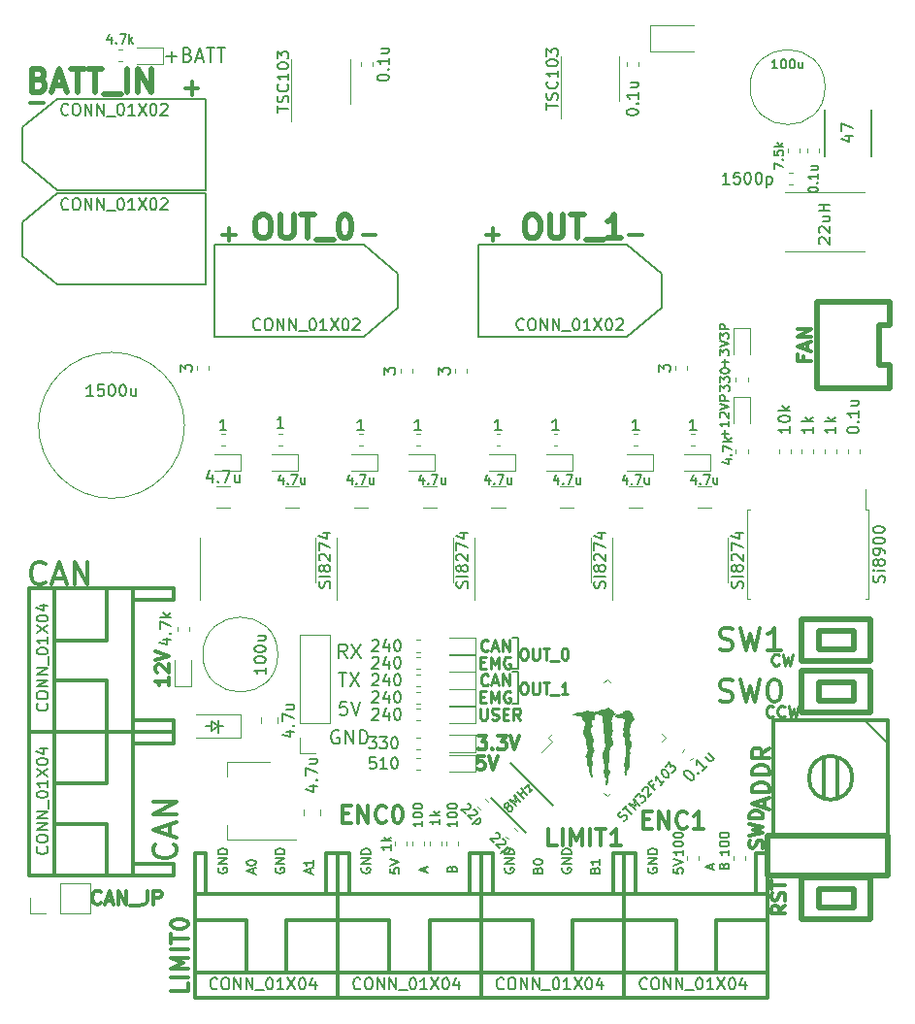
<source format=gbr>
G04 #@! TF.GenerationSoftware,KiCad,Pcbnew,(5.1.4)-1*
G04 #@! TF.CreationDate,2019-11-11T11:03:14+09:00*
G04 #@! TF.ProjectId,CanDCMD_ver1.1,43616e44-434d-4445-9f76-6572312e312e,rev?*
G04 #@! TF.SameCoordinates,Original*
G04 #@! TF.FileFunction,Legend,Top*
G04 #@! TF.FilePolarity,Positive*
%FSLAX46Y46*%
G04 Gerber Fmt 4.6, Leading zero omitted, Abs format (unit mm)*
G04 Created by KiCad (PCBNEW (5.1.4)-1) date 2019-11-11 11:03:14*
%MOMM*%
%LPD*%
G04 APERTURE LIST*
%ADD10C,0.150000*%
%ADD11C,0.300000*%
%ADD12C,0.375000*%
%ADD13C,0.250000*%
%ADD14C,0.200000*%
%ADD15C,0.500000*%
%ADD16C,0.120000*%
%ADD17C,0.010000*%
G04 APERTURE END LIST*
D10*
X104000000Y-124500000D02*
X103500000Y-124500000D01*
X105000000Y-124500000D02*
X104600000Y-124500000D01*
X104600000Y-123950000D02*
X104600000Y-125050000D01*
X104550000Y-124500000D02*
X104000000Y-124100000D01*
X104000000Y-124900000D02*
X104550000Y-124500000D01*
X104000000Y-124100000D02*
X104000000Y-124900000D01*
D11*
X89321428Y-70107142D02*
X88178571Y-70107142D01*
X141571428Y-81607142D02*
X140428571Y-81607142D01*
X118321428Y-81607142D02*
X117178571Y-81607142D01*
D12*
X100714285Y-134785714D02*
X100809523Y-134880952D01*
X100904761Y-135166666D01*
X100904761Y-135357142D01*
X100809523Y-135642857D01*
X100619047Y-135833333D01*
X100428571Y-135928571D01*
X100047619Y-136023809D01*
X99761904Y-136023809D01*
X99380952Y-135928571D01*
X99190476Y-135833333D01*
X99000000Y-135642857D01*
X98904761Y-135357142D01*
X98904761Y-135166666D01*
X99000000Y-134880952D01*
X99095238Y-134785714D01*
X100333333Y-134023809D02*
X100333333Y-133071428D01*
X100904761Y-134214285D02*
X98904761Y-133547619D01*
X100904761Y-132880952D01*
X100904761Y-132214285D02*
X98904761Y-132214285D01*
X100904761Y-131071428D01*
X98904761Y-131071428D01*
D11*
X94314285Y-139928571D02*
X94257142Y-139985714D01*
X94085714Y-140042857D01*
X93971428Y-140042857D01*
X93800000Y-139985714D01*
X93685714Y-139871428D01*
X93628571Y-139757142D01*
X93571428Y-139528571D01*
X93571428Y-139357142D01*
X93628571Y-139128571D01*
X93685714Y-139014285D01*
X93800000Y-138900000D01*
X93971428Y-138842857D01*
X94085714Y-138842857D01*
X94257142Y-138900000D01*
X94314285Y-138957142D01*
X94771428Y-139700000D02*
X95342857Y-139700000D01*
X94657142Y-140042857D02*
X95057142Y-138842857D01*
X95457142Y-140042857D01*
X95857142Y-140042857D02*
X95857142Y-138842857D01*
X96542857Y-140042857D01*
X96542857Y-138842857D01*
X96828571Y-140157142D02*
X97742857Y-140157142D01*
X98371428Y-138842857D02*
X98371428Y-139700000D01*
X98314285Y-139871428D01*
X98200000Y-139985714D01*
X98028571Y-140042857D01*
X97914285Y-140042857D01*
X98942857Y-140042857D02*
X98942857Y-138842857D01*
X99400000Y-138842857D01*
X99514285Y-138900000D01*
X99571428Y-138957142D01*
X99628571Y-139071428D01*
X99628571Y-139242857D01*
X99571428Y-139357142D01*
X99514285Y-139414285D01*
X99400000Y-139471428D01*
X98942857Y-139471428D01*
D13*
X153488095Y-119107142D02*
X153440476Y-119154761D01*
X153297619Y-119202380D01*
X153202380Y-119202380D01*
X153059523Y-119154761D01*
X152964285Y-119059523D01*
X152916666Y-118964285D01*
X152869047Y-118773809D01*
X152869047Y-118630952D01*
X152916666Y-118440476D01*
X152964285Y-118345238D01*
X153059523Y-118250000D01*
X153202380Y-118202380D01*
X153297619Y-118202380D01*
X153440476Y-118250000D01*
X153488095Y-118297619D01*
X153821428Y-118202380D02*
X154059523Y-119202380D01*
X154250000Y-118488095D01*
X154440476Y-119202380D01*
X154678571Y-118202380D01*
X152988095Y-123607142D02*
X152940476Y-123654761D01*
X152797619Y-123702380D01*
X152702380Y-123702380D01*
X152559523Y-123654761D01*
X152464285Y-123559523D01*
X152416666Y-123464285D01*
X152369047Y-123273809D01*
X152369047Y-123130952D01*
X152416666Y-122940476D01*
X152464285Y-122845238D01*
X152559523Y-122750000D01*
X152702380Y-122702380D01*
X152797619Y-122702380D01*
X152940476Y-122750000D01*
X152988095Y-122797619D01*
X153988095Y-123607142D02*
X153940476Y-123654761D01*
X153797619Y-123702380D01*
X153702380Y-123702380D01*
X153559523Y-123654761D01*
X153464285Y-123559523D01*
X153416666Y-123464285D01*
X153369047Y-123273809D01*
X153369047Y-123130952D01*
X153416666Y-122940476D01*
X153464285Y-122845238D01*
X153559523Y-122750000D01*
X153702380Y-122702380D01*
X153797619Y-122702380D01*
X153940476Y-122750000D01*
X153988095Y-122797619D01*
X154321428Y-122702380D02*
X154559523Y-123702380D01*
X154750000Y-122988095D01*
X154940476Y-123702380D01*
X155178571Y-122702380D01*
D11*
X102821428Y-68857142D02*
X101678571Y-68857142D01*
X102250000Y-69428571D02*
X102250000Y-68285714D01*
D13*
X131142857Y-120702380D02*
X131333333Y-120702380D01*
X131428571Y-120750000D01*
X131523809Y-120845238D01*
X131571428Y-121035714D01*
X131571428Y-121369047D01*
X131523809Y-121559523D01*
X131428571Y-121654761D01*
X131333333Y-121702380D01*
X131142857Y-121702380D01*
X131047619Y-121654761D01*
X130952380Y-121559523D01*
X130904761Y-121369047D01*
X130904761Y-121035714D01*
X130952380Y-120845238D01*
X131047619Y-120750000D01*
X131142857Y-120702380D01*
X132000000Y-120702380D02*
X132000000Y-121511904D01*
X132047619Y-121607142D01*
X132095238Y-121654761D01*
X132190476Y-121702380D01*
X132380952Y-121702380D01*
X132476190Y-121654761D01*
X132523809Y-121607142D01*
X132571428Y-121511904D01*
X132571428Y-120702380D01*
X132904761Y-120702380D02*
X133476190Y-120702380D01*
X133190476Y-121702380D02*
X133190476Y-120702380D01*
X133571428Y-121797619D02*
X134333333Y-121797619D01*
X135095238Y-121702380D02*
X134523809Y-121702380D01*
X134809523Y-121702380D02*
X134809523Y-120702380D01*
X134714285Y-120845238D01*
X134619047Y-120940476D01*
X134523809Y-120988095D01*
X131142857Y-117702380D02*
X131333333Y-117702380D01*
X131428571Y-117750000D01*
X131523809Y-117845238D01*
X131571428Y-118035714D01*
X131571428Y-118369047D01*
X131523809Y-118559523D01*
X131428571Y-118654761D01*
X131333333Y-118702380D01*
X131142857Y-118702380D01*
X131047619Y-118654761D01*
X130952380Y-118559523D01*
X130904761Y-118369047D01*
X130904761Y-118035714D01*
X130952380Y-117845238D01*
X131047619Y-117750000D01*
X131142857Y-117702380D01*
X132000000Y-117702380D02*
X132000000Y-118511904D01*
X132047619Y-118607142D01*
X132095238Y-118654761D01*
X132190476Y-118702380D01*
X132380952Y-118702380D01*
X132476190Y-118654761D01*
X132523809Y-118607142D01*
X132571428Y-118511904D01*
X132571428Y-117702380D01*
X132904761Y-117702380D02*
X133476190Y-117702380D01*
X133190476Y-118702380D02*
X133190476Y-117702380D01*
X133571428Y-118797619D02*
X134333333Y-118797619D01*
X134761904Y-117702380D02*
X134857142Y-117702380D01*
X134952380Y-117750000D01*
X135000000Y-117797619D01*
X135047619Y-117892857D01*
X135095238Y-118083333D01*
X135095238Y-118321428D01*
X135047619Y-118511904D01*
X135000000Y-118607142D01*
X134952380Y-118654761D01*
X134857142Y-118702380D01*
X134761904Y-118702380D01*
X134666666Y-118654761D01*
X134619047Y-118607142D01*
X134571428Y-118511904D01*
X134523809Y-118321428D01*
X134523809Y-118083333D01*
X134571428Y-117892857D01*
X134619047Y-117797619D01*
X134666666Y-117750000D01*
X134761904Y-117702380D01*
D10*
X130750000Y-122500000D02*
X130250000Y-122500000D01*
X130750000Y-119750000D02*
X130750000Y-122500000D01*
X130250000Y-119750000D02*
X130750000Y-119750000D01*
X130750000Y-119500000D02*
X130250000Y-119500000D01*
X130750000Y-116750000D02*
X130750000Y-119500000D01*
X130250000Y-116750000D02*
X130750000Y-116750000D01*
D13*
X127464285Y-118928571D02*
X127797619Y-118928571D01*
X127940476Y-119452380D02*
X127464285Y-119452380D01*
X127464285Y-118452380D01*
X127940476Y-118452380D01*
X128369047Y-119452380D02*
X128369047Y-118452380D01*
X128702380Y-119166666D01*
X129035714Y-118452380D01*
X129035714Y-119452380D01*
X130035714Y-118500000D02*
X129940476Y-118452380D01*
X129797619Y-118452380D01*
X129654761Y-118500000D01*
X129559523Y-118595238D01*
X129511904Y-118690476D01*
X129464285Y-118880952D01*
X129464285Y-119023809D01*
X129511904Y-119214285D01*
X129559523Y-119309523D01*
X129654761Y-119404761D01*
X129797619Y-119452380D01*
X129892857Y-119452380D01*
X130035714Y-119404761D01*
X130083333Y-119357142D01*
X130083333Y-119023809D01*
X129892857Y-119023809D01*
X127464285Y-121928571D02*
X127797619Y-121928571D01*
X127940476Y-122452380D02*
X127464285Y-122452380D01*
X127464285Y-121452380D01*
X127940476Y-121452380D01*
X128369047Y-122452380D02*
X128369047Y-121452380D01*
X128702380Y-122166666D01*
X129035714Y-121452380D01*
X129035714Y-122452380D01*
X130035714Y-121500000D02*
X129940476Y-121452380D01*
X129797619Y-121452380D01*
X129654761Y-121500000D01*
X129559523Y-121595238D01*
X129511904Y-121690476D01*
X129464285Y-121880952D01*
X129464285Y-122023809D01*
X129511904Y-122214285D01*
X129559523Y-122309523D01*
X129654761Y-122404761D01*
X129797619Y-122452380D01*
X129892857Y-122452380D01*
X130035714Y-122404761D01*
X130083333Y-122357142D01*
X130083333Y-122023809D01*
X129892857Y-122023809D01*
X128107142Y-120857142D02*
X128059523Y-120904761D01*
X127916666Y-120952380D01*
X127821428Y-120952380D01*
X127678571Y-120904761D01*
X127583333Y-120809523D01*
X127535714Y-120714285D01*
X127488095Y-120523809D01*
X127488095Y-120380952D01*
X127535714Y-120190476D01*
X127583333Y-120095238D01*
X127678571Y-120000000D01*
X127821428Y-119952380D01*
X127916666Y-119952380D01*
X128059523Y-120000000D01*
X128107142Y-120047619D01*
X128488095Y-120666666D02*
X128964285Y-120666666D01*
X128392857Y-120952380D02*
X128726190Y-119952380D01*
X129059523Y-120952380D01*
X129392857Y-120952380D02*
X129392857Y-119952380D01*
X129964285Y-120952380D01*
X129964285Y-119952380D01*
X128107142Y-117857142D02*
X128059523Y-117904761D01*
X127916666Y-117952380D01*
X127821428Y-117952380D01*
X127678571Y-117904761D01*
X127583333Y-117809523D01*
X127535714Y-117714285D01*
X127488095Y-117523809D01*
X127488095Y-117380952D01*
X127535714Y-117190476D01*
X127583333Y-117095238D01*
X127678571Y-117000000D01*
X127821428Y-116952380D01*
X127916666Y-116952380D01*
X128059523Y-117000000D01*
X128107142Y-117047619D01*
X128488095Y-117666666D02*
X128964285Y-117666666D01*
X128392857Y-117952380D02*
X128726190Y-116952380D01*
X129059523Y-117952380D01*
X129392857Y-117952380D02*
X129392857Y-116952380D01*
X129964285Y-117952380D01*
X129964285Y-116952380D01*
D14*
X148807142Y-93059523D02*
X148807142Y-92450000D01*
X149111904Y-92754761D02*
X148502380Y-92754761D01*
X148311904Y-92145238D02*
X148311904Y-91650000D01*
X148616666Y-91916666D01*
X148616666Y-91802380D01*
X148654761Y-91726190D01*
X148692857Y-91688095D01*
X148769047Y-91650000D01*
X148959523Y-91650000D01*
X149035714Y-91688095D01*
X149073809Y-91726190D01*
X149111904Y-91802380D01*
X149111904Y-92030952D01*
X149073809Y-92107142D01*
X149035714Y-92145238D01*
X148311904Y-91421428D02*
X149111904Y-91154761D01*
X148311904Y-90888095D01*
X148311904Y-90697619D02*
X148311904Y-90202380D01*
X148616666Y-90469047D01*
X148616666Y-90354761D01*
X148654761Y-90278571D01*
X148692857Y-90240476D01*
X148769047Y-90202380D01*
X148959523Y-90202380D01*
X149035714Y-90240476D01*
X149073809Y-90278571D01*
X149111904Y-90354761D01*
X149111904Y-90583333D01*
X149073809Y-90659523D01*
X149035714Y-90697619D01*
X149111904Y-89859523D02*
X148311904Y-89859523D01*
X148311904Y-89554761D01*
X148350000Y-89478571D01*
X148388095Y-89440476D01*
X148464285Y-89402380D01*
X148578571Y-89402380D01*
X148654761Y-89440476D01*
X148692857Y-89478571D01*
X148730952Y-89554761D01*
X148730952Y-89859523D01*
X100014285Y-66085714D02*
X100928571Y-66085714D01*
X100471428Y-66542857D02*
X100471428Y-65628571D01*
X101900000Y-65914285D02*
X102071428Y-65971428D01*
X102128571Y-66028571D01*
X102185714Y-66142857D01*
X102185714Y-66314285D01*
X102128571Y-66428571D01*
X102071428Y-66485714D01*
X101957142Y-66542857D01*
X101500000Y-66542857D01*
X101500000Y-65342857D01*
X101900000Y-65342857D01*
X102014285Y-65400000D01*
X102071428Y-65457142D01*
X102128571Y-65571428D01*
X102128571Y-65685714D01*
X102071428Y-65800000D01*
X102014285Y-65857142D01*
X101900000Y-65914285D01*
X101500000Y-65914285D01*
X102642857Y-66200000D02*
X103214285Y-66200000D01*
X102528571Y-66542857D02*
X102928571Y-65342857D01*
X103328571Y-66542857D01*
X103557142Y-65342857D02*
X104242857Y-65342857D01*
X103900000Y-66542857D02*
X103900000Y-65342857D01*
X104471428Y-65342857D02*
X105157142Y-65342857D01*
X104814285Y-66542857D02*
X104814285Y-65342857D01*
D10*
X118285714Y-127202380D02*
X117809523Y-127202380D01*
X117761904Y-127678571D01*
X117809523Y-127630952D01*
X117904761Y-127583333D01*
X118142857Y-127583333D01*
X118238095Y-127630952D01*
X118285714Y-127678571D01*
X118333333Y-127773809D01*
X118333333Y-128011904D01*
X118285714Y-128107142D01*
X118238095Y-128154761D01*
X118142857Y-128202380D01*
X117904761Y-128202380D01*
X117809523Y-128154761D01*
X117761904Y-128107142D01*
X119285714Y-128202380D02*
X118714285Y-128202380D01*
X119000000Y-128202380D02*
X119000000Y-127202380D01*
X118904761Y-127345238D01*
X118809523Y-127440476D01*
X118714285Y-127488095D01*
X119904761Y-127202380D02*
X120000000Y-127202380D01*
X120095238Y-127250000D01*
X120142857Y-127297619D01*
X120190476Y-127392857D01*
X120238095Y-127583333D01*
X120238095Y-127821428D01*
X120190476Y-128011904D01*
X120142857Y-128107142D01*
X120095238Y-128154761D01*
X120000000Y-128202380D01*
X119904761Y-128202380D01*
X119809523Y-128154761D01*
X119761904Y-128107142D01*
X119714285Y-128011904D01*
X119666666Y-127821428D01*
X119666666Y-127583333D01*
X119714285Y-127392857D01*
X119761904Y-127297619D01*
X119809523Y-127250000D01*
X119904761Y-127202380D01*
D11*
X127771428Y-127092857D02*
X127200000Y-127092857D01*
X127142857Y-127664285D01*
X127200000Y-127607142D01*
X127314285Y-127550000D01*
X127600000Y-127550000D01*
X127714285Y-127607142D01*
X127771428Y-127664285D01*
X127828571Y-127778571D01*
X127828571Y-128064285D01*
X127771428Y-128178571D01*
X127714285Y-128235714D01*
X127600000Y-128292857D01*
X127314285Y-128292857D01*
X127200000Y-128235714D01*
X127142857Y-128178571D01*
X128171428Y-127092857D02*
X128571428Y-128292857D01*
X128971428Y-127092857D01*
D13*
X127435714Y-122952380D02*
X127435714Y-123761904D01*
X127483333Y-123857142D01*
X127530952Y-123904761D01*
X127626190Y-123952380D01*
X127816666Y-123952380D01*
X127911904Y-123904761D01*
X127959523Y-123857142D01*
X128007142Y-123761904D01*
X128007142Y-122952380D01*
X128435714Y-123904761D02*
X128578571Y-123952380D01*
X128816666Y-123952380D01*
X128911904Y-123904761D01*
X128959523Y-123857142D01*
X129007142Y-123761904D01*
X129007142Y-123666666D01*
X128959523Y-123571428D01*
X128911904Y-123523809D01*
X128816666Y-123476190D01*
X128626190Y-123428571D01*
X128530952Y-123380952D01*
X128483333Y-123333333D01*
X128435714Y-123238095D01*
X128435714Y-123142857D01*
X128483333Y-123047619D01*
X128530952Y-123000000D01*
X128626190Y-122952380D01*
X128864285Y-122952380D01*
X129007142Y-123000000D01*
X129435714Y-123428571D02*
X129769047Y-123428571D01*
X129911904Y-123952380D02*
X129435714Y-123952380D01*
X129435714Y-122952380D01*
X129911904Y-122952380D01*
X130911904Y-123952380D02*
X130578571Y-123476190D01*
X130340476Y-123952380D02*
X130340476Y-122952380D01*
X130721428Y-122952380D01*
X130816666Y-123000000D01*
X130864285Y-123047619D01*
X130911904Y-123142857D01*
X130911904Y-123285714D01*
X130864285Y-123380952D01*
X130816666Y-123428571D01*
X130721428Y-123476190D01*
X130340476Y-123476190D01*
D14*
X148692857Y-136692857D02*
X148730952Y-136578571D01*
X148769047Y-136540476D01*
X148845238Y-136502380D01*
X148959523Y-136502380D01*
X149035714Y-136540476D01*
X149073809Y-136578571D01*
X149111904Y-136654761D01*
X149111904Y-136959523D01*
X148311904Y-136959523D01*
X148311904Y-136692857D01*
X148350000Y-136616666D01*
X148388095Y-136578571D01*
X148464285Y-136540476D01*
X148540476Y-136540476D01*
X148616666Y-136578571D01*
X148654761Y-136616666D01*
X148692857Y-136692857D01*
X148692857Y-136959523D01*
X147633333Y-136940476D02*
X147633333Y-136559523D01*
X147861904Y-137016666D02*
X147061904Y-136750000D01*
X147861904Y-136483333D01*
X144311904Y-136902380D02*
X144311904Y-137283333D01*
X144692857Y-137321428D01*
X144654761Y-137283333D01*
X144616666Y-137207142D01*
X144616666Y-137016666D01*
X144654761Y-136940476D01*
X144692857Y-136902380D01*
X144769047Y-136864285D01*
X144959523Y-136864285D01*
X145035714Y-136902380D01*
X145073809Y-136940476D01*
X145111904Y-137016666D01*
X145111904Y-137207142D01*
X145073809Y-137283333D01*
X145035714Y-137321428D01*
X144311904Y-136635714D02*
X145111904Y-136369047D01*
X144311904Y-136102380D01*
X142100000Y-136859523D02*
X142061904Y-136935714D01*
X142061904Y-137050000D01*
X142100000Y-137164285D01*
X142176190Y-137240476D01*
X142252380Y-137278571D01*
X142404761Y-137316666D01*
X142519047Y-137316666D01*
X142671428Y-137278571D01*
X142747619Y-137240476D01*
X142823809Y-137164285D01*
X142861904Y-137050000D01*
X142861904Y-136973809D01*
X142823809Y-136859523D01*
X142785714Y-136821428D01*
X142519047Y-136821428D01*
X142519047Y-136973809D01*
X142861904Y-136478571D02*
X142061904Y-136478571D01*
X142861904Y-136021428D01*
X142061904Y-136021428D01*
X142861904Y-135640476D02*
X142061904Y-135640476D01*
X142061904Y-135450000D01*
X142100000Y-135335714D01*
X142176190Y-135259523D01*
X142252380Y-135221428D01*
X142404761Y-135183333D01*
X142519047Y-135183333D01*
X142671428Y-135221428D01*
X142747619Y-135259523D01*
X142823809Y-135335714D01*
X142861904Y-135450000D01*
X142861904Y-135640476D01*
D12*
X152250000Y-131607142D02*
X152250000Y-130892857D01*
X152678571Y-131750000D02*
X151178571Y-131250000D01*
X152678571Y-130750000D01*
X152678571Y-130250000D02*
X151178571Y-130250000D01*
X151178571Y-129892857D01*
X151250000Y-129678571D01*
X151392857Y-129535714D01*
X151535714Y-129464285D01*
X151821428Y-129392857D01*
X152035714Y-129392857D01*
X152321428Y-129464285D01*
X152464285Y-129535714D01*
X152607142Y-129678571D01*
X152678571Y-129892857D01*
X152678571Y-130250000D01*
X152678571Y-128750000D02*
X151178571Y-128750000D01*
X151178571Y-128392857D01*
X151250000Y-128178571D01*
X151392857Y-128035714D01*
X151535714Y-127964285D01*
X151821428Y-127892857D01*
X152035714Y-127892857D01*
X152321428Y-127964285D01*
X152464285Y-128035714D01*
X152607142Y-128178571D01*
X152678571Y-128392857D01*
X152678571Y-128750000D01*
X152678571Y-126392857D02*
X151964285Y-126892857D01*
X152678571Y-127250000D02*
X151178571Y-127250000D01*
X151178571Y-126678571D01*
X151250000Y-126535714D01*
X151321428Y-126464285D01*
X151464285Y-126392857D01*
X151678571Y-126392857D01*
X151821428Y-126464285D01*
X151892857Y-126535714D01*
X151964285Y-126678571D01*
X151964285Y-127250000D01*
D11*
X152035714Y-135128571D02*
X152092857Y-134957142D01*
X152092857Y-134671428D01*
X152035714Y-134557142D01*
X151978571Y-134500000D01*
X151864285Y-134442857D01*
X151750000Y-134442857D01*
X151635714Y-134500000D01*
X151578571Y-134557142D01*
X151521428Y-134671428D01*
X151464285Y-134900000D01*
X151407142Y-135014285D01*
X151350000Y-135071428D01*
X151235714Y-135128571D01*
X151121428Y-135128571D01*
X151007142Y-135071428D01*
X150950000Y-135014285D01*
X150892857Y-134900000D01*
X150892857Y-134614285D01*
X150950000Y-134442857D01*
X150892857Y-134042857D02*
X152092857Y-133757142D01*
X151235714Y-133528571D01*
X152092857Y-133300000D01*
X150892857Y-133014285D01*
X152092857Y-132557142D02*
X150892857Y-132557142D01*
X150892857Y-132271428D01*
X150950000Y-132100000D01*
X151064285Y-131985714D01*
X151178571Y-131928571D01*
X151407142Y-131871428D01*
X151578571Y-131871428D01*
X151807142Y-131928571D01*
X151921428Y-131985714D01*
X152035714Y-132100000D01*
X152092857Y-132271428D01*
X152092857Y-132557142D01*
D14*
X117100000Y-136859523D02*
X117061904Y-136935714D01*
X117061904Y-137050000D01*
X117100000Y-137164285D01*
X117176190Y-137240476D01*
X117252380Y-137278571D01*
X117404761Y-137316666D01*
X117519047Y-137316666D01*
X117671428Y-137278571D01*
X117747619Y-137240476D01*
X117823809Y-137164285D01*
X117861904Y-137050000D01*
X117861904Y-136973809D01*
X117823809Y-136859523D01*
X117785714Y-136821428D01*
X117519047Y-136821428D01*
X117519047Y-136973809D01*
X117861904Y-136478571D02*
X117061904Y-136478571D01*
X117861904Y-136021428D01*
X117061904Y-136021428D01*
X117861904Y-135640476D02*
X117061904Y-135640476D01*
X117061904Y-135450000D01*
X117100000Y-135335714D01*
X117176190Y-135259523D01*
X117252380Y-135221428D01*
X117404761Y-135183333D01*
X117519047Y-135183333D01*
X117671428Y-135221428D01*
X117747619Y-135259523D01*
X117823809Y-135335714D01*
X117861904Y-135450000D01*
X117861904Y-135640476D01*
X119561904Y-136902380D02*
X119561904Y-137283333D01*
X119942857Y-137321428D01*
X119904761Y-137283333D01*
X119866666Y-137207142D01*
X119866666Y-137016666D01*
X119904761Y-136940476D01*
X119942857Y-136902380D01*
X120019047Y-136864285D01*
X120209523Y-136864285D01*
X120285714Y-136902380D01*
X120323809Y-136940476D01*
X120361904Y-137016666D01*
X120361904Y-137207142D01*
X120323809Y-137283333D01*
X120285714Y-137321428D01*
X119561904Y-136635714D02*
X120361904Y-136369047D01*
X119561904Y-136102380D01*
X122633333Y-137190476D02*
X122633333Y-136809523D01*
X122861904Y-137266666D02*
X122061904Y-137000000D01*
X122861904Y-136733333D01*
X124942857Y-136942857D02*
X124980952Y-136828571D01*
X125019047Y-136790476D01*
X125095238Y-136752380D01*
X125209523Y-136752380D01*
X125285714Y-136790476D01*
X125323809Y-136828571D01*
X125361904Y-136904761D01*
X125361904Y-137209523D01*
X124561904Y-137209523D01*
X124561904Y-136942857D01*
X124600000Y-136866666D01*
X124638095Y-136828571D01*
X124714285Y-136790476D01*
X124790476Y-136790476D01*
X124866666Y-136828571D01*
X124904761Y-136866666D01*
X124942857Y-136942857D01*
X124942857Y-137209523D01*
D10*
X117714285Y-125452380D02*
X118333333Y-125452380D01*
X118000000Y-125833333D01*
X118142857Y-125833333D01*
X118238095Y-125880952D01*
X118285714Y-125928571D01*
X118333333Y-126023809D01*
X118333333Y-126261904D01*
X118285714Y-126357142D01*
X118238095Y-126404761D01*
X118142857Y-126452380D01*
X117857142Y-126452380D01*
X117761904Y-126404761D01*
X117714285Y-126357142D01*
X118666666Y-125452380D02*
X119285714Y-125452380D01*
X118952380Y-125833333D01*
X119095238Y-125833333D01*
X119190476Y-125880952D01*
X119238095Y-125928571D01*
X119285714Y-126023809D01*
X119285714Y-126261904D01*
X119238095Y-126357142D01*
X119190476Y-126404761D01*
X119095238Y-126452380D01*
X118809523Y-126452380D01*
X118714285Y-126404761D01*
X118666666Y-126357142D01*
X119904761Y-125452380D02*
X120000000Y-125452380D01*
X120095238Y-125500000D01*
X120142857Y-125547619D01*
X120190476Y-125642857D01*
X120238095Y-125833333D01*
X120238095Y-126071428D01*
X120190476Y-126261904D01*
X120142857Y-126357142D01*
X120095238Y-126404761D01*
X120000000Y-126452380D01*
X119904761Y-126452380D01*
X119809523Y-126404761D01*
X119761904Y-126357142D01*
X119714285Y-126261904D01*
X119666666Y-126071428D01*
X119666666Y-125833333D01*
X119714285Y-125642857D01*
X119761904Y-125547619D01*
X119809523Y-125500000D01*
X119904761Y-125452380D01*
X118011904Y-123047619D02*
X118059523Y-123000000D01*
X118154761Y-122952380D01*
X118392857Y-122952380D01*
X118488095Y-123000000D01*
X118535714Y-123047619D01*
X118583333Y-123142857D01*
X118583333Y-123238095D01*
X118535714Y-123380952D01*
X117964285Y-123952380D01*
X118583333Y-123952380D01*
X119440476Y-123285714D02*
X119440476Y-123952380D01*
X119202380Y-122904761D02*
X118964285Y-123619047D01*
X119583333Y-123619047D01*
X120154761Y-122952380D02*
X120250000Y-122952380D01*
X120345238Y-123000000D01*
X120392857Y-123047619D01*
X120440476Y-123142857D01*
X120488095Y-123333333D01*
X120488095Y-123571428D01*
X120440476Y-123761904D01*
X120392857Y-123857142D01*
X120345238Y-123904761D01*
X120250000Y-123952380D01*
X120154761Y-123952380D01*
X120059523Y-123904761D01*
X120011904Y-123857142D01*
X119964285Y-123761904D01*
X119916666Y-123571428D01*
X119916666Y-123333333D01*
X119964285Y-123142857D01*
X120011904Y-123047619D01*
X120059523Y-123000000D01*
X120154761Y-122952380D01*
X118011904Y-121547619D02*
X118059523Y-121500000D01*
X118154761Y-121452380D01*
X118392857Y-121452380D01*
X118488095Y-121500000D01*
X118535714Y-121547619D01*
X118583333Y-121642857D01*
X118583333Y-121738095D01*
X118535714Y-121880952D01*
X117964285Y-122452380D01*
X118583333Y-122452380D01*
X119440476Y-121785714D02*
X119440476Y-122452380D01*
X119202380Y-121404761D02*
X118964285Y-122119047D01*
X119583333Y-122119047D01*
X120154761Y-121452380D02*
X120250000Y-121452380D01*
X120345238Y-121500000D01*
X120392857Y-121547619D01*
X120440476Y-121642857D01*
X120488095Y-121833333D01*
X120488095Y-122071428D01*
X120440476Y-122261904D01*
X120392857Y-122357142D01*
X120345238Y-122404761D01*
X120250000Y-122452380D01*
X120154761Y-122452380D01*
X120059523Y-122404761D01*
X120011904Y-122357142D01*
X119964285Y-122261904D01*
X119916666Y-122071428D01*
X119916666Y-121833333D01*
X119964285Y-121642857D01*
X120011904Y-121547619D01*
X120059523Y-121500000D01*
X120154761Y-121452380D01*
X118011904Y-120047619D02*
X118059523Y-120000000D01*
X118154761Y-119952380D01*
X118392857Y-119952380D01*
X118488095Y-120000000D01*
X118535714Y-120047619D01*
X118583333Y-120142857D01*
X118583333Y-120238095D01*
X118535714Y-120380952D01*
X117964285Y-120952380D01*
X118583333Y-120952380D01*
X119440476Y-120285714D02*
X119440476Y-120952380D01*
X119202380Y-119904761D02*
X118964285Y-120619047D01*
X119583333Y-120619047D01*
X120154761Y-119952380D02*
X120250000Y-119952380D01*
X120345238Y-120000000D01*
X120392857Y-120047619D01*
X120440476Y-120142857D01*
X120488095Y-120333333D01*
X120488095Y-120571428D01*
X120440476Y-120761904D01*
X120392857Y-120857142D01*
X120345238Y-120904761D01*
X120250000Y-120952380D01*
X120154761Y-120952380D01*
X120059523Y-120904761D01*
X120011904Y-120857142D01*
X119964285Y-120761904D01*
X119916666Y-120571428D01*
X119916666Y-120333333D01*
X119964285Y-120142857D01*
X120011904Y-120047619D01*
X120059523Y-120000000D01*
X120154761Y-119952380D01*
X118011904Y-118547619D02*
X118059523Y-118500000D01*
X118154761Y-118452380D01*
X118392857Y-118452380D01*
X118488095Y-118500000D01*
X118535714Y-118547619D01*
X118583333Y-118642857D01*
X118583333Y-118738095D01*
X118535714Y-118880952D01*
X117964285Y-119452380D01*
X118583333Y-119452380D01*
X119440476Y-118785714D02*
X119440476Y-119452380D01*
X119202380Y-118404761D02*
X118964285Y-119119047D01*
X119583333Y-119119047D01*
X120154761Y-118452380D02*
X120250000Y-118452380D01*
X120345238Y-118500000D01*
X120392857Y-118547619D01*
X120440476Y-118642857D01*
X120488095Y-118833333D01*
X120488095Y-119071428D01*
X120440476Y-119261904D01*
X120392857Y-119357142D01*
X120345238Y-119404761D01*
X120250000Y-119452380D01*
X120154761Y-119452380D01*
X120059523Y-119404761D01*
X120011904Y-119357142D01*
X119964285Y-119261904D01*
X119916666Y-119071428D01*
X119916666Y-118833333D01*
X119964285Y-118642857D01*
X120011904Y-118547619D01*
X120059523Y-118500000D01*
X120154761Y-118452380D01*
X118011904Y-117047619D02*
X118059523Y-117000000D01*
X118154761Y-116952380D01*
X118392857Y-116952380D01*
X118488095Y-117000000D01*
X118535714Y-117047619D01*
X118583333Y-117142857D01*
X118583333Y-117238095D01*
X118535714Y-117380952D01*
X117964285Y-117952380D01*
X118583333Y-117952380D01*
X119440476Y-117285714D02*
X119440476Y-117952380D01*
X119202380Y-116904761D02*
X118964285Y-117619047D01*
X119583333Y-117619047D01*
X120154761Y-116952380D02*
X120250000Y-116952380D01*
X120345238Y-117000000D01*
X120392857Y-117047619D01*
X120440476Y-117142857D01*
X120488095Y-117333333D01*
X120488095Y-117571428D01*
X120440476Y-117761904D01*
X120392857Y-117857142D01*
X120345238Y-117904761D01*
X120250000Y-117952380D01*
X120154761Y-117952380D01*
X120059523Y-117904761D01*
X120011904Y-117857142D01*
X119964285Y-117761904D01*
X119916666Y-117571428D01*
X119916666Y-117333333D01*
X119964285Y-117142857D01*
X120011904Y-117047619D01*
X120059523Y-117000000D01*
X120154761Y-116952380D01*
D11*
X100292857Y-120242857D02*
X100292857Y-120928571D01*
X100292857Y-120585714D02*
X99092857Y-120585714D01*
X99264285Y-120700000D01*
X99378571Y-120814285D01*
X99435714Y-120928571D01*
X99207142Y-119785714D02*
X99150000Y-119728571D01*
X99092857Y-119614285D01*
X99092857Y-119328571D01*
X99150000Y-119214285D01*
X99207142Y-119157142D01*
X99321428Y-119100000D01*
X99435714Y-119100000D01*
X99607142Y-119157142D01*
X100292857Y-119842857D01*
X100292857Y-119100000D01*
X99092857Y-118757142D02*
X100292857Y-118357142D01*
X99092857Y-117957142D01*
D12*
X134107142Y-134928571D02*
X133392857Y-134928571D01*
X133392857Y-133428571D01*
X134607142Y-134928571D02*
X134607142Y-133428571D01*
X135321428Y-134928571D02*
X135321428Y-133428571D01*
X135821428Y-134500000D01*
X136321428Y-133428571D01*
X136321428Y-134928571D01*
X137035714Y-134928571D02*
X137035714Y-133428571D01*
X137535714Y-133428571D02*
X138392857Y-133428571D01*
X137964285Y-134928571D02*
X137964285Y-133428571D01*
X139678571Y-134928571D02*
X138821428Y-134928571D01*
X139250000Y-134928571D02*
X139250000Y-133428571D01*
X139107142Y-133642857D01*
X138964285Y-133785714D01*
X138821428Y-133857142D01*
X101928571Y-146892857D02*
X101928571Y-147607142D01*
X100428571Y-147607142D01*
X101928571Y-146392857D02*
X100428571Y-146392857D01*
X101928571Y-145678571D02*
X100428571Y-145678571D01*
X101500000Y-145178571D01*
X100428571Y-144678571D01*
X101928571Y-144678571D01*
X101928571Y-143964285D02*
X100428571Y-143964285D01*
X100428571Y-143464285D02*
X100428571Y-142607142D01*
X101928571Y-143035714D02*
X100428571Y-143035714D01*
X100428571Y-141821428D02*
X100428571Y-141678571D01*
X100500000Y-141535714D01*
X100571428Y-141464285D01*
X100714285Y-141392857D01*
X101000000Y-141321428D01*
X101357142Y-141321428D01*
X101642857Y-141392857D01*
X101785714Y-141464285D01*
X101857142Y-141535714D01*
X101928571Y-141678571D01*
X101928571Y-141821428D01*
X101857142Y-141964285D01*
X101785714Y-142035714D01*
X101642857Y-142107142D01*
X101357142Y-142178571D01*
X101000000Y-142178571D01*
X100714285Y-142107142D01*
X100571428Y-142035714D01*
X100500000Y-141964285D01*
X100428571Y-141821428D01*
D11*
X106071428Y-81607142D02*
X104928571Y-81607142D01*
X105500000Y-82178571D02*
X105500000Y-81035714D01*
X129071428Y-81607142D02*
X127928571Y-81607142D01*
X128500000Y-82178571D02*
X128500000Y-81035714D01*
D10*
X161000000Y-124000000D02*
X163000000Y-126000000D01*
D11*
X154042857Y-140157142D02*
X153471428Y-140557142D01*
X154042857Y-140842857D02*
X152842857Y-140842857D01*
X152842857Y-140385714D01*
X152900000Y-140271428D01*
X152957142Y-140214285D01*
X153071428Y-140157142D01*
X153242857Y-140157142D01*
X153357142Y-140214285D01*
X153414285Y-140271428D01*
X153471428Y-140385714D01*
X153471428Y-140842857D01*
X153985714Y-139700000D02*
X154042857Y-139528571D01*
X154042857Y-139242857D01*
X153985714Y-139128571D01*
X153928571Y-139071428D01*
X153814285Y-139014285D01*
X153700000Y-139014285D01*
X153585714Y-139071428D01*
X153528571Y-139128571D01*
X153471428Y-139242857D01*
X153414285Y-139471428D01*
X153357142Y-139585714D01*
X153300000Y-139642857D01*
X153185714Y-139700000D01*
X153071428Y-139700000D01*
X152957142Y-139642857D01*
X152900000Y-139585714D01*
X152842857Y-139471428D01*
X152842857Y-139185714D01*
X152900000Y-139014285D01*
X152842857Y-138671428D02*
X152842857Y-137985714D01*
X154042857Y-138328571D02*
X152842857Y-138328571D01*
D15*
X88976190Y-68107142D02*
X89261904Y-68202380D01*
X89357142Y-68297619D01*
X89452380Y-68488095D01*
X89452380Y-68773809D01*
X89357142Y-68964285D01*
X89261904Y-69059523D01*
X89071428Y-69154761D01*
X88309523Y-69154761D01*
X88309523Y-67154761D01*
X88976190Y-67154761D01*
X89166666Y-67250000D01*
X89261904Y-67345238D01*
X89357142Y-67535714D01*
X89357142Y-67726190D01*
X89261904Y-67916666D01*
X89166666Y-68011904D01*
X88976190Y-68107142D01*
X88309523Y-68107142D01*
X90214285Y-68583333D02*
X91166666Y-68583333D01*
X90023809Y-69154761D02*
X90690476Y-67154761D01*
X91357142Y-69154761D01*
X91738095Y-67154761D02*
X92880952Y-67154761D01*
X92309523Y-69154761D02*
X92309523Y-67154761D01*
X93261904Y-67154761D02*
X94404761Y-67154761D01*
X93833333Y-69154761D02*
X93833333Y-67154761D01*
X94595238Y-69345238D02*
X96119047Y-69345238D01*
X96595238Y-69154761D02*
X96595238Y-67154761D01*
X97547619Y-69154761D02*
X97547619Y-67154761D01*
X98690476Y-69154761D01*
X98690476Y-67154761D01*
X131785714Y-79904761D02*
X132166666Y-79904761D01*
X132357142Y-80000000D01*
X132547619Y-80190476D01*
X132642857Y-80571428D01*
X132642857Y-81238095D01*
X132547619Y-81619047D01*
X132357142Y-81809523D01*
X132166666Y-81904761D01*
X131785714Y-81904761D01*
X131595238Y-81809523D01*
X131404761Y-81619047D01*
X131309523Y-81238095D01*
X131309523Y-80571428D01*
X131404761Y-80190476D01*
X131595238Y-80000000D01*
X131785714Y-79904761D01*
X133500000Y-79904761D02*
X133500000Y-81523809D01*
X133595238Y-81714285D01*
X133690476Y-81809523D01*
X133880952Y-81904761D01*
X134261904Y-81904761D01*
X134452380Y-81809523D01*
X134547619Y-81714285D01*
X134642857Y-81523809D01*
X134642857Y-79904761D01*
X135309523Y-79904761D02*
X136452380Y-79904761D01*
X135880952Y-81904761D02*
X135880952Y-79904761D01*
X136642857Y-82095238D02*
X138166666Y-82095238D01*
X139690476Y-81904761D02*
X138547619Y-81904761D01*
X139119047Y-81904761D02*
X139119047Y-79904761D01*
X138928571Y-80190476D01*
X138738095Y-80380952D01*
X138547619Y-80476190D01*
X108285714Y-79904761D02*
X108666666Y-79904761D01*
X108857142Y-80000000D01*
X109047619Y-80190476D01*
X109142857Y-80571428D01*
X109142857Y-81238095D01*
X109047619Y-81619047D01*
X108857142Y-81809523D01*
X108666666Y-81904761D01*
X108285714Y-81904761D01*
X108095238Y-81809523D01*
X107904761Y-81619047D01*
X107809523Y-81238095D01*
X107809523Y-80571428D01*
X107904761Y-80190476D01*
X108095238Y-80000000D01*
X108285714Y-79904761D01*
X110000000Y-79904761D02*
X110000000Y-81523809D01*
X110095238Y-81714285D01*
X110190476Y-81809523D01*
X110380952Y-81904761D01*
X110761904Y-81904761D01*
X110952380Y-81809523D01*
X111047619Y-81714285D01*
X111142857Y-81523809D01*
X111142857Y-79904761D01*
X111809523Y-79904761D02*
X112952380Y-79904761D01*
X112380952Y-81904761D02*
X112380952Y-79904761D01*
X113142857Y-82095238D02*
X114666666Y-82095238D01*
X115523809Y-79904761D02*
X115714285Y-79904761D01*
X115904761Y-80000000D01*
X116000000Y-80095238D01*
X116095238Y-80285714D01*
X116190476Y-80666666D01*
X116190476Y-81142857D01*
X116095238Y-81523809D01*
X116000000Y-81714285D01*
X115904761Y-81809523D01*
X115714285Y-81904761D01*
X115523809Y-81904761D01*
X115333333Y-81809523D01*
X115238095Y-81714285D01*
X115142857Y-81523809D01*
X115047619Y-81142857D01*
X115047619Y-80666666D01*
X115142857Y-80285714D01*
X115238095Y-80095238D01*
X115333333Y-80000000D01*
X115523809Y-79904761D01*
D14*
X148807142Y-99309523D02*
X148807142Y-98700000D01*
X149111904Y-99004761D02*
X148502380Y-99004761D01*
X149111904Y-97900000D02*
X149111904Y-98357142D01*
X149111904Y-98128571D02*
X148311904Y-98128571D01*
X148426190Y-98204761D01*
X148502380Y-98280952D01*
X148540476Y-98357142D01*
X148388095Y-97595238D02*
X148350000Y-97557142D01*
X148311904Y-97480952D01*
X148311904Y-97290476D01*
X148350000Y-97214285D01*
X148388095Y-97176190D01*
X148464285Y-97138095D01*
X148540476Y-97138095D01*
X148654761Y-97176190D01*
X149111904Y-97633333D01*
X149111904Y-97138095D01*
X148311904Y-96909523D02*
X149111904Y-96642857D01*
X148311904Y-96376190D01*
X149111904Y-96109523D02*
X148311904Y-96109523D01*
X148311904Y-95804761D01*
X148350000Y-95728571D01*
X148388095Y-95690476D01*
X148464285Y-95652380D01*
X148578571Y-95652380D01*
X148654761Y-95690476D01*
X148692857Y-95728571D01*
X148730952Y-95804761D01*
X148730952Y-96109523D01*
D11*
X155664285Y-92221428D02*
X155664285Y-92621428D01*
X156292857Y-92621428D02*
X155092857Y-92621428D01*
X155092857Y-92050000D01*
X155950000Y-91650000D02*
X155950000Y-91078571D01*
X156292857Y-91764285D02*
X155092857Y-91364285D01*
X156292857Y-90964285D01*
X156292857Y-90564285D02*
X155092857Y-90564285D01*
X156292857Y-89878571D01*
X155092857Y-89878571D01*
D14*
X115771428Y-122342857D02*
X115200000Y-122342857D01*
X115142857Y-122914285D01*
X115200000Y-122857142D01*
X115314285Y-122800000D01*
X115600000Y-122800000D01*
X115714285Y-122857142D01*
X115771428Y-122914285D01*
X115828571Y-123028571D01*
X115828571Y-123314285D01*
X115771428Y-123428571D01*
X115714285Y-123485714D01*
X115600000Y-123542857D01*
X115314285Y-123542857D01*
X115200000Y-123485714D01*
X115142857Y-123428571D01*
X116171428Y-122342857D02*
X116571428Y-123542857D01*
X116971428Y-122342857D01*
X115085714Y-124900000D02*
X114971428Y-124842857D01*
X114800000Y-124842857D01*
X114628571Y-124900000D01*
X114514285Y-125014285D01*
X114457142Y-125128571D01*
X114400000Y-125357142D01*
X114400000Y-125528571D01*
X114457142Y-125757142D01*
X114514285Y-125871428D01*
X114628571Y-125985714D01*
X114800000Y-126042857D01*
X114914285Y-126042857D01*
X115085714Y-125985714D01*
X115142857Y-125928571D01*
X115142857Y-125528571D01*
X114914285Y-125528571D01*
X115657142Y-126042857D02*
X115657142Y-124842857D01*
X116342857Y-126042857D01*
X116342857Y-124842857D01*
X116914285Y-126042857D02*
X116914285Y-124842857D01*
X117200000Y-124842857D01*
X117371428Y-124900000D01*
X117485714Y-125014285D01*
X117542857Y-125128571D01*
X117600000Y-125357142D01*
X117600000Y-125528571D01*
X117542857Y-125757142D01*
X117485714Y-125871428D01*
X117371428Y-125985714D01*
X117200000Y-126042857D01*
X116914285Y-126042857D01*
X115800000Y-118542857D02*
X115400000Y-117971428D01*
X115114285Y-118542857D02*
X115114285Y-117342857D01*
X115571428Y-117342857D01*
X115685714Y-117400000D01*
X115742857Y-117457142D01*
X115800000Y-117571428D01*
X115800000Y-117742857D01*
X115742857Y-117857142D01*
X115685714Y-117914285D01*
X115571428Y-117971428D01*
X115114285Y-117971428D01*
X116200000Y-117342857D02*
X117000000Y-118542857D01*
X117000000Y-117342857D02*
X116200000Y-118542857D01*
X115085714Y-119842857D02*
X115771428Y-119842857D01*
X115428571Y-121042857D02*
X115428571Y-119842857D01*
X116057142Y-119842857D02*
X116857142Y-121042857D01*
X116857142Y-119842857D02*
X116057142Y-121042857D01*
D11*
X127228571Y-125342857D02*
X127971428Y-125342857D01*
X127571428Y-125800000D01*
X127742857Y-125800000D01*
X127857142Y-125857142D01*
X127914285Y-125914285D01*
X127971428Y-126028571D01*
X127971428Y-126314285D01*
X127914285Y-126428571D01*
X127857142Y-126485714D01*
X127742857Y-126542857D01*
X127400000Y-126542857D01*
X127285714Y-126485714D01*
X127228571Y-126428571D01*
X128485714Y-126428571D02*
X128542857Y-126485714D01*
X128485714Y-126542857D01*
X128428571Y-126485714D01*
X128485714Y-126428571D01*
X128485714Y-126542857D01*
X128942857Y-125342857D02*
X129685714Y-125342857D01*
X129285714Y-125800000D01*
X129457142Y-125800000D01*
X129571428Y-125857142D01*
X129628571Y-125914285D01*
X129685714Y-126028571D01*
X129685714Y-126314285D01*
X129628571Y-126428571D01*
X129571428Y-126485714D01*
X129457142Y-126542857D01*
X129114285Y-126542857D01*
X129000000Y-126485714D01*
X128942857Y-126428571D01*
X130028571Y-125342857D02*
X130428571Y-126542857D01*
X130828571Y-125342857D01*
D12*
X148333333Y-117809523D02*
X148619047Y-117904761D01*
X149095238Y-117904761D01*
X149285714Y-117809523D01*
X149380952Y-117714285D01*
X149476190Y-117523809D01*
X149476190Y-117333333D01*
X149380952Y-117142857D01*
X149285714Y-117047619D01*
X149095238Y-116952380D01*
X148714285Y-116857142D01*
X148523809Y-116761904D01*
X148428571Y-116666666D01*
X148333333Y-116476190D01*
X148333333Y-116285714D01*
X148428571Y-116095238D01*
X148523809Y-116000000D01*
X148714285Y-115904761D01*
X149190476Y-115904761D01*
X149476190Y-116000000D01*
X150142857Y-115904761D02*
X150619047Y-117904761D01*
X151000000Y-116476190D01*
X151380952Y-117904761D01*
X151857142Y-115904761D01*
X153666666Y-117904761D02*
X152523809Y-117904761D01*
X153095238Y-117904761D02*
X153095238Y-115904761D01*
X152904761Y-116190476D01*
X152714285Y-116380952D01*
X152523809Y-116476190D01*
X148333333Y-122309523D02*
X148619047Y-122404761D01*
X149095238Y-122404761D01*
X149285714Y-122309523D01*
X149380952Y-122214285D01*
X149476190Y-122023809D01*
X149476190Y-121833333D01*
X149380952Y-121642857D01*
X149285714Y-121547619D01*
X149095238Y-121452380D01*
X148714285Y-121357142D01*
X148523809Y-121261904D01*
X148428571Y-121166666D01*
X148333333Y-120976190D01*
X148333333Y-120785714D01*
X148428571Y-120595238D01*
X148523809Y-120500000D01*
X148714285Y-120404761D01*
X149190476Y-120404761D01*
X149476190Y-120500000D01*
X150142857Y-120404761D02*
X150619047Y-122404761D01*
X151000000Y-120976190D01*
X151380952Y-122404761D01*
X151857142Y-120404761D01*
X153000000Y-120404761D02*
X153190476Y-120404761D01*
X153380952Y-120500000D01*
X153476190Y-120595238D01*
X153571428Y-120785714D01*
X153666666Y-121166666D01*
X153666666Y-121642857D01*
X153571428Y-122023809D01*
X153476190Y-122214285D01*
X153380952Y-122309523D01*
X153190476Y-122404761D01*
X153000000Y-122404761D01*
X152809523Y-122309523D01*
X152714285Y-122214285D01*
X152619047Y-122023809D01*
X152523809Y-121642857D01*
X152523809Y-121166666D01*
X152619047Y-120785714D01*
X152714285Y-120595238D01*
X152809523Y-120500000D01*
X153000000Y-120404761D01*
X89464285Y-111964285D02*
X89369047Y-112059523D01*
X89083333Y-112154761D01*
X88892857Y-112154761D01*
X88607142Y-112059523D01*
X88416666Y-111869047D01*
X88321428Y-111678571D01*
X88226190Y-111297619D01*
X88226190Y-111011904D01*
X88321428Y-110630952D01*
X88416666Y-110440476D01*
X88607142Y-110250000D01*
X88892857Y-110154761D01*
X89083333Y-110154761D01*
X89369047Y-110250000D01*
X89464285Y-110345238D01*
X90226190Y-111583333D02*
X91178571Y-111583333D01*
X90035714Y-112154761D02*
X90702380Y-110154761D01*
X91369047Y-112154761D01*
X92035714Y-112154761D02*
X92035714Y-110154761D01*
X93178571Y-112154761D01*
X93178571Y-110154761D01*
D14*
X104600000Y-136859523D02*
X104561904Y-136935714D01*
X104561904Y-137050000D01*
X104600000Y-137164285D01*
X104676190Y-137240476D01*
X104752380Y-137278571D01*
X104904761Y-137316666D01*
X105019047Y-137316666D01*
X105171428Y-137278571D01*
X105247619Y-137240476D01*
X105323809Y-137164285D01*
X105361904Y-137050000D01*
X105361904Y-136973809D01*
X105323809Y-136859523D01*
X105285714Y-136821428D01*
X105019047Y-136821428D01*
X105019047Y-136973809D01*
X105361904Y-136478571D02*
X104561904Y-136478571D01*
X105361904Y-136021428D01*
X104561904Y-136021428D01*
X105361904Y-135640476D02*
X104561904Y-135640476D01*
X104561904Y-135450000D01*
X104600000Y-135335714D01*
X104676190Y-135259523D01*
X104752380Y-135221428D01*
X104904761Y-135183333D01*
X105019047Y-135183333D01*
X105171428Y-135221428D01*
X105247619Y-135259523D01*
X105323809Y-135335714D01*
X105361904Y-135450000D01*
X105361904Y-135640476D01*
X109600000Y-136859523D02*
X109561904Y-136935714D01*
X109561904Y-137050000D01*
X109600000Y-137164285D01*
X109676190Y-137240476D01*
X109752380Y-137278571D01*
X109904761Y-137316666D01*
X110019047Y-137316666D01*
X110171428Y-137278571D01*
X110247619Y-137240476D01*
X110323809Y-137164285D01*
X110361904Y-137050000D01*
X110361904Y-136973809D01*
X110323809Y-136859523D01*
X110285714Y-136821428D01*
X110019047Y-136821428D01*
X110019047Y-136973809D01*
X110361904Y-136478571D02*
X109561904Y-136478571D01*
X110361904Y-136021428D01*
X109561904Y-136021428D01*
X110361904Y-135640476D02*
X109561904Y-135640476D01*
X109561904Y-135450000D01*
X109600000Y-135335714D01*
X109676190Y-135259523D01*
X109752380Y-135221428D01*
X109904761Y-135183333D01*
X110019047Y-135183333D01*
X110171428Y-135221428D01*
X110247619Y-135259523D01*
X110323809Y-135335714D01*
X110361904Y-135450000D01*
X110361904Y-135640476D01*
X129600000Y-136859523D02*
X129561904Y-136935714D01*
X129561904Y-137050000D01*
X129600000Y-137164285D01*
X129676190Y-137240476D01*
X129752380Y-137278571D01*
X129904761Y-137316666D01*
X130019047Y-137316666D01*
X130171428Y-137278571D01*
X130247619Y-137240476D01*
X130323809Y-137164285D01*
X130361904Y-137050000D01*
X130361904Y-136973809D01*
X130323809Y-136859523D01*
X130285714Y-136821428D01*
X130019047Y-136821428D01*
X130019047Y-136973809D01*
X130361904Y-136478571D02*
X129561904Y-136478571D01*
X130361904Y-136021428D01*
X129561904Y-136021428D01*
X130361904Y-135640476D02*
X129561904Y-135640476D01*
X129561904Y-135450000D01*
X129600000Y-135335714D01*
X129676190Y-135259523D01*
X129752380Y-135221428D01*
X129904761Y-135183333D01*
X130019047Y-135183333D01*
X130171428Y-135221428D01*
X130247619Y-135259523D01*
X130323809Y-135335714D01*
X130361904Y-135450000D01*
X130361904Y-135640476D01*
X134600000Y-136859523D02*
X134561904Y-136935714D01*
X134561904Y-137050000D01*
X134600000Y-137164285D01*
X134676190Y-137240476D01*
X134752380Y-137278571D01*
X134904761Y-137316666D01*
X135019047Y-137316666D01*
X135171428Y-137278571D01*
X135247619Y-137240476D01*
X135323809Y-137164285D01*
X135361904Y-137050000D01*
X135361904Y-136973809D01*
X135323809Y-136859523D01*
X135285714Y-136821428D01*
X135019047Y-136821428D01*
X135019047Y-136973809D01*
X135361904Y-136478571D02*
X134561904Y-136478571D01*
X135361904Y-136021428D01*
X134561904Y-136021428D01*
X135361904Y-135640476D02*
X134561904Y-135640476D01*
X134561904Y-135450000D01*
X134600000Y-135335714D01*
X134676190Y-135259523D01*
X134752380Y-135221428D01*
X134904761Y-135183333D01*
X135019047Y-135183333D01*
X135171428Y-135221428D01*
X135247619Y-135259523D01*
X135323809Y-135335714D01*
X135361904Y-135450000D01*
X135361904Y-135640476D01*
X137442857Y-137073809D02*
X137480952Y-136959523D01*
X137519047Y-136921428D01*
X137595238Y-136883333D01*
X137709523Y-136883333D01*
X137785714Y-136921428D01*
X137823809Y-136959523D01*
X137861904Y-137035714D01*
X137861904Y-137340476D01*
X137061904Y-137340476D01*
X137061904Y-137073809D01*
X137100000Y-136997619D01*
X137138095Y-136959523D01*
X137214285Y-136921428D01*
X137290476Y-136921428D01*
X137366666Y-136959523D01*
X137404761Y-136997619D01*
X137442857Y-137073809D01*
X137442857Y-137340476D01*
X137861904Y-136121428D02*
X137861904Y-136578571D01*
X137861904Y-136350000D02*
X137061904Y-136350000D01*
X137176190Y-136426190D01*
X137252380Y-136502380D01*
X137290476Y-136578571D01*
X132442857Y-137073809D02*
X132480952Y-136959523D01*
X132519047Y-136921428D01*
X132595238Y-136883333D01*
X132709523Y-136883333D01*
X132785714Y-136921428D01*
X132823809Y-136959523D01*
X132861904Y-137035714D01*
X132861904Y-137340476D01*
X132061904Y-137340476D01*
X132061904Y-137073809D01*
X132100000Y-136997619D01*
X132138095Y-136959523D01*
X132214285Y-136921428D01*
X132290476Y-136921428D01*
X132366666Y-136959523D01*
X132404761Y-136997619D01*
X132442857Y-137073809D01*
X132442857Y-137340476D01*
X132061904Y-136388095D02*
X132061904Y-136311904D01*
X132100000Y-136235714D01*
X132138095Y-136197619D01*
X132214285Y-136159523D01*
X132366666Y-136121428D01*
X132557142Y-136121428D01*
X132709523Y-136159523D01*
X132785714Y-136197619D01*
X132823809Y-136235714D01*
X132861904Y-136311904D01*
X132861904Y-136388095D01*
X132823809Y-136464285D01*
X132785714Y-136502380D01*
X132709523Y-136540476D01*
X132557142Y-136578571D01*
X132366666Y-136578571D01*
X132214285Y-136540476D01*
X132138095Y-136502380D01*
X132100000Y-136464285D01*
X132061904Y-136388095D01*
X107633333Y-137321428D02*
X107633333Y-136940476D01*
X107861904Y-137397619D02*
X107061904Y-137130952D01*
X107861904Y-136864285D01*
X107061904Y-136445238D02*
X107061904Y-136369047D01*
X107100000Y-136292857D01*
X107138095Y-136254761D01*
X107214285Y-136216666D01*
X107366666Y-136178571D01*
X107557142Y-136178571D01*
X107709523Y-136216666D01*
X107785714Y-136254761D01*
X107823809Y-136292857D01*
X107861904Y-136369047D01*
X107861904Y-136445238D01*
X107823809Y-136521428D01*
X107785714Y-136559523D01*
X107709523Y-136597619D01*
X107557142Y-136635714D01*
X107366666Y-136635714D01*
X107214285Y-136597619D01*
X107138095Y-136559523D01*
X107100000Y-136521428D01*
X107061904Y-136445238D01*
X112633333Y-137321428D02*
X112633333Y-136940476D01*
X112861904Y-137397619D02*
X112061904Y-137130952D01*
X112861904Y-136864285D01*
X112861904Y-136178571D02*
X112861904Y-136635714D01*
X112861904Y-136407142D02*
X112061904Y-136407142D01*
X112176190Y-136483333D01*
X112252380Y-136559523D01*
X112290476Y-136635714D01*
D12*
X141678571Y-132642857D02*
X142178571Y-132642857D01*
X142392857Y-133428571D02*
X141678571Y-133428571D01*
X141678571Y-131928571D01*
X142392857Y-131928571D01*
X143035714Y-133428571D02*
X143035714Y-131928571D01*
X143892857Y-133428571D01*
X143892857Y-131928571D01*
X145464285Y-133285714D02*
X145392857Y-133357142D01*
X145178571Y-133428571D01*
X145035714Y-133428571D01*
X144821428Y-133357142D01*
X144678571Y-133214285D01*
X144607142Y-133071428D01*
X144535714Y-132785714D01*
X144535714Y-132571428D01*
X144607142Y-132285714D01*
X144678571Y-132142857D01*
X144821428Y-132000000D01*
X145035714Y-131928571D01*
X145178571Y-131928571D01*
X145392857Y-132000000D01*
X145464285Y-132071428D01*
X146892857Y-133428571D02*
X146035714Y-133428571D01*
X146464285Y-133428571D02*
X146464285Y-131928571D01*
X146321428Y-132142857D01*
X146178571Y-132285714D01*
X146035714Y-132357142D01*
X115428571Y-132142857D02*
X115928571Y-132142857D01*
X116142857Y-132928571D02*
X115428571Y-132928571D01*
X115428571Y-131428571D01*
X116142857Y-131428571D01*
X116785714Y-132928571D02*
X116785714Y-131428571D01*
X117642857Y-132928571D01*
X117642857Y-131428571D01*
X119214285Y-132785714D02*
X119142857Y-132857142D01*
X118928571Y-132928571D01*
X118785714Y-132928571D01*
X118571428Y-132857142D01*
X118428571Y-132714285D01*
X118357142Y-132571428D01*
X118285714Y-132285714D01*
X118285714Y-132071428D01*
X118357142Y-131785714D01*
X118428571Y-131642857D01*
X118571428Y-131500000D01*
X118785714Y-131428571D01*
X118928571Y-131428571D01*
X119142857Y-131500000D01*
X119214285Y-131571428D01*
X120142857Y-131428571D02*
X120285714Y-131428571D01*
X120428571Y-131500000D01*
X120500000Y-131571428D01*
X120571428Y-131714285D01*
X120642857Y-132000000D01*
X120642857Y-132357142D01*
X120571428Y-132642857D01*
X120500000Y-132785714D01*
X120428571Y-132857142D01*
X120285714Y-132928571D01*
X120142857Y-132928571D01*
X120000000Y-132857142D01*
X119928571Y-132785714D01*
X119857142Y-132642857D01*
X119785714Y-132357142D01*
X119785714Y-132000000D01*
X119857142Y-131714285D01*
X119928571Y-131571428D01*
X120000000Y-131500000D01*
X120142857Y-131428571D01*
D16*
X157520000Y-68750000D02*
G75*
G03X157520000Y-68750000I-3270000J0D01*
G01*
X154050000Y-77950000D02*
X160950000Y-77950000D01*
X154050000Y-83050000D02*
X160950000Y-83050000D01*
X119990000Y-134587221D02*
X119990000Y-134912779D01*
X121010000Y-134587221D02*
X121010000Y-134912779D01*
D11*
X100650000Y-126000000D02*
X97150000Y-126000000D01*
X100650000Y-125000000D02*
X100650000Y-126000000D01*
X100650000Y-125000000D02*
X88050000Y-125000000D01*
X90250000Y-125000000D02*
X90250000Y-137500000D01*
X94850000Y-129500000D02*
X94850000Y-125000000D01*
X90250000Y-129500000D02*
X94850000Y-129500000D01*
X94850000Y-133000000D02*
X94850000Y-137500000D01*
X94850000Y-133000000D02*
X90250000Y-133000000D01*
X97150000Y-125000000D02*
X97150000Y-137500000D01*
X100650000Y-136500000D02*
X100650000Y-137500000D01*
X97150000Y-136500000D02*
X100650000Y-136500000D01*
X100650000Y-137500000D02*
X88050000Y-137500000D01*
X88050000Y-137500000D02*
X88050000Y-125000000D01*
D10*
X161540000Y-74782000D02*
X161540000Y-70718000D01*
X157460000Y-74782000D02*
X157460000Y-70718000D01*
X131386396Y-133790559D02*
X128345837Y-130750000D01*
X130078249Y-127674086D02*
X133790559Y-131386396D01*
D11*
X159900000Y-129000000D02*
G75*
G03X159900000Y-129000000I-1900000J0D01*
G01*
X158600000Y-130800000D02*
X158600000Y-127300000D01*
X157400000Y-130800000D02*
X157400000Y-127200000D01*
X153000000Y-134000000D02*
X153000000Y-124000000D01*
X153000000Y-124000000D02*
X163000000Y-124000000D01*
X163000000Y-124000000D02*
X163000000Y-134000000D01*
X163000000Y-134000000D02*
X153000000Y-134000000D01*
D16*
X150740000Y-109500000D02*
X150740000Y-113360000D01*
X150740000Y-113360000D02*
X150995000Y-113360000D01*
X150740000Y-109500000D02*
X150740000Y-105640000D01*
X150740000Y-105640000D02*
X150995000Y-105640000D01*
X161260000Y-109500000D02*
X161260000Y-113360000D01*
X161260000Y-113360000D02*
X161005000Y-113360000D01*
X161260000Y-109500000D02*
X161260000Y-105640000D01*
X161260000Y-105640000D02*
X161005000Y-105640000D01*
X161005000Y-105640000D02*
X161005000Y-103825000D01*
X127888675Y-130817426D02*
X128118880Y-131047631D01*
X127167426Y-131538675D02*
X127397631Y-131768880D01*
X129904478Y-134325727D02*
X129674273Y-134095522D01*
X130625727Y-133604478D02*
X130395522Y-133374273D01*
X116397936Y-105410000D02*
X117602064Y-105410000D01*
X116397936Y-103590000D02*
X117602064Y-103590000D01*
X122397936Y-105410000D02*
X123602064Y-105410000D01*
X122397936Y-103590000D02*
X123602064Y-103590000D01*
X104397936Y-103590000D02*
X105602064Y-103590000D01*
X104397936Y-105410000D02*
X105602064Y-105410000D01*
X110397936Y-103590000D02*
X111602064Y-103590000D01*
X110397936Y-105410000D02*
X111602064Y-105410000D01*
X140397936Y-105410000D02*
X141602064Y-105410000D01*
X140397936Y-103590000D02*
X141602064Y-103590000D01*
X146397936Y-105410000D02*
X147602064Y-105410000D01*
X146397936Y-103590000D02*
X147602064Y-103590000D01*
X128397936Y-105410000D02*
X129602064Y-105410000D01*
X128397936Y-103590000D02*
X129602064Y-103590000D01*
X134397936Y-103590000D02*
X135602064Y-103590000D01*
X134397936Y-105410000D02*
X135602064Y-105410000D01*
X145254478Y-126524273D02*
X145024273Y-126754478D01*
X145975727Y-127245522D02*
X145745522Y-127475727D01*
X160510000Y-100662779D02*
X160510000Y-100337221D01*
X159490000Y-100662779D02*
X159490000Y-100337221D01*
X140240000Y-66587221D02*
X140240000Y-66912779D01*
X141260000Y-66587221D02*
X141260000Y-66912779D01*
X118010000Y-66587221D02*
X118010000Y-66912779D01*
X116990000Y-66587221D02*
X116990000Y-66912779D01*
X124700000Y-119735000D02*
X126985000Y-119735000D01*
X126985000Y-119735000D02*
X126985000Y-118265000D01*
X126985000Y-118265000D02*
X124700000Y-118265000D01*
X118485000Y-100765000D02*
X116200000Y-100765000D01*
X118485000Y-102235000D02*
X118485000Y-100765000D01*
X116200000Y-102235000D02*
X118485000Y-102235000D01*
X104200000Y-102235000D02*
X106485000Y-102235000D01*
X106485000Y-102235000D02*
X106485000Y-100765000D01*
X106485000Y-100765000D02*
X104200000Y-100765000D01*
X140200000Y-102235000D02*
X142485000Y-102235000D01*
X142485000Y-102235000D02*
X142485000Y-100765000D01*
X142485000Y-100765000D02*
X140200000Y-100765000D01*
X130485000Y-100765000D02*
X128200000Y-100765000D01*
X130485000Y-102235000D02*
X130485000Y-100765000D01*
X128200000Y-102235000D02*
X130485000Y-102235000D01*
X123485000Y-100765000D02*
X121200000Y-100765000D01*
X123485000Y-102235000D02*
X123485000Y-100765000D01*
X121200000Y-102235000D02*
X123485000Y-102235000D01*
X109200000Y-102235000D02*
X111485000Y-102235000D01*
X111485000Y-102235000D02*
X111485000Y-100765000D01*
X111485000Y-100765000D02*
X109200000Y-100765000D01*
X145200000Y-102235000D02*
X147485000Y-102235000D01*
X147485000Y-102235000D02*
X147485000Y-100765000D01*
X147485000Y-100765000D02*
X145200000Y-100765000D01*
X135485000Y-100765000D02*
X133200000Y-100765000D01*
X135485000Y-102235000D02*
X135485000Y-100765000D01*
X133200000Y-102235000D02*
X135485000Y-102235000D01*
X146100000Y-63365000D02*
X142215000Y-63365000D01*
X142215000Y-63365000D02*
X142215000Y-65635000D01*
X142215000Y-65635000D02*
X146100000Y-65635000D01*
X139560000Y-68000000D02*
X139560000Y-66050000D01*
X139560000Y-68000000D02*
X139560000Y-69950000D01*
X134440000Y-68000000D02*
X134440000Y-66050000D01*
X134440000Y-68000000D02*
X134440000Y-71450000D01*
X110940000Y-68250000D02*
X110940000Y-71700000D01*
X110940000Y-68250000D02*
X110940000Y-66300000D01*
X116060000Y-68250000D02*
X116060000Y-70200000D01*
X116060000Y-68250000D02*
X116060000Y-66300000D01*
D15*
X156800000Y-87500000D02*
X156800000Y-95000000D01*
X163200000Y-87500000D02*
X156800000Y-87500000D01*
X156800000Y-95000000D02*
X163200000Y-95000000D01*
X163200000Y-89500000D02*
X163200000Y-87500000D01*
X162200000Y-89500000D02*
X163200000Y-89500000D01*
X162200000Y-93000000D02*
X162200000Y-89500000D01*
X163200000Y-93000000D02*
X162200000Y-93000000D01*
X163200000Y-95000000D02*
X163200000Y-93000000D01*
D16*
X122162779Y-119510000D02*
X121837221Y-119510000D01*
X122162779Y-118490000D02*
X121837221Y-118490000D01*
X153490000Y-100337221D02*
X153490000Y-100662779D01*
X154510000Y-100337221D02*
X154510000Y-100662779D01*
X122162779Y-126510000D02*
X121837221Y-126510000D01*
X122162779Y-125490000D02*
X121837221Y-125490000D01*
X100990000Y-116162779D02*
X100990000Y-115837221D01*
X102010000Y-116162779D02*
X102010000Y-115837221D01*
X150760000Y-100337221D02*
X150760000Y-100662779D01*
X149740000Y-100337221D02*
X149740000Y-100662779D01*
X116837221Y-100010000D02*
X117162779Y-100010000D01*
X116837221Y-98990000D02*
X117162779Y-98990000D01*
X104837221Y-98990000D02*
X105162779Y-98990000D01*
X104837221Y-100010000D02*
X105162779Y-100010000D01*
X121837221Y-98990000D02*
X122162779Y-98990000D01*
X121837221Y-100010000D02*
X122162779Y-100010000D01*
X140837221Y-98990000D02*
X141162779Y-98990000D01*
X140837221Y-100010000D02*
X141162779Y-100010000D01*
X128837221Y-100010000D02*
X129162779Y-100010000D01*
X128837221Y-98990000D02*
X129162779Y-98990000D01*
X133837221Y-100010000D02*
X134162779Y-100010000D01*
X133837221Y-98990000D02*
X134162779Y-98990000D01*
X109837221Y-100010000D02*
X110162779Y-100010000D01*
X109837221Y-98990000D02*
X110162779Y-98990000D01*
X145837221Y-98990000D02*
X146162779Y-98990000D01*
X145837221Y-100010000D02*
X146162779Y-100010000D01*
X157490000Y-100662779D02*
X157490000Y-100337221D01*
X158510000Y-100662779D02*
X158510000Y-100337221D01*
X156510000Y-100662779D02*
X156510000Y-100337221D01*
X155490000Y-100662779D02*
X155490000Y-100337221D01*
X122162779Y-118010000D02*
X121837221Y-118010000D01*
X122162779Y-116990000D02*
X121837221Y-116990000D01*
X124010000Y-134587221D02*
X124010000Y-134912779D01*
X122990000Y-134587221D02*
X122990000Y-134912779D01*
X122162779Y-124010000D02*
X121837221Y-124010000D01*
X122162779Y-122990000D02*
X121837221Y-122990000D01*
X122162779Y-121490000D02*
X121837221Y-121490000D01*
X122162779Y-122510000D02*
X121837221Y-122510000D01*
X122162779Y-121010000D02*
X121837221Y-121010000D01*
X122162779Y-119990000D02*
X121837221Y-119990000D01*
X122510000Y-134587221D02*
X122510000Y-134912779D01*
X121490000Y-134587221D02*
X121490000Y-134912779D01*
X125510000Y-134587221D02*
X125510000Y-134912779D01*
X124490000Y-134587221D02*
X124490000Y-134912779D01*
X146510000Y-135837221D02*
X146510000Y-136162779D01*
X145490000Y-135837221D02*
X145490000Y-136162779D01*
X150510000Y-135837221D02*
X150510000Y-136162779D01*
X149490000Y-135837221D02*
X149490000Y-136162779D01*
D15*
X161500000Y-137700000D02*
X155500000Y-137700000D01*
X161500000Y-141300000D02*
X161500000Y-137700000D01*
X155500000Y-141300000D02*
X161500000Y-141300000D01*
X155500000Y-137700000D02*
X155500000Y-141300000D01*
X160000000Y-138700000D02*
X157000000Y-138700000D01*
X160000000Y-140300000D02*
X160000000Y-138700000D01*
X157000000Y-140300000D02*
X160000000Y-140300000D01*
X157000000Y-138700000D02*
X157000000Y-140300000D01*
X157000000Y-120700000D02*
X157000000Y-122300000D01*
X157000000Y-122300000D02*
X160000000Y-122300000D01*
X160000000Y-122300000D02*
X160000000Y-120700000D01*
X160000000Y-120700000D02*
X157000000Y-120700000D01*
X155500000Y-119700000D02*
X155500000Y-123300000D01*
X155500000Y-123300000D02*
X161500000Y-123300000D01*
X161500000Y-123300000D02*
X161500000Y-119700000D01*
X161500000Y-119700000D02*
X155500000Y-119700000D01*
X157000000Y-116200000D02*
X157000000Y-117800000D01*
X157000000Y-117800000D02*
X160000000Y-117800000D01*
X160000000Y-117800000D02*
X160000000Y-116200000D01*
X160000000Y-116200000D02*
X157000000Y-116200000D01*
X155500000Y-115200000D02*
X155500000Y-118800000D01*
X155500000Y-118800000D02*
X161500000Y-118800000D01*
X161500000Y-118800000D02*
X161500000Y-115200000D01*
X161500000Y-115200000D02*
X155500000Y-115200000D01*
D16*
X143287113Y-125818198D02*
X143605311Y-125500000D01*
X143605311Y-125500000D02*
X143287113Y-125181802D01*
X138818198Y-130287113D02*
X138500000Y-130605311D01*
X138500000Y-130605311D02*
X138181802Y-130287113D01*
X138181802Y-120712887D02*
X138500000Y-120394689D01*
X138500000Y-120394689D02*
X138818198Y-120712887D01*
X133712887Y-125181802D02*
X133394689Y-125500000D01*
X133394689Y-125500000D02*
X133712887Y-125818198D01*
X133712887Y-125818198D02*
X132800719Y-126730366D01*
X114940000Y-110000000D02*
X114940000Y-113450000D01*
X114940000Y-110000000D02*
X114940000Y-108050000D01*
X125060000Y-110000000D02*
X125060000Y-111950000D01*
X125060000Y-110000000D02*
X125060000Y-108050000D01*
X113060000Y-110000000D02*
X113060000Y-108050000D01*
X113060000Y-110000000D02*
X113060000Y-111950000D01*
X102940000Y-110000000D02*
X102940000Y-108050000D01*
X102940000Y-110000000D02*
X102940000Y-113450000D01*
X138940000Y-110000000D02*
X138940000Y-113450000D01*
X138940000Y-110000000D02*
X138940000Y-108050000D01*
X149060000Y-110000000D02*
X149060000Y-111950000D01*
X149060000Y-110000000D02*
X149060000Y-108050000D01*
X137060000Y-110000000D02*
X137060000Y-108050000D01*
X137060000Y-110000000D02*
X137060000Y-111950000D01*
X126940000Y-110000000D02*
X126940000Y-108050000D01*
X126940000Y-110000000D02*
X126940000Y-113450000D01*
X105340000Y-127590000D02*
X105340000Y-128850000D01*
X105340000Y-134410000D02*
X105340000Y-133150000D01*
X109100000Y-127590000D02*
X105340000Y-127590000D01*
X111350000Y-134410000D02*
X105340000Y-134410000D01*
D11*
X127500000Y-148200000D02*
X115000000Y-148200000D01*
X127500000Y-135600000D02*
X127500000Y-148200000D01*
X126500000Y-139100000D02*
X126500000Y-135600000D01*
X126500000Y-135600000D02*
X127500000Y-135600000D01*
X115000000Y-139100000D02*
X127500000Y-139100000D01*
X123000000Y-141400000D02*
X123000000Y-146000000D01*
X123000000Y-141400000D02*
X127500000Y-141400000D01*
X119500000Y-146000000D02*
X119500000Y-141400000D01*
X119500000Y-141400000D02*
X115000000Y-141400000D01*
X115000000Y-146000000D02*
X127500000Y-146000000D01*
X115000000Y-135600000D02*
X115000000Y-148200000D01*
X115000000Y-135600000D02*
X116000000Y-135600000D01*
X116000000Y-135600000D02*
X116000000Y-139100000D01*
X115000000Y-148200000D02*
X102500000Y-148200000D01*
X115000000Y-135600000D02*
X115000000Y-148200000D01*
X114000000Y-139100000D02*
X114000000Y-135600000D01*
X114000000Y-135600000D02*
X115000000Y-135600000D01*
X102500000Y-139100000D02*
X115000000Y-139100000D01*
X110500000Y-141400000D02*
X110500000Y-146000000D01*
X110500000Y-141400000D02*
X115000000Y-141400000D01*
X107000000Y-146000000D02*
X107000000Y-141400000D01*
X107000000Y-141400000D02*
X102500000Y-141400000D01*
X102500000Y-146000000D02*
X115000000Y-146000000D01*
X102500000Y-135600000D02*
X102500000Y-148200000D01*
X102500000Y-135600000D02*
X103500000Y-135600000D01*
X103500000Y-135600000D02*
X103500000Y-139100000D01*
X141000000Y-135600000D02*
X141000000Y-139100000D01*
X140000000Y-135600000D02*
X141000000Y-135600000D01*
X140000000Y-135600000D02*
X140000000Y-148200000D01*
X140000000Y-146000000D02*
X152500000Y-146000000D01*
X144500000Y-141400000D02*
X140000000Y-141400000D01*
X144500000Y-146000000D02*
X144500000Y-141400000D01*
X148000000Y-141400000D02*
X152500000Y-141400000D01*
X148000000Y-141400000D02*
X148000000Y-146000000D01*
X140000000Y-139100000D02*
X152500000Y-139100000D01*
X151500000Y-135600000D02*
X152500000Y-135600000D01*
X151500000Y-139100000D02*
X151500000Y-135600000D01*
X152500000Y-135600000D02*
X152500000Y-148200000D01*
X152500000Y-148200000D02*
X140000000Y-148200000D01*
D10*
X127250000Y-90500000D02*
X127250000Y-82500000D01*
X143250000Y-88000000D02*
X143250000Y-85000000D01*
X140250000Y-90500000D02*
X127250000Y-90500000D01*
X143250000Y-88000000D02*
X140250000Y-90500000D01*
X140250000Y-82500000D02*
X127250000Y-82500000D01*
X143250000Y-85000000D02*
X140250000Y-82500000D01*
X104250000Y-90500000D02*
X104250000Y-82500000D01*
X120250000Y-88000000D02*
X120250000Y-85000000D01*
X117250000Y-90500000D02*
X104250000Y-90500000D01*
X120250000Y-88000000D02*
X117250000Y-90500000D01*
X117250000Y-82500000D02*
X104250000Y-82500000D01*
X120250000Y-85000000D02*
X117250000Y-82500000D01*
X103500000Y-78000000D02*
X103500000Y-86000000D01*
X87500000Y-80500000D02*
X87500000Y-83500000D01*
X90500000Y-78000000D02*
X103500000Y-78000000D01*
X87500000Y-80500000D02*
X90500000Y-78000000D01*
X90500000Y-86000000D02*
X103500000Y-86000000D01*
X87500000Y-83500000D02*
X90500000Y-86000000D01*
D16*
X109770000Y-118250000D02*
G75*
G03X109770000Y-118250000I-3270000J0D01*
G01*
D10*
X103500000Y-69750000D02*
X103500000Y-77750000D01*
X87500000Y-72250000D02*
X87500000Y-75250000D01*
X90500000Y-69750000D02*
X103500000Y-69750000D01*
X87500000Y-72250000D02*
X90500000Y-69750000D01*
X90500000Y-77750000D02*
X103500000Y-77750000D01*
X87500000Y-75250000D02*
X90500000Y-77750000D01*
D16*
X114330000Y-124230000D02*
X111670000Y-124230000D01*
X114330000Y-124230000D02*
X114330000Y-116550000D01*
X114330000Y-116550000D02*
X111670000Y-116550000D01*
X111670000Y-124230000D02*
X111670000Y-116550000D01*
X111670000Y-126830000D02*
X111670000Y-125500000D01*
X113000000Y-126830000D02*
X111670000Y-126830000D01*
D11*
X128500000Y-135600000D02*
X128500000Y-139100000D01*
X127500000Y-135600000D02*
X128500000Y-135600000D01*
X127500000Y-135600000D02*
X127500000Y-148200000D01*
X127500000Y-146000000D02*
X140000000Y-146000000D01*
X132000000Y-141400000D02*
X127500000Y-141400000D01*
X132000000Y-146000000D02*
X132000000Y-141400000D01*
X135500000Y-141400000D02*
X140000000Y-141400000D01*
X135500000Y-141400000D02*
X135500000Y-146000000D01*
X127500000Y-139100000D02*
X140000000Y-139100000D01*
X139000000Y-135600000D02*
X140000000Y-135600000D01*
X139000000Y-139100000D02*
X139000000Y-135600000D01*
X140000000Y-135600000D02*
X140000000Y-148200000D01*
X140000000Y-148200000D02*
X127500000Y-148200000D01*
D16*
X93370000Y-140830000D02*
X93370000Y-138170000D01*
X90770000Y-140830000D02*
X93370000Y-140830000D01*
X90770000Y-138170000D02*
X93370000Y-138170000D01*
X90770000Y-140830000D02*
X90770000Y-138170000D01*
X89500000Y-140830000D02*
X88170000Y-140830000D01*
X88170000Y-140830000D02*
X88170000Y-139500000D01*
D15*
X152500000Y-134050000D02*
X152500000Y-137550000D01*
X163000000Y-134050000D02*
X152500000Y-134050000D01*
X163000000Y-137550000D02*
X152500000Y-137550000D01*
X163000000Y-137550000D02*
X163000000Y-134050000D01*
D16*
X126985000Y-125265000D02*
X124700000Y-125265000D01*
X126985000Y-126735000D02*
X126985000Y-125265000D01*
X124700000Y-126735000D02*
X126985000Y-126735000D01*
X100765000Y-118700000D02*
X100765000Y-120985000D01*
X100765000Y-120985000D02*
X102235000Y-120985000D01*
X102235000Y-120985000D02*
X102235000Y-118700000D01*
X150985000Y-98050000D02*
X150985000Y-95765000D01*
X150985000Y-95765000D02*
X149515000Y-95765000D01*
X149515000Y-95765000D02*
X149515000Y-98050000D01*
X124700000Y-118235000D02*
X126985000Y-118235000D01*
X126985000Y-118235000D02*
X126985000Y-116765000D01*
X126985000Y-116765000D02*
X124700000Y-116765000D01*
X126985000Y-122765000D02*
X124700000Y-122765000D01*
X126985000Y-124235000D02*
X126985000Y-122765000D01*
X124700000Y-124235000D02*
X126985000Y-124235000D01*
X124700000Y-122735000D02*
X126985000Y-122735000D01*
X126985000Y-122735000D02*
X126985000Y-121265000D01*
X126985000Y-121265000D02*
X124700000Y-121265000D01*
X126985000Y-119765000D02*
X124700000Y-119765000D01*
X126985000Y-121235000D02*
X126985000Y-119765000D01*
X124700000Y-121235000D02*
X126985000Y-121235000D01*
X106500000Y-125500000D02*
X102600000Y-125500000D01*
X106500000Y-123500000D02*
X102600000Y-123500000D01*
X106500000Y-125500000D02*
X106500000Y-123500000D01*
D11*
X100650000Y-113500000D02*
X97150000Y-113500000D01*
X100650000Y-112500000D02*
X100650000Y-113500000D01*
X100650000Y-112500000D02*
X88050000Y-112500000D01*
X90250000Y-112500000D02*
X90250000Y-125000000D01*
X94850000Y-117000000D02*
X94850000Y-112500000D01*
X90250000Y-117000000D02*
X94850000Y-117000000D01*
X94850000Y-120500000D02*
X94850000Y-125000000D01*
X94850000Y-120500000D02*
X90250000Y-120500000D01*
X97150000Y-112500000D02*
X97150000Y-125000000D01*
X100650000Y-124000000D02*
X100650000Y-125000000D01*
X97150000Y-124000000D02*
X100650000Y-124000000D01*
X100650000Y-125000000D02*
X88050000Y-125000000D01*
X88050000Y-125000000D02*
X88050000Y-112500000D01*
D16*
X124700000Y-128485000D02*
X126985000Y-128485000D01*
X126985000Y-128485000D02*
X126985000Y-127015000D01*
X126985000Y-127015000D02*
X124700000Y-127015000D01*
X97450000Y-66735000D02*
X99735000Y-66735000D01*
X99735000Y-66735000D02*
X99735000Y-65265000D01*
X99735000Y-65265000D02*
X97450000Y-65265000D01*
X149515000Y-89765000D02*
X149515000Y-92050000D01*
X150985000Y-89765000D02*
X149515000Y-89765000D01*
X150985000Y-92050000D02*
X150985000Y-89765000D01*
X122162779Y-127240000D02*
X121837221Y-127240000D01*
X122162779Y-128260000D02*
X121837221Y-128260000D01*
X96162779Y-66510000D02*
X95837221Y-66510000D01*
X96162779Y-65490000D02*
X95837221Y-65490000D01*
X150760000Y-94087221D02*
X150760000Y-94412779D01*
X149740000Y-94087221D02*
X149740000Y-94412779D01*
X101620000Y-98250000D02*
G75*
G03X101620000Y-98250000I-6370000J0D01*
G01*
X108290000Y-123741422D02*
X108290000Y-124258578D01*
X109710000Y-123741422D02*
X109710000Y-124258578D01*
X113460000Y-131741422D02*
X113460000Y-132258578D01*
X112040000Y-131741422D02*
X112040000Y-132258578D01*
X144490000Y-93087221D02*
X144490000Y-93412779D01*
X145510000Y-93087221D02*
X145510000Y-93412779D01*
X125240000Y-93337221D02*
X125240000Y-93662779D01*
X126260000Y-93337221D02*
X126260000Y-93662779D01*
X120490000Y-93337221D02*
X120490000Y-93662779D01*
X121510000Y-93337221D02*
X121510000Y-93662779D01*
X102740000Y-93087221D02*
X102740000Y-93412779D01*
X103760000Y-93087221D02*
X103760000Y-93412779D01*
D17*
G36*
X138606152Y-122885803D02*
G01*
X138624458Y-122892221D01*
X138631769Y-122907517D01*
X138633331Y-122917842D01*
X138643277Y-122944137D01*
X138669700Y-122961174D01*
X138681800Y-122965467D01*
X138717946Y-122984493D01*
X138730118Y-123006876D01*
X138744476Y-123030972D01*
X138771631Y-123041531D01*
X138801815Y-123054836D01*
X138838155Y-123080720D01*
X138859335Y-123100130D01*
X138900561Y-123135633D01*
X138935491Y-123150430D01*
X138945171Y-123151200D01*
X138990047Y-123159060D01*
X139020282Y-123184372D01*
X139038255Y-123229730D01*
X139043047Y-123257927D01*
X139051741Y-123306589D01*
X139065815Y-123335541D01*
X139089901Y-123350461D01*
X139123485Y-123356537D01*
X139165019Y-123360750D01*
X139036350Y-123506800D01*
X138965961Y-123588994D01*
X138910983Y-123660389D01*
X138870018Y-123725720D01*
X138841667Y-123789720D01*
X138824532Y-123857125D01*
X138817215Y-123932669D01*
X138818318Y-124021088D01*
X138826441Y-124127116D01*
X138833344Y-124194181D01*
X138848853Y-124336854D01*
X138861965Y-124456329D01*
X138872991Y-124554662D01*
X138882246Y-124633909D01*
X138890042Y-124696128D01*
X138896691Y-124743374D01*
X138902507Y-124777705D01*
X138907803Y-124801176D01*
X138912890Y-124815845D01*
X138918083Y-124823767D01*
X138923693Y-124826999D01*
X138929691Y-124827600D01*
X138944299Y-124837629D01*
X138947555Y-124863814D01*
X138940783Y-124900295D01*
X138925304Y-124941215D01*
X138902441Y-124980715D01*
X138892111Y-124994111D01*
X138876213Y-125015384D01*
X138866528Y-125037478D01*
X138861547Y-125067344D01*
X138859763Y-125111936D01*
X138859600Y-125144106D01*
X138858862Y-125199465D01*
X138855840Y-125235568D01*
X138849319Y-125258538D01*
X138838083Y-125274494D01*
X138832699Y-125279656D01*
X138818200Y-125295856D01*
X138811121Y-125315894D01*
X138810056Y-125347323D01*
X138812703Y-125387106D01*
X138817057Y-125424807D01*
X138824604Y-125464130D01*
X138836583Y-125509083D01*
X138854235Y-125563675D01*
X138878799Y-125631913D01*
X138911515Y-125717805D01*
X138928353Y-125761050D01*
X138956962Y-125848177D01*
X138971797Y-125926208D01*
X138972466Y-125991391D01*
X138958580Y-126039975D01*
X138957574Y-126041766D01*
X138929525Y-126081567D01*
X138891678Y-126124189D01*
X138850945Y-126162778D01*
X138814240Y-126190482D01*
X138800099Y-126197894D01*
X138762501Y-126225704D01*
X138740118Y-126272868D01*
X138732601Y-126340128D01*
X138732600Y-126341203D01*
X138725981Y-126396010D01*
X138708371Y-126445355D01*
X138683143Y-126481163D01*
X138670175Y-126490724D01*
X138647899Y-126516117D01*
X138643700Y-126540834D01*
X138635754Y-126576985D01*
X138618300Y-126609065D01*
X138606496Y-126627594D01*
X138598971Y-126650830D01*
X138594831Y-126684561D01*
X138593180Y-126734573D01*
X138593011Y-126772703D01*
X138594057Y-126839196D01*
X138596812Y-126920244D01*
X138600844Y-127005091D01*
X138605186Y-127075500D01*
X138609129Y-127242872D01*
X138599073Y-127422896D01*
X138575607Y-127607433D01*
X138560501Y-127691450D01*
X138549192Y-127775741D01*
X138544016Y-127876527D01*
X138544706Y-127985718D01*
X138550999Y-128095226D01*
X138562630Y-128196965D01*
X138579333Y-128282845D01*
X138579931Y-128285175D01*
X138597404Y-128345106D01*
X138612816Y-128382581D01*
X138625611Y-128396264D01*
X138626209Y-128396300D01*
X138642177Y-128387108D01*
X138643894Y-128380425D01*
X138648285Y-128373813D01*
X138656400Y-128383600D01*
X138666130Y-128415111D01*
X138667923Y-128462148D01*
X138663007Y-128518952D01*
X138652608Y-128579765D01*
X138637953Y-128638829D01*
X138620268Y-128690386D01*
X138600782Y-128728677D01*
X138580720Y-128747945D01*
X138578623Y-128748632D01*
X138567681Y-128754129D01*
X138560474Y-128766916D01*
X138556078Y-128791728D01*
X138553568Y-128833299D01*
X138552261Y-128883556D01*
X138551527Y-128957386D01*
X138551786Y-129041804D01*
X138552965Y-129122019D01*
X138553559Y-129145600D01*
X138554808Y-129206780D01*
X138553830Y-129248410D01*
X138549831Y-129276299D01*
X138542017Y-129296257D01*
X138530697Y-129312703D01*
X138511985Y-129344387D01*
X138504003Y-129373830D01*
X138504000Y-129374283D01*
X138493506Y-129422001D01*
X138464731Y-129474681D01*
X138421734Y-129525200D01*
X138413757Y-129532651D01*
X138376592Y-129563796D01*
X138352076Y-129575970D01*
X138337519Y-129567589D01*
X138330229Y-129537068D01*
X138327515Y-129482821D01*
X138327496Y-129481857D01*
X138327650Y-129430162D01*
X138331130Y-129398809D01*
X138338773Y-129382860D01*
X138344973Y-129378898D01*
X138359534Y-129361433D01*
X138364300Y-129334791D01*
X138368456Y-129303455D01*
X138379260Y-129258958D01*
X138391802Y-129218675D01*
X138412971Y-129145466D01*
X138419032Y-129086599D01*
X138409529Y-129035667D01*
X138384008Y-128986266D01*
X138374331Y-128972384D01*
X138301144Y-128853129D01*
X138251389Y-128729063D01*
X138244506Y-128704406D01*
X138239007Y-128679685D01*
X138234704Y-128650855D01*
X138231516Y-128615008D01*
X138229361Y-128569237D01*
X138228156Y-128510633D01*
X138227820Y-128436289D01*
X138228271Y-128343295D01*
X138229426Y-128228744D01*
X138229929Y-128187202D01*
X138235417Y-127747428D01*
X138198410Y-127668347D01*
X138164961Y-127582176D01*
X138151862Y-127509353D01*
X138158905Y-127448306D01*
X138166851Y-127427805D01*
X138179447Y-127397774D01*
X138180830Y-127375402D01*
X138170509Y-127348223D01*
X138163140Y-127333500D01*
X138125107Y-127242170D01*
X138104367Y-127147834D01*
X138099324Y-127042332D01*
X138100350Y-127012823D01*
X138101740Y-126983068D01*
X138103226Y-126957639D01*
X138105579Y-126933900D01*
X138109568Y-126909214D01*
X138115964Y-126880943D01*
X138125537Y-126846451D01*
X138139057Y-126803100D01*
X138157295Y-126748255D01*
X138181019Y-126679277D01*
X138211001Y-126593530D01*
X138248011Y-126488376D01*
X138280174Y-126397091D01*
X138302359Y-126336398D01*
X138322871Y-126284457D01*
X138339740Y-126245965D01*
X138350999Y-126225618D01*
X138352780Y-126223870D01*
X138359393Y-126214356D01*
X138361706Y-126194689D01*
X138359360Y-126162153D01*
X138351994Y-126114032D01*
X138339249Y-126047614D01*
X138320766Y-125960181D01*
X138313322Y-125926150D01*
X138282120Y-125774842D01*
X138259843Y-125643190D01*
X138246227Y-125527167D01*
X138241008Y-125422750D01*
X138243921Y-125325913D01*
X138254702Y-125232631D01*
X138264296Y-125179366D01*
X138271984Y-125137743D01*
X138273009Y-125113315D01*
X138266256Y-125098491D01*
X138250612Y-125085679D01*
X138250543Y-125085631D01*
X138225758Y-125063750D01*
X138208179Y-125035634D01*
X138197039Y-124997386D01*
X138191571Y-124945107D01*
X138191006Y-124874901D01*
X138193835Y-124797660D01*
X138197076Y-124725992D01*
X138198408Y-124674744D01*
X138197429Y-124638981D01*
X138193735Y-124613767D01*
X138186923Y-124594168D01*
X138176592Y-124575247D01*
X138175535Y-124573508D01*
X138159638Y-124542794D01*
X138151389Y-124511547D01*
X138150765Y-124474016D01*
X138157745Y-124424451D01*
X138172304Y-124357101D01*
X138174642Y-124347205D01*
X138188459Y-124280436D01*
X138192004Y-124231772D01*
X138183837Y-124195504D01*
X138162517Y-124165920D01*
X138126604Y-124137312D01*
X138120675Y-124133291D01*
X138087045Y-124108089D01*
X138069857Y-124085131D01*
X138062924Y-124055128D01*
X138062058Y-124045300D01*
X138063937Y-124009038D01*
X138072327Y-123957705D01*
X138085650Y-123900306D01*
X138090633Y-123882349D01*
X138112175Y-123790629D01*
X138122113Y-123706822D01*
X138119931Y-123636660D01*
X138114995Y-123611574D01*
X138098896Y-123588044D01*
X138076233Y-123582999D01*
X138035743Y-123576164D01*
X138002823Y-123553068D01*
X137972620Y-123509829D01*
X137963667Y-123492950D01*
X137931369Y-123429212D01*
X137818649Y-123432793D01*
X137761147Y-123433692D01*
X137723076Y-123431470D01*
X137698576Y-123425343D01*
X137681787Y-123414525D01*
X137681690Y-123414436D01*
X137662202Y-123402659D01*
X137632037Y-123395789D01*
X137585363Y-123392827D01*
X137553674Y-123392499D01*
X137501660Y-123393984D01*
X137465738Y-123398082D01*
X137450206Y-123404261D01*
X137449900Y-123405379D01*
X137441175Y-123421217D01*
X137419365Y-123445199D01*
X137410319Y-123453623D01*
X137370738Y-123488988D01*
X137372733Y-123625222D01*
X137372799Y-123686635D01*
X137371382Y-123743147D01*
X137368749Y-123787074D01*
X137366450Y-123805578D01*
X137360287Y-123831589D01*
X137349635Y-123844626D01*
X137327124Y-123849169D01*
X137293841Y-123849700D01*
X137251742Y-123852578D01*
X137215873Y-123863799D01*
X137175250Y-123887239D01*
X137161904Y-123896260D01*
X137094299Y-123942821D01*
X137094299Y-124148779D01*
X137094434Y-124225384D01*
X137095157Y-124280356D01*
X137096949Y-124317463D01*
X137100290Y-124340473D01*
X137105658Y-124353153D01*
X137113535Y-124359271D01*
X137121434Y-124361833D01*
X137137848Y-124369204D01*
X137144322Y-124384707D01*
X137143217Y-124415819D01*
X137142018Y-124427047D01*
X137137442Y-124455281D01*
X137128853Y-124481887D01*
X137113575Y-124511816D01*
X137088935Y-124550021D01*
X137052256Y-124601452D01*
X137035412Y-124624400D01*
X137021368Y-124644610D01*
X137012322Y-124663450D01*
X137007500Y-124686615D01*
X137006126Y-124719800D01*
X137007426Y-124768700D01*
X137009491Y-124814900D01*
X137017403Y-124914012D01*
X137032490Y-125010831D01*
X137056136Y-125110918D01*
X137089722Y-125219834D01*
X137134632Y-125343142D01*
X137151616Y-125386537D01*
X137191205Y-125487171D01*
X137221775Y-125567044D01*
X137244231Y-125628781D01*
X137259477Y-125675003D01*
X137268416Y-125708333D01*
X137271953Y-125731393D01*
X137272100Y-125736023D01*
X137266007Y-125768759D01*
X137250690Y-125811410D01*
X137230594Y-125853889D01*
X137210162Y-125886106D01*
X137202397Y-125894277D01*
X137194319Y-125905872D01*
X137188765Y-125927559D01*
X137185330Y-125963285D01*
X137183612Y-126016993D01*
X137183200Y-126081875D01*
X137183416Y-126151347D01*
X137184646Y-126200877D01*
X137187765Y-126235924D01*
X137193644Y-126261947D01*
X137203159Y-126284403D01*
X137217181Y-126308752D01*
X137220320Y-126313870D01*
X137265649Y-126404828D01*
X137291577Y-126496427D01*
X137298074Y-126584992D01*
X137285108Y-126666850D01*
X137252647Y-126738330D01*
X137224302Y-126774186D01*
X137199887Y-126808042D01*
X137193339Y-126845860D01*
X137193809Y-126856736D01*
X137191317Y-126895010D01*
X137181469Y-126944043D01*
X137171084Y-126979063D01*
X137157111Y-127024287D01*
X137147679Y-127064175D01*
X137145100Y-127085027D01*
X137135760Y-127113418D01*
X137119700Y-127122620D01*
X137105670Y-127129555D01*
X137097961Y-127145153D01*
X137094784Y-127175562D01*
X137094300Y-127209880D01*
X137096881Y-127258511D01*
X137103801Y-127321614D01*
X137113822Y-127388882D01*
X137119661Y-127421124D01*
X137133279Y-127510187D01*
X137141836Y-127606888D01*
X137145271Y-127704717D01*
X137143524Y-127797160D01*
X137136534Y-127877705D01*
X137124459Y-127939100D01*
X137117320Y-127970124D01*
X137111671Y-128010738D01*
X137107301Y-128064199D01*
X137103997Y-128133764D01*
X137101549Y-128222691D01*
X137099979Y-128316190D01*
X137098825Y-128413681D01*
X137098435Y-128489025D01*
X137098977Y-128545467D01*
X137100623Y-128586252D01*
X137103544Y-128614626D01*
X137107910Y-128633834D01*
X137113891Y-128647121D01*
X137117676Y-128652740D01*
X137131087Y-128680908D01*
X137137821Y-128723441D01*
X137139131Y-128770652D01*
X137137989Y-128818186D01*
X137134131Y-128845929D01*
X137126150Y-128859455D01*
X137115566Y-128863843D01*
X137095705Y-128861712D01*
X137075669Y-128844999D01*
X137052733Y-128810501D01*
X137025733Y-128758250D01*
X137007952Y-128718232D01*
X136992296Y-128674776D01*
X136977979Y-128624338D01*
X136964211Y-128563370D01*
X136950205Y-128488328D01*
X136935173Y-128395665D01*
X136918328Y-128281836D01*
X136915546Y-128262365D01*
X136875870Y-127983646D01*
X136827124Y-127930763D01*
X136794557Y-127888169D01*
X136774663Y-127847263D01*
X136771808Y-127835465D01*
X136767384Y-127796485D01*
X136762833Y-127738896D01*
X136758500Y-127669485D01*
X136754726Y-127595039D01*
X136751856Y-127522344D01*
X136750233Y-127458187D01*
X136750201Y-127409355D01*
X136750216Y-127408690D01*
X136749161Y-127355006D01*
X136740641Y-127313852D01*
X136721085Y-127276365D01*
X136686923Y-127233682D01*
X136673827Y-127219125D01*
X136638742Y-127176185D01*
X136619143Y-127137721D01*
X136615262Y-127098709D01*
X136627327Y-127054123D01*
X136655569Y-126998939D01*
X136686141Y-126949680D01*
X136711561Y-126907610D01*
X136730222Y-126871506D01*
X136738559Y-126848361D01*
X136738700Y-126846545D01*
X136743670Y-126822918D01*
X136756377Y-126786471D01*
X136766267Y-126762789D01*
X136786033Y-126694684D01*
X136794062Y-126610193D01*
X136790828Y-126515202D01*
X136776805Y-126415598D01*
X136752465Y-126317267D01*
X136724164Y-126239422D01*
X136715455Y-126215646D01*
X136709140Y-126188250D01*
X136704859Y-126152874D01*
X136702250Y-126105161D01*
X136700951Y-126040755D01*
X136700600Y-125955632D01*
X136700395Y-125873244D01*
X136699514Y-125812202D01*
X136697557Y-125768454D01*
X136694125Y-125737948D01*
X136688817Y-125716633D01*
X136681234Y-125700455D01*
X136674399Y-125690076D01*
X136658978Y-125659461D01*
X136642890Y-125613277D01*
X136629411Y-125561048D01*
X136628451Y-125556441D01*
X136614999Y-125502895D01*
X136599442Y-125460083D01*
X136584801Y-125435701D01*
X136566916Y-125404460D01*
X136560899Y-125370525D01*
X136554901Y-125336970D01*
X136533202Y-125308126D01*
X136517547Y-125294659D01*
X136465176Y-125237239D01*
X136428358Y-125163040D01*
X136409037Y-125076731D01*
X136406553Y-125028125D01*
X136407098Y-124998014D01*
X136408905Y-124969973D01*
X136412808Y-124940561D01*
X136419639Y-124906337D01*
X136430231Y-124863861D01*
X136445415Y-124809692D01*
X136466025Y-124740389D01*
X136492893Y-124652511D01*
X136513871Y-124584565D01*
X136533312Y-124515870D01*
X136550318Y-124445094D01*
X136562783Y-124381625D01*
X136567995Y-124343265D01*
X136571295Y-124265249D01*
X136563374Y-124203041D01*
X136541421Y-124148658D01*
X136502623Y-124094120D01*
X136465938Y-124053659D01*
X136411781Y-123994542D01*
X136374305Y-123945105D01*
X136350587Y-123898876D01*
X136337704Y-123849385D01*
X136332734Y-123790161D01*
X136332300Y-123757813D01*
X136331443Y-123701605D01*
X136328114Y-123664622D01*
X136321172Y-123640722D01*
X136309474Y-123623765D01*
X136306899Y-123621100D01*
X136280030Y-123602130D01*
X136258043Y-123595699D01*
X136232237Y-123587659D01*
X136204068Y-123568795D01*
X136189010Y-123557129D01*
X136172133Y-123549850D01*
X136148047Y-123546363D01*
X136111363Y-123546075D01*
X136056691Y-123548393D01*
X136031315Y-123549764D01*
X135943585Y-123552030D01*
X135879719Y-123547825D01*
X135839949Y-123537185D01*
X135824508Y-123520148D01*
X135824300Y-123517461D01*
X135812356Y-123513639D01*
X135779546Y-123510423D01*
X135730402Y-123508085D01*
X135669456Y-123506895D01*
X135645568Y-123506800D01*
X135574527Y-123506502D01*
X135525210Y-123505324D01*
X135493946Y-123502835D01*
X135477063Y-123498606D01*
X135470891Y-123492208D01*
X135470943Y-123486370D01*
X135481749Y-123475707D01*
X135511605Y-123460653D01*
X135561889Y-123440662D01*
X135633977Y-123415184D01*
X135727626Y-123384196D01*
X135868170Y-123340950D01*
X135990663Y-123308402D01*
X136099647Y-123285649D01*
X136199666Y-123271788D01*
X136295265Y-123265914D01*
X136324108Y-123265574D01*
X136377189Y-123264526D01*
X136413852Y-123260012D01*
X136443047Y-123249837D01*
X136473725Y-123231801D01*
X136480724Y-123227126D01*
X136566484Y-123174716D01*
X136642342Y-123140567D01*
X136689520Y-123126849D01*
X136729939Y-123120836D01*
X136761576Y-123126427D01*
X136789506Y-123140029D01*
X136826267Y-123166992D01*
X136856796Y-123199586D01*
X136859782Y-123203918D01*
X136884750Y-123242343D01*
X137011750Y-123234849D01*
X137100067Y-123232259D01*
X137167063Y-123236724D01*
X137215989Y-123248890D01*
X137250102Y-123269397D01*
X137263887Y-123284683D01*
X137282525Y-123305681D01*
X137303324Y-123312918D01*
X137337066Y-123309861D01*
X137340442Y-123309309D01*
X137395452Y-123296265D01*
X137435992Y-123275574D01*
X137463561Y-123251838D01*
X137491632Y-123233207D01*
X137514615Y-123227399D01*
X137545336Y-123221328D01*
X137574940Y-123208886D01*
X137641731Y-123177503D01*
X137729353Y-123144549D01*
X137833404Y-123111357D01*
X137949481Y-123079260D01*
X138073182Y-123049589D01*
X138164793Y-123030417D01*
X138224852Y-123017712D01*
X138276674Y-123005029D01*
X138314607Y-122993866D01*
X138332757Y-122985928D01*
X138355101Y-122974686D01*
X138392346Y-122962457D01*
X138417963Y-122956049D01*
X138463906Y-122942388D01*
X138489890Y-122924881D01*
X138497486Y-122912896D01*
X138509919Y-122894971D01*
X138531619Y-122886560D01*
X138569667Y-122884499D01*
X138606152Y-122885803D01*
X138606152Y-122885803D01*
G37*
X138606152Y-122885803D02*
X138624458Y-122892221D01*
X138631769Y-122907517D01*
X138633331Y-122917842D01*
X138643277Y-122944137D01*
X138669700Y-122961174D01*
X138681800Y-122965467D01*
X138717946Y-122984493D01*
X138730118Y-123006876D01*
X138744476Y-123030972D01*
X138771631Y-123041531D01*
X138801815Y-123054836D01*
X138838155Y-123080720D01*
X138859335Y-123100130D01*
X138900561Y-123135633D01*
X138935491Y-123150430D01*
X138945171Y-123151200D01*
X138990047Y-123159060D01*
X139020282Y-123184372D01*
X139038255Y-123229730D01*
X139043047Y-123257927D01*
X139051741Y-123306589D01*
X139065815Y-123335541D01*
X139089901Y-123350461D01*
X139123485Y-123356537D01*
X139165019Y-123360750D01*
X139036350Y-123506800D01*
X138965961Y-123588994D01*
X138910983Y-123660389D01*
X138870018Y-123725720D01*
X138841667Y-123789720D01*
X138824532Y-123857125D01*
X138817215Y-123932669D01*
X138818318Y-124021088D01*
X138826441Y-124127116D01*
X138833344Y-124194181D01*
X138848853Y-124336854D01*
X138861965Y-124456329D01*
X138872991Y-124554662D01*
X138882246Y-124633909D01*
X138890042Y-124696128D01*
X138896691Y-124743374D01*
X138902507Y-124777705D01*
X138907803Y-124801176D01*
X138912890Y-124815845D01*
X138918083Y-124823767D01*
X138923693Y-124826999D01*
X138929691Y-124827600D01*
X138944299Y-124837629D01*
X138947555Y-124863814D01*
X138940783Y-124900295D01*
X138925304Y-124941215D01*
X138902441Y-124980715D01*
X138892111Y-124994111D01*
X138876213Y-125015384D01*
X138866528Y-125037478D01*
X138861547Y-125067344D01*
X138859763Y-125111936D01*
X138859600Y-125144106D01*
X138858862Y-125199465D01*
X138855840Y-125235568D01*
X138849319Y-125258538D01*
X138838083Y-125274494D01*
X138832699Y-125279656D01*
X138818200Y-125295856D01*
X138811121Y-125315894D01*
X138810056Y-125347323D01*
X138812703Y-125387106D01*
X138817057Y-125424807D01*
X138824604Y-125464130D01*
X138836583Y-125509083D01*
X138854235Y-125563675D01*
X138878799Y-125631913D01*
X138911515Y-125717805D01*
X138928353Y-125761050D01*
X138956962Y-125848177D01*
X138971797Y-125926208D01*
X138972466Y-125991391D01*
X138958580Y-126039975D01*
X138957574Y-126041766D01*
X138929525Y-126081567D01*
X138891678Y-126124189D01*
X138850945Y-126162778D01*
X138814240Y-126190482D01*
X138800099Y-126197894D01*
X138762501Y-126225704D01*
X138740118Y-126272868D01*
X138732601Y-126340128D01*
X138732600Y-126341203D01*
X138725981Y-126396010D01*
X138708371Y-126445355D01*
X138683143Y-126481163D01*
X138670175Y-126490724D01*
X138647899Y-126516117D01*
X138643700Y-126540834D01*
X138635754Y-126576985D01*
X138618300Y-126609065D01*
X138606496Y-126627594D01*
X138598971Y-126650830D01*
X138594831Y-126684561D01*
X138593180Y-126734573D01*
X138593011Y-126772703D01*
X138594057Y-126839196D01*
X138596812Y-126920244D01*
X138600844Y-127005091D01*
X138605186Y-127075500D01*
X138609129Y-127242872D01*
X138599073Y-127422896D01*
X138575607Y-127607433D01*
X138560501Y-127691450D01*
X138549192Y-127775741D01*
X138544016Y-127876527D01*
X138544706Y-127985718D01*
X138550999Y-128095226D01*
X138562630Y-128196965D01*
X138579333Y-128282845D01*
X138579931Y-128285175D01*
X138597404Y-128345106D01*
X138612816Y-128382581D01*
X138625611Y-128396264D01*
X138626209Y-128396300D01*
X138642177Y-128387108D01*
X138643894Y-128380425D01*
X138648285Y-128373813D01*
X138656400Y-128383600D01*
X138666130Y-128415111D01*
X138667923Y-128462148D01*
X138663007Y-128518952D01*
X138652608Y-128579765D01*
X138637953Y-128638829D01*
X138620268Y-128690386D01*
X138600782Y-128728677D01*
X138580720Y-128747945D01*
X138578623Y-128748632D01*
X138567681Y-128754129D01*
X138560474Y-128766916D01*
X138556078Y-128791728D01*
X138553568Y-128833299D01*
X138552261Y-128883556D01*
X138551527Y-128957386D01*
X138551786Y-129041804D01*
X138552965Y-129122019D01*
X138553559Y-129145600D01*
X138554808Y-129206780D01*
X138553830Y-129248410D01*
X138549831Y-129276299D01*
X138542017Y-129296257D01*
X138530697Y-129312703D01*
X138511985Y-129344387D01*
X138504003Y-129373830D01*
X138504000Y-129374283D01*
X138493506Y-129422001D01*
X138464731Y-129474681D01*
X138421734Y-129525200D01*
X138413757Y-129532651D01*
X138376592Y-129563796D01*
X138352076Y-129575970D01*
X138337519Y-129567589D01*
X138330229Y-129537068D01*
X138327515Y-129482821D01*
X138327496Y-129481857D01*
X138327650Y-129430162D01*
X138331130Y-129398809D01*
X138338773Y-129382860D01*
X138344973Y-129378898D01*
X138359534Y-129361433D01*
X138364300Y-129334791D01*
X138368456Y-129303455D01*
X138379260Y-129258958D01*
X138391802Y-129218675D01*
X138412971Y-129145466D01*
X138419032Y-129086599D01*
X138409529Y-129035667D01*
X138384008Y-128986266D01*
X138374331Y-128972384D01*
X138301144Y-128853129D01*
X138251389Y-128729063D01*
X138244506Y-128704406D01*
X138239007Y-128679685D01*
X138234704Y-128650855D01*
X138231516Y-128615008D01*
X138229361Y-128569237D01*
X138228156Y-128510633D01*
X138227820Y-128436289D01*
X138228271Y-128343295D01*
X138229426Y-128228744D01*
X138229929Y-128187202D01*
X138235417Y-127747428D01*
X138198410Y-127668347D01*
X138164961Y-127582176D01*
X138151862Y-127509353D01*
X138158905Y-127448306D01*
X138166851Y-127427805D01*
X138179447Y-127397774D01*
X138180830Y-127375402D01*
X138170509Y-127348223D01*
X138163140Y-127333500D01*
X138125107Y-127242170D01*
X138104367Y-127147834D01*
X138099324Y-127042332D01*
X138100350Y-127012823D01*
X138101740Y-126983068D01*
X138103226Y-126957639D01*
X138105579Y-126933900D01*
X138109568Y-126909214D01*
X138115964Y-126880943D01*
X138125537Y-126846451D01*
X138139057Y-126803100D01*
X138157295Y-126748255D01*
X138181019Y-126679277D01*
X138211001Y-126593530D01*
X138248011Y-126488376D01*
X138280174Y-126397091D01*
X138302359Y-126336398D01*
X138322871Y-126284457D01*
X138339740Y-126245965D01*
X138350999Y-126225618D01*
X138352780Y-126223870D01*
X138359393Y-126214356D01*
X138361706Y-126194689D01*
X138359360Y-126162153D01*
X138351994Y-126114032D01*
X138339249Y-126047614D01*
X138320766Y-125960181D01*
X138313322Y-125926150D01*
X138282120Y-125774842D01*
X138259843Y-125643190D01*
X138246227Y-125527167D01*
X138241008Y-125422750D01*
X138243921Y-125325913D01*
X138254702Y-125232631D01*
X138264296Y-125179366D01*
X138271984Y-125137743D01*
X138273009Y-125113315D01*
X138266256Y-125098491D01*
X138250612Y-125085679D01*
X138250543Y-125085631D01*
X138225758Y-125063750D01*
X138208179Y-125035634D01*
X138197039Y-124997386D01*
X138191571Y-124945107D01*
X138191006Y-124874901D01*
X138193835Y-124797660D01*
X138197076Y-124725992D01*
X138198408Y-124674744D01*
X138197429Y-124638981D01*
X138193735Y-124613767D01*
X138186923Y-124594168D01*
X138176592Y-124575247D01*
X138175535Y-124573508D01*
X138159638Y-124542794D01*
X138151389Y-124511547D01*
X138150765Y-124474016D01*
X138157745Y-124424451D01*
X138172304Y-124357101D01*
X138174642Y-124347205D01*
X138188459Y-124280436D01*
X138192004Y-124231772D01*
X138183837Y-124195504D01*
X138162517Y-124165920D01*
X138126604Y-124137312D01*
X138120675Y-124133291D01*
X138087045Y-124108089D01*
X138069857Y-124085131D01*
X138062924Y-124055128D01*
X138062058Y-124045300D01*
X138063937Y-124009038D01*
X138072327Y-123957705D01*
X138085650Y-123900306D01*
X138090633Y-123882349D01*
X138112175Y-123790629D01*
X138122113Y-123706822D01*
X138119931Y-123636660D01*
X138114995Y-123611574D01*
X138098896Y-123588044D01*
X138076233Y-123582999D01*
X138035743Y-123576164D01*
X138002823Y-123553068D01*
X137972620Y-123509829D01*
X137963667Y-123492950D01*
X137931369Y-123429212D01*
X137818649Y-123432793D01*
X137761147Y-123433692D01*
X137723076Y-123431470D01*
X137698576Y-123425343D01*
X137681787Y-123414525D01*
X137681690Y-123414436D01*
X137662202Y-123402659D01*
X137632037Y-123395789D01*
X137585363Y-123392827D01*
X137553674Y-123392499D01*
X137501660Y-123393984D01*
X137465738Y-123398082D01*
X137450206Y-123404261D01*
X137449900Y-123405379D01*
X137441175Y-123421217D01*
X137419365Y-123445199D01*
X137410319Y-123453623D01*
X137370738Y-123488988D01*
X137372733Y-123625222D01*
X137372799Y-123686635D01*
X137371382Y-123743147D01*
X137368749Y-123787074D01*
X137366450Y-123805578D01*
X137360287Y-123831589D01*
X137349635Y-123844626D01*
X137327124Y-123849169D01*
X137293841Y-123849700D01*
X137251742Y-123852578D01*
X137215873Y-123863799D01*
X137175250Y-123887239D01*
X137161904Y-123896260D01*
X137094299Y-123942821D01*
X137094299Y-124148779D01*
X137094434Y-124225384D01*
X137095157Y-124280356D01*
X137096949Y-124317463D01*
X137100290Y-124340473D01*
X137105658Y-124353153D01*
X137113535Y-124359271D01*
X137121434Y-124361833D01*
X137137848Y-124369204D01*
X137144322Y-124384707D01*
X137143217Y-124415819D01*
X137142018Y-124427047D01*
X137137442Y-124455281D01*
X137128853Y-124481887D01*
X137113575Y-124511816D01*
X137088935Y-124550021D01*
X137052256Y-124601452D01*
X137035412Y-124624400D01*
X137021368Y-124644610D01*
X137012322Y-124663450D01*
X137007500Y-124686615D01*
X137006126Y-124719800D01*
X137007426Y-124768700D01*
X137009491Y-124814900D01*
X137017403Y-124914012D01*
X137032490Y-125010831D01*
X137056136Y-125110918D01*
X137089722Y-125219834D01*
X137134632Y-125343142D01*
X137151616Y-125386537D01*
X137191205Y-125487171D01*
X137221775Y-125567044D01*
X137244231Y-125628781D01*
X137259477Y-125675003D01*
X137268416Y-125708333D01*
X137271953Y-125731393D01*
X137272100Y-125736023D01*
X137266007Y-125768759D01*
X137250690Y-125811410D01*
X137230594Y-125853889D01*
X137210162Y-125886106D01*
X137202397Y-125894277D01*
X137194319Y-125905872D01*
X137188765Y-125927559D01*
X137185330Y-125963285D01*
X137183612Y-126016993D01*
X137183200Y-126081875D01*
X137183416Y-126151347D01*
X137184646Y-126200877D01*
X137187765Y-126235924D01*
X137193644Y-126261947D01*
X137203159Y-126284403D01*
X137217181Y-126308752D01*
X137220320Y-126313870D01*
X137265649Y-126404828D01*
X137291577Y-126496427D01*
X137298074Y-126584992D01*
X137285108Y-126666850D01*
X137252647Y-126738330D01*
X137224302Y-126774186D01*
X137199887Y-126808042D01*
X137193339Y-126845860D01*
X137193809Y-126856736D01*
X137191317Y-126895010D01*
X137181469Y-126944043D01*
X137171084Y-126979063D01*
X137157111Y-127024287D01*
X137147679Y-127064175D01*
X137145100Y-127085027D01*
X137135760Y-127113418D01*
X137119700Y-127122620D01*
X137105670Y-127129555D01*
X137097961Y-127145153D01*
X137094784Y-127175562D01*
X137094300Y-127209880D01*
X137096881Y-127258511D01*
X137103801Y-127321614D01*
X137113822Y-127388882D01*
X137119661Y-127421124D01*
X137133279Y-127510187D01*
X137141836Y-127606888D01*
X137145271Y-127704717D01*
X137143524Y-127797160D01*
X137136534Y-127877705D01*
X137124459Y-127939100D01*
X137117320Y-127970124D01*
X137111671Y-128010738D01*
X137107301Y-128064199D01*
X137103997Y-128133764D01*
X137101549Y-128222691D01*
X137099979Y-128316190D01*
X137098825Y-128413681D01*
X137098435Y-128489025D01*
X137098977Y-128545467D01*
X137100623Y-128586252D01*
X137103544Y-128614626D01*
X137107910Y-128633834D01*
X137113891Y-128647121D01*
X137117676Y-128652740D01*
X137131087Y-128680908D01*
X137137821Y-128723441D01*
X137139131Y-128770652D01*
X137137989Y-128818186D01*
X137134131Y-128845929D01*
X137126150Y-128859455D01*
X137115566Y-128863843D01*
X137095705Y-128861712D01*
X137075669Y-128844999D01*
X137052733Y-128810501D01*
X137025733Y-128758250D01*
X137007952Y-128718232D01*
X136992296Y-128674776D01*
X136977979Y-128624338D01*
X136964211Y-128563370D01*
X136950205Y-128488328D01*
X136935173Y-128395665D01*
X136918328Y-128281836D01*
X136915546Y-128262365D01*
X136875870Y-127983646D01*
X136827124Y-127930763D01*
X136794557Y-127888169D01*
X136774663Y-127847263D01*
X136771808Y-127835465D01*
X136767384Y-127796485D01*
X136762833Y-127738896D01*
X136758500Y-127669485D01*
X136754726Y-127595039D01*
X136751856Y-127522344D01*
X136750233Y-127458187D01*
X136750201Y-127409355D01*
X136750216Y-127408690D01*
X136749161Y-127355006D01*
X136740641Y-127313852D01*
X136721085Y-127276365D01*
X136686923Y-127233682D01*
X136673827Y-127219125D01*
X136638742Y-127176185D01*
X136619143Y-127137721D01*
X136615262Y-127098709D01*
X136627327Y-127054123D01*
X136655569Y-126998939D01*
X136686141Y-126949680D01*
X136711561Y-126907610D01*
X136730222Y-126871506D01*
X136738559Y-126848361D01*
X136738700Y-126846545D01*
X136743670Y-126822918D01*
X136756377Y-126786471D01*
X136766267Y-126762789D01*
X136786033Y-126694684D01*
X136794062Y-126610193D01*
X136790828Y-126515202D01*
X136776805Y-126415598D01*
X136752465Y-126317267D01*
X136724164Y-126239422D01*
X136715455Y-126215646D01*
X136709140Y-126188250D01*
X136704859Y-126152874D01*
X136702250Y-126105161D01*
X136700951Y-126040755D01*
X136700600Y-125955632D01*
X136700395Y-125873244D01*
X136699514Y-125812202D01*
X136697557Y-125768454D01*
X136694125Y-125737948D01*
X136688817Y-125716633D01*
X136681234Y-125700455D01*
X136674399Y-125690076D01*
X136658978Y-125659461D01*
X136642890Y-125613277D01*
X136629411Y-125561048D01*
X136628451Y-125556441D01*
X136614999Y-125502895D01*
X136599442Y-125460083D01*
X136584801Y-125435701D01*
X136566916Y-125404460D01*
X136560899Y-125370525D01*
X136554901Y-125336970D01*
X136533202Y-125308126D01*
X136517547Y-125294659D01*
X136465176Y-125237239D01*
X136428358Y-125163040D01*
X136409037Y-125076731D01*
X136406553Y-125028125D01*
X136407098Y-124998014D01*
X136408905Y-124969973D01*
X136412808Y-124940561D01*
X136419639Y-124906337D01*
X136430231Y-124863861D01*
X136445415Y-124809692D01*
X136466025Y-124740389D01*
X136492893Y-124652511D01*
X136513871Y-124584565D01*
X136533312Y-124515870D01*
X136550318Y-124445094D01*
X136562783Y-124381625D01*
X136567995Y-124343265D01*
X136571295Y-124265249D01*
X136563374Y-124203041D01*
X136541421Y-124148658D01*
X136502623Y-124094120D01*
X136465938Y-124053659D01*
X136411781Y-123994542D01*
X136374305Y-123945105D01*
X136350587Y-123898876D01*
X136337704Y-123849385D01*
X136332734Y-123790161D01*
X136332300Y-123757813D01*
X136331443Y-123701605D01*
X136328114Y-123664622D01*
X136321172Y-123640722D01*
X136309474Y-123623765D01*
X136306899Y-123621100D01*
X136280030Y-123602130D01*
X136258043Y-123595699D01*
X136232237Y-123587659D01*
X136204068Y-123568795D01*
X136189010Y-123557129D01*
X136172133Y-123549850D01*
X136148047Y-123546363D01*
X136111363Y-123546075D01*
X136056691Y-123548393D01*
X136031315Y-123549764D01*
X135943585Y-123552030D01*
X135879719Y-123547825D01*
X135839949Y-123537185D01*
X135824508Y-123520148D01*
X135824300Y-123517461D01*
X135812356Y-123513639D01*
X135779546Y-123510423D01*
X135730402Y-123508085D01*
X135669456Y-123506895D01*
X135645568Y-123506800D01*
X135574527Y-123506502D01*
X135525210Y-123505324D01*
X135493946Y-123502835D01*
X135477063Y-123498606D01*
X135470891Y-123492208D01*
X135470943Y-123486370D01*
X135481749Y-123475707D01*
X135511605Y-123460653D01*
X135561889Y-123440662D01*
X135633977Y-123415184D01*
X135727626Y-123384196D01*
X135868170Y-123340950D01*
X135990663Y-123308402D01*
X136099647Y-123285649D01*
X136199666Y-123271788D01*
X136295265Y-123265914D01*
X136324108Y-123265574D01*
X136377189Y-123264526D01*
X136413852Y-123260012D01*
X136443047Y-123249837D01*
X136473725Y-123231801D01*
X136480724Y-123227126D01*
X136566484Y-123174716D01*
X136642342Y-123140567D01*
X136689520Y-123126849D01*
X136729939Y-123120836D01*
X136761576Y-123126427D01*
X136789506Y-123140029D01*
X136826267Y-123166992D01*
X136856796Y-123199586D01*
X136859782Y-123203918D01*
X136884750Y-123242343D01*
X137011750Y-123234849D01*
X137100067Y-123232259D01*
X137167063Y-123236724D01*
X137215989Y-123248890D01*
X137250102Y-123269397D01*
X137263887Y-123284683D01*
X137282525Y-123305681D01*
X137303324Y-123312918D01*
X137337066Y-123309861D01*
X137340442Y-123309309D01*
X137395452Y-123296265D01*
X137435992Y-123275574D01*
X137463561Y-123251838D01*
X137491632Y-123233207D01*
X137514615Y-123227399D01*
X137545336Y-123221328D01*
X137574940Y-123208886D01*
X137641731Y-123177503D01*
X137729353Y-123144549D01*
X137833404Y-123111357D01*
X137949481Y-123079260D01*
X138073182Y-123049589D01*
X138164793Y-123030417D01*
X138224852Y-123017712D01*
X138276674Y-123005029D01*
X138314607Y-122993866D01*
X138332757Y-122985928D01*
X138355101Y-122974686D01*
X138392346Y-122962457D01*
X138417963Y-122956049D01*
X138463906Y-122942388D01*
X138489890Y-122924881D01*
X138497486Y-122912896D01*
X138509919Y-122894971D01*
X138531619Y-122886560D01*
X138569667Y-122884499D01*
X138606152Y-122885803D01*
G36*
X140129452Y-123119668D02*
G01*
X140163308Y-123132150D01*
X140201549Y-123142634D01*
X140251989Y-123149553D01*
X140288005Y-123151200D01*
X140371860Y-123156856D01*
X140438836Y-123175788D01*
X140493318Y-123210935D01*
X140539694Y-123265240D01*
X140582349Y-123341645D01*
X140587135Y-123351810D01*
X140613872Y-123408640D01*
X140640814Y-123464593D01*
X140663422Y-123510286D01*
X140669764Y-123522681D01*
X140696827Y-123599606D01*
X140701100Y-123644793D01*
X140707495Y-123693761D01*
X140724333Y-123735775D01*
X140748089Y-123764427D01*
X140771871Y-123773500D01*
X140785777Y-123784945D01*
X140790000Y-123816731D01*
X140785357Y-123843729D01*
X140770398Y-123881020D01*
X140743573Y-123931808D01*
X140703335Y-123999300D01*
X140696455Y-124010406D01*
X140594352Y-124184032D01*
X140511921Y-124345684D01*
X140448187Y-124498181D01*
X140402173Y-124644342D01*
X140372904Y-124786983D01*
X140359403Y-124928924D01*
X140358200Y-124987157D01*
X140358703Y-125043074D01*
X140360886Y-125078684D01*
X140365760Y-125099071D01*
X140374336Y-125109320D01*
X140383268Y-125113244D01*
X140418140Y-125135936D01*
X140445550Y-125174493D01*
X140459246Y-125219408D01*
X140459800Y-125229636D01*
X140455145Y-125260131D01*
X140442659Y-125306304D01*
X140424553Y-125360504D01*
X140413444Y-125389848D01*
X140379069Y-125490582D01*
X140362671Y-125574083D01*
X140364288Y-125641103D01*
X140383960Y-125692393D01*
X140421727Y-125728705D01*
X140431439Y-125734228D01*
X140484277Y-125773004D01*
X140527623Y-125830825D01*
X140549771Y-125874814D01*
X140567190Y-125928766D01*
X140576570Y-125989563D01*
X140578460Y-126052242D01*
X140573406Y-126111840D01*
X140561954Y-126163394D01*
X140544651Y-126201938D01*
X140522044Y-126222512D01*
X140511248Y-126224600D01*
X140493773Y-126229025D01*
X140486250Y-126246839D01*
X140484874Y-126272225D01*
X140474342Y-126323626D01*
X140442797Y-126385355D01*
X140440424Y-126389111D01*
X140417487Y-126427404D01*
X140404240Y-126458928D01*
X140398064Y-126493591D01*
X140396341Y-126541300D01*
X140396300Y-126556048D01*
X140406107Y-126669336D01*
X140422965Y-126740056D01*
X140439857Y-126808864D01*
X140441758Y-126864732D01*
X140427789Y-126915840D01*
X140398377Y-126968397D01*
X140380357Y-126997248D01*
X140369672Y-127021975D01*
X140364834Y-127050307D01*
X140364354Y-127089975D01*
X140366147Y-127135875D01*
X140370067Y-127203217D01*
X140375801Y-127281002D01*
X140382241Y-127354446D01*
X140383545Y-127367600D01*
X140390338Y-127446696D01*
X140395747Y-127534087D01*
X140399677Y-127624855D01*
X140402034Y-127714082D01*
X140402724Y-127796851D01*
X140401652Y-127868245D01*
X140398724Y-127923345D01*
X140394787Y-127953322D01*
X140373509Y-128011273D01*
X140333290Y-128079066D01*
X140317938Y-128100587D01*
X140266861Y-128171947D01*
X140228327Y-128232202D01*
X140197910Y-128289152D01*
X140171184Y-128350592D01*
X140160833Y-128377383D01*
X140144409Y-128423941D01*
X140135292Y-128461406D01*
X140132261Y-128499701D01*
X140134095Y-128548751D01*
X140136218Y-128577428D01*
X140139830Y-128634878D01*
X140139401Y-128673578D01*
X140134398Y-128699934D01*
X140124317Y-128720303D01*
X140106476Y-128742860D01*
X140093461Y-128751900D01*
X140084014Y-128741049D01*
X140068484Y-128712419D01*
X140050018Y-128671896D01*
X140047613Y-128666175D01*
X140022672Y-128591582D01*
X140007784Y-128515262D01*
X140003550Y-128443918D01*
X140010566Y-128384252D01*
X140020064Y-128357563D01*
X140031823Y-128328089D01*
X140038110Y-128294719D01*
X140038753Y-128253204D01*
X140033580Y-128199291D01*
X140022420Y-128128732D01*
X140007670Y-128050307D01*
X139989589Y-127944891D01*
X139981416Y-127858774D01*
X139983686Y-127787644D01*
X139996937Y-127727194D01*
X140021704Y-127673112D01*
X140058525Y-127621089D01*
X140061536Y-127617450D01*
X140085384Y-127573679D01*
X140089837Y-127520688D01*
X140074973Y-127455293D01*
X140066100Y-127431100D01*
X140046885Y-127367774D01*
X140041720Y-127313764D01*
X140050790Y-127273795D01*
X140059368Y-127261845D01*
X140077778Y-127233985D01*
X140097757Y-127188757D01*
X140116335Y-127133787D01*
X140129493Y-127081850D01*
X140132660Y-127051968D01*
X140134552Y-127002301D01*
X140135098Y-126938435D01*
X140134222Y-126865956D01*
X140132924Y-126818831D01*
X140130540Y-126736651D01*
X140129899Y-126675204D01*
X140131247Y-126629866D01*
X140134825Y-126596014D01*
X140140878Y-126569026D01*
X140147038Y-126550903D01*
X140158188Y-126517815D01*
X140161940Y-126489823D01*
X140158450Y-126456769D01*
X140149144Y-126413872D01*
X140139532Y-126359165D01*
X140132591Y-126293156D01*
X140129791Y-126229915D01*
X140129787Y-126228524D01*
X140128220Y-126179441D01*
X140124218Y-126140673D01*
X140118551Y-126118784D01*
X140116658Y-126116500D01*
X140098490Y-126095707D01*
X140078200Y-126058658D01*
X140059375Y-126013845D01*
X140045603Y-125969764D01*
X140040465Y-125936097D01*
X140042616Y-125904555D01*
X140048634Y-125855077D01*
X140057574Y-125794668D01*
X140067533Y-125735650D01*
X140081122Y-125649375D01*
X140086389Y-125583294D01*
X140082596Y-125533358D01*
X140069009Y-125495519D01*
X140044890Y-125465731D01*
X140014301Y-125442919D01*
X139967195Y-125405099D01*
X139933832Y-125358181D01*
X139913626Y-125299386D01*
X139905990Y-125225934D01*
X139910337Y-125135043D01*
X139925972Y-125024553D01*
X139935368Y-124965825D01*
X139941650Y-124917046D01*
X139944295Y-124883138D01*
X139942775Y-124869024D01*
X139942584Y-124868927D01*
X139906053Y-124850501D01*
X139871585Y-124823611D01*
X139847909Y-124795653D01*
X139843084Y-124784620D01*
X139844300Y-124741870D01*
X139864742Y-124695171D01*
X139900574Y-124651229D01*
X139934584Y-124624533D01*
X139989050Y-124589992D01*
X139993851Y-124324621D01*
X139996904Y-124208081D01*
X140001558Y-124113717D01*
X140008047Y-124038343D01*
X140016602Y-123978771D01*
X140020398Y-123959820D01*
X140031170Y-123904538D01*
X140034550Y-123868792D01*
X140030834Y-123847908D01*
X140027768Y-123843071D01*
X140009601Y-123831384D01*
X139973743Y-123815352D01*
X139926853Y-123797849D01*
X139909572Y-123792070D01*
X139856852Y-123773391D01*
X139809422Y-123753821D01*
X139775727Y-123736915D01*
X139770259Y-123733396D01*
X139742613Y-123717574D01*
X139717033Y-123715897D01*
X139689047Y-123723492D01*
X139624771Y-123733645D01*
X139542194Y-123728203D01*
X139442904Y-123707369D01*
X139354900Y-123680573D01*
X139298417Y-123661762D01*
X139248989Y-123645999D01*
X139212676Y-123635176D01*
X139197202Y-123631355D01*
X139173677Y-123620362D01*
X139167978Y-123603120D01*
X139182513Y-123588008D01*
X139184513Y-123587184D01*
X139207966Y-123572487D01*
X139236049Y-123547769D01*
X139239544Y-123544174D01*
X139267503Y-123524606D01*
X139314969Y-123501616D01*
X139376592Y-123476995D01*
X139447019Y-123452539D01*
X139520901Y-123430038D01*
X139592885Y-123411286D01*
X139657621Y-123398076D01*
X139688385Y-123393802D01*
X139738147Y-123387172D01*
X139769924Y-123378498D01*
X139791119Y-123364980D01*
X139804637Y-123349833D01*
X139846390Y-123297583D01*
X139877721Y-123263401D01*
X139902024Y-123244040D01*
X139922689Y-123236254D01*
X139923397Y-123236150D01*
X139953143Y-123226538D01*
X139967212Y-123217067D01*
X139989991Y-123203616D01*
X139999218Y-123201999D01*
X140015852Y-123191942D01*
X140036501Y-123166877D01*
X140042382Y-123157549D01*
X140065805Y-123126881D01*
X140092701Y-123114700D01*
X140129452Y-123119668D01*
X140129452Y-123119668D01*
G37*
X140129452Y-123119668D02*
X140163308Y-123132150D01*
X140201549Y-123142634D01*
X140251989Y-123149553D01*
X140288005Y-123151200D01*
X140371860Y-123156856D01*
X140438836Y-123175788D01*
X140493318Y-123210935D01*
X140539694Y-123265240D01*
X140582349Y-123341645D01*
X140587135Y-123351810D01*
X140613872Y-123408640D01*
X140640814Y-123464593D01*
X140663422Y-123510286D01*
X140669764Y-123522681D01*
X140696827Y-123599606D01*
X140701100Y-123644793D01*
X140707495Y-123693761D01*
X140724333Y-123735775D01*
X140748089Y-123764427D01*
X140771871Y-123773500D01*
X140785777Y-123784945D01*
X140790000Y-123816731D01*
X140785357Y-123843729D01*
X140770398Y-123881020D01*
X140743573Y-123931808D01*
X140703335Y-123999300D01*
X140696455Y-124010406D01*
X140594352Y-124184032D01*
X140511921Y-124345684D01*
X140448187Y-124498181D01*
X140402173Y-124644342D01*
X140372904Y-124786983D01*
X140359403Y-124928924D01*
X140358200Y-124987157D01*
X140358703Y-125043074D01*
X140360886Y-125078684D01*
X140365760Y-125099071D01*
X140374336Y-125109320D01*
X140383268Y-125113244D01*
X140418140Y-125135936D01*
X140445550Y-125174493D01*
X140459246Y-125219408D01*
X140459800Y-125229636D01*
X140455145Y-125260131D01*
X140442659Y-125306304D01*
X140424553Y-125360504D01*
X140413444Y-125389848D01*
X140379069Y-125490582D01*
X140362671Y-125574083D01*
X140364288Y-125641103D01*
X140383960Y-125692393D01*
X140421727Y-125728705D01*
X140431439Y-125734228D01*
X140484277Y-125773004D01*
X140527623Y-125830825D01*
X140549771Y-125874814D01*
X140567190Y-125928766D01*
X140576570Y-125989563D01*
X140578460Y-126052242D01*
X140573406Y-126111840D01*
X140561954Y-126163394D01*
X140544651Y-126201938D01*
X140522044Y-126222512D01*
X140511248Y-126224600D01*
X140493773Y-126229025D01*
X140486250Y-126246839D01*
X140484874Y-126272225D01*
X140474342Y-126323626D01*
X140442797Y-126385355D01*
X140440424Y-126389111D01*
X140417487Y-126427404D01*
X140404240Y-126458928D01*
X140398064Y-126493591D01*
X140396341Y-126541300D01*
X140396300Y-126556048D01*
X140406107Y-126669336D01*
X140422965Y-126740056D01*
X140439857Y-126808864D01*
X140441758Y-126864732D01*
X140427789Y-126915840D01*
X140398377Y-126968397D01*
X140380357Y-126997248D01*
X140369672Y-127021975D01*
X140364834Y-127050307D01*
X140364354Y-127089975D01*
X140366147Y-127135875D01*
X140370067Y-127203217D01*
X140375801Y-127281002D01*
X140382241Y-127354446D01*
X140383545Y-127367600D01*
X140390338Y-127446696D01*
X140395747Y-127534087D01*
X140399677Y-127624855D01*
X140402034Y-127714082D01*
X140402724Y-127796851D01*
X140401652Y-127868245D01*
X140398724Y-127923345D01*
X140394787Y-127953322D01*
X140373509Y-128011273D01*
X140333290Y-128079066D01*
X140317938Y-128100587D01*
X140266861Y-128171947D01*
X140228327Y-128232202D01*
X140197910Y-128289152D01*
X140171184Y-128350592D01*
X140160833Y-128377383D01*
X140144409Y-128423941D01*
X140135292Y-128461406D01*
X140132261Y-128499701D01*
X140134095Y-128548751D01*
X140136218Y-128577428D01*
X140139830Y-128634878D01*
X140139401Y-128673578D01*
X140134398Y-128699934D01*
X140124317Y-128720303D01*
X140106476Y-128742860D01*
X140093461Y-128751900D01*
X140084014Y-128741049D01*
X140068484Y-128712419D01*
X140050018Y-128671896D01*
X140047613Y-128666175D01*
X140022672Y-128591582D01*
X140007784Y-128515262D01*
X140003550Y-128443918D01*
X140010566Y-128384252D01*
X140020064Y-128357563D01*
X140031823Y-128328089D01*
X140038110Y-128294719D01*
X140038753Y-128253204D01*
X140033580Y-128199291D01*
X140022420Y-128128732D01*
X140007670Y-128050307D01*
X139989589Y-127944891D01*
X139981416Y-127858774D01*
X139983686Y-127787644D01*
X139996937Y-127727194D01*
X140021704Y-127673112D01*
X140058525Y-127621089D01*
X140061536Y-127617450D01*
X140085384Y-127573679D01*
X140089837Y-127520688D01*
X140074973Y-127455293D01*
X140066100Y-127431100D01*
X140046885Y-127367774D01*
X140041720Y-127313764D01*
X140050790Y-127273795D01*
X140059368Y-127261845D01*
X140077778Y-127233985D01*
X140097757Y-127188757D01*
X140116335Y-127133787D01*
X140129493Y-127081850D01*
X140132660Y-127051968D01*
X140134552Y-127002301D01*
X140135098Y-126938435D01*
X140134222Y-126865956D01*
X140132924Y-126818831D01*
X140130540Y-126736651D01*
X140129899Y-126675204D01*
X140131247Y-126629866D01*
X140134825Y-126596014D01*
X140140878Y-126569026D01*
X140147038Y-126550903D01*
X140158188Y-126517815D01*
X140161940Y-126489823D01*
X140158450Y-126456769D01*
X140149144Y-126413872D01*
X140139532Y-126359165D01*
X140132591Y-126293156D01*
X140129791Y-126229915D01*
X140129787Y-126228524D01*
X140128220Y-126179441D01*
X140124218Y-126140673D01*
X140118551Y-126118784D01*
X140116658Y-126116500D01*
X140098490Y-126095707D01*
X140078200Y-126058658D01*
X140059375Y-126013845D01*
X140045603Y-125969764D01*
X140040465Y-125936097D01*
X140042616Y-125904555D01*
X140048634Y-125855077D01*
X140057574Y-125794668D01*
X140067533Y-125735650D01*
X140081122Y-125649375D01*
X140086389Y-125583294D01*
X140082596Y-125533358D01*
X140069009Y-125495519D01*
X140044890Y-125465731D01*
X140014301Y-125442919D01*
X139967195Y-125405099D01*
X139933832Y-125358181D01*
X139913626Y-125299386D01*
X139905990Y-125225934D01*
X139910337Y-125135043D01*
X139925972Y-125024553D01*
X139935368Y-124965825D01*
X139941650Y-124917046D01*
X139944295Y-124883138D01*
X139942775Y-124869024D01*
X139942584Y-124868927D01*
X139906053Y-124850501D01*
X139871585Y-124823611D01*
X139847909Y-124795653D01*
X139843084Y-124784620D01*
X139844300Y-124741870D01*
X139864742Y-124695171D01*
X139900574Y-124651229D01*
X139934584Y-124624533D01*
X139989050Y-124589992D01*
X139993851Y-124324621D01*
X139996904Y-124208081D01*
X140001558Y-124113717D01*
X140008047Y-124038343D01*
X140016602Y-123978771D01*
X140020398Y-123959820D01*
X140031170Y-123904538D01*
X140034550Y-123868792D01*
X140030834Y-123847908D01*
X140027768Y-123843071D01*
X140009601Y-123831384D01*
X139973743Y-123815352D01*
X139926853Y-123797849D01*
X139909572Y-123792070D01*
X139856852Y-123773391D01*
X139809422Y-123753821D01*
X139775727Y-123736915D01*
X139770259Y-123733396D01*
X139742613Y-123717574D01*
X139717033Y-123715897D01*
X139689047Y-123723492D01*
X139624771Y-123733645D01*
X139542194Y-123728203D01*
X139442904Y-123707369D01*
X139354900Y-123680573D01*
X139298417Y-123661762D01*
X139248989Y-123645999D01*
X139212676Y-123635176D01*
X139197202Y-123631355D01*
X139173677Y-123620362D01*
X139167978Y-123603120D01*
X139182513Y-123588008D01*
X139184513Y-123587184D01*
X139207966Y-123572487D01*
X139236049Y-123547769D01*
X139239544Y-123544174D01*
X139267503Y-123524606D01*
X139314969Y-123501616D01*
X139376592Y-123476995D01*
X139447019Y-123452539D01*
X139520901Y-123430038D01*
X139592885Y-123411286D01*
X139657621Y-123398076D01*
X139688385Y-123393802D01*
X139738147Y-123387172D01*
X139769924Y-123378498D01*
X139791119Y-123364980D01*
X139804637Y-123349833D01*
X139846390Y-123297583D01*
X139877721Y-123263401D01*
X139902024Y-123244040D01*
X139922689Y-123236254D01*
X139923397Y-123236150D01*
X139953143Y-123226538D01*
X139967212Y-123217067D01*
X139989991Y-123203616D01*
X139999218Y-123201999D01*
X140015852Y-123191942D01*
X140036501Y-123166877D01*
X140042382Y-123157549D01*
X140065805Y-123126881D01*
X140092701Y-123114700D01*
X140129452Y-123119668D01*
D16*
X157010000Y-74412779D02*
X157010000Y-74087221D01*
X155990000Y-74412779D02*
X155990000Y-74087221D01*
X154662779Y-77260000D02*
X154337221Y-77260000D01*
X154662779Y-76240000D02*
X154337221Y-76240000D01*
X154240000Y-74412779D02*
X154240000Y-74087221D01*
X155260000Y-74412779D02*
X155260000Y-74087221D01*
D10*
X153354761Y-67111904D02*
X152897619Y-67111904D01*
X153126190Y-67111904D02*
X153126190Y-66311904D01*
X153050000Y-66426190D01*
X152973809Y-66502380D01*
X152897619Y-66540476D01*
X153850000Y-66311904D02*
X153926190Y-66311904D01*
X154002380Y-66350000D01*
X154040476Y-66388095D01*
X154078571Y-66464285D01*
X154116666Y-66616666D01*
X154116666Y-66807142D01*
X154078571Y-66959523D01*
X154040476Y-67035714D01*
X154002380Y-67073809D01*
X153926190Y-67111904D01*
X153850000Y-67111904D01*
X153773809Y-67073809D01*
X153735714Y-67035714D01*
X153697619Y-66959523D01*
X153659523Y-66807142D01*
X153659523Y-66616666D01*
X153697619Y-66464285D01*
X153735714Y-66388095D01*
X153773809Y-66350000D01*
X153850000Y-66311904D01*
X154611904Y-66311904D02*
X154688095Y-66311904D01*
X154764285Y-66350000D01*
X154802380Y-66388095D01*
X154840476Y-66464285D01*
X154878571Y-66616666D01*
X154878571Y-66807142D01*
X154840476Y-66959523D01*
X154802380Y-67035714D01*
X154764285Y-67073809D01*
X154688095Y-67111904D01*
X154611904Y-67111904D01*
X154535714Y-67073809D01*
X154497619Y-67035714D01*
X154459523Y-66959523D01*
X154421428Y-66807142D01*
X154421428Y-66616666D01*
X154459523Y-66464285D01*
X154497619Y-66388095D01*
X154535714Y-66350000D01*
X154611904Y-66311904D01*
X155564285Y-66578571D02*
X155564285Y-67111904D01*
X155221428Y-66578571D02*
X155221428Y-66997619D01*
X155259523Y-67073809D01*
X155335714Y-67111904D01*
X155450000Y-67111904D01*
X155526190Y-67073809D01*
X155564285Y-67035714D01*
X157047619Y-82413094D02*
X157000000Y-82365475D01*
X156952380Y-82270237D01*
X156952380Y-82032141D01*
X157000000Y-81936903D01*
X157047619Y-81889284D01*
X157142857Y-81841665D01*
X157238095Y-81841665D01*
X157380952Y-81889284D01*
X157952380Y-82460713D01*
X157952380Y-81841665D01*
X157047619Y-81460713D02*
X157000000Y-81413094D01*
X156952380Y-81317856D01*
X156952380Y-81079760D01*
X157000000Y-80984522D01*
X157047619Y-80936903D01*
X157142857Y-80889284D01*
X157238095Y-80889284D01*
X157380952Y-80936903D01*
X157952380Y-81508332D01*
X157952380Y-80889284D01*
X157285714Y-80032141D02*
X157952380Y-80032141D01*
X157285714Y-80460713D02*
X157809523Y-80460713D01*
X157904761Y-80413094D01*
X157952380Y-80317856D01*
X157952380Y-80174999D01*
X157904761Y-80079760D01*
X157857142Y-80032141D01*
X157952380Y-79555951D02*
X156952380Y-79555951D01*
X157428571Y-79555951D02*
X157428571Y-78984522D01*
X157952380Y-78984522D02*
X156952380Y-78984522D01*
X119611904Y-134845238D02*
X119611904Y-135302380D01*
X119611904Y-135073809D02*
X118811904Y-135073809D01*
X118926190Y-135150000D01*
X119002380Y-135226190D01*
X119040476Y-135302380D01*
X119611904Y-134502380D02*
X118811904Y-134502380D01*
X119307142Y-134426190D02*
X119611904Y-134197619D01*
X119078571Y-134197619D02*
X119383333Y-134502380D01*
X89607142Y-135023809D02*
X89654761Y-135071428D01*
X89702380Y-135214285D01*
X89702380Y-135309523D01*
X89654761Y-135452380D01*
X89559523Y-135547619D01*
X89464285Y-135595238D01*
X89273809Y-135642857D01*
X89130952Y-135642857D01*
X88940476Y-135595238D01*
X88845238Y-135547619D01*
X88750000Y-135452380D01*
X88702380Y-135309523D01*
X88702380Y-135214285D01*
X88750000Y-135071428D01*
X88797619Y-135023809D01*
X88702380Y-134404761D02*
X88702380Y-134214285D01*
X88750000Y-134119047D01*
X88845238Y-134023809D01*
X89035714Y-133976190D01*
X89369047Y-133976190D01*
X89559523Y-134023809D01*
X89654761Y-134119047D01*
X89702380Y-134214285D01*
X89702380Y-134404761D01*
X89654761Y-134500000D01*
X89559523Y-134595238D01*
X89369047Y-134642857D01*
X89035714Y-134642857D01*
X88845238Y-134595238D01*
X88750000Y-134500000D01*
X88702380Y-134404761D01*
X89702380Y-133547619D02*
X88702380Y-133547619D01*
X89702380Y-132976190D01*
X88702380Y-132976190D01*
X89702380Y-132500000D02*
X88702380Y-132500000D01*
X89702380Y-131928571D01*
X88702380Y-131928571D01*
X89797619Y-131690476D02*
X89797619Y-130928571D01*
X88702380Y-130500000D02*
X88702380Y-130404761D01*
X88750000Y-130309523D01*
X88797619Y-130261904D01*
X88892857Y-130214285D01*
X89083333Y-130166666D01*
X89321428Y-130166666D01*
X89511904Y-130214285D01*
X89607142Y-130261904D01*
X89654761Y-130309523D01*
X89702380Y-130404761D01*
X89702380Y-130500000D01*
X89654761Y-130595238D01*
X89607142Y-130642857D01*
X89511904Y-130690476D01*
X89321428Y-130738095D01*
X89083333Y-130738095D01*
X88892857Y-130690476D01*
X88797619Y-130642857D01*
X88750000Y-130595238D01*
X88702380Y-130500000D01*
X89702380Y-129214285D02*
X89702380Y-129785714D01*
X89702380Y-129500000D02*
X88702380Y-129500000D01*
X88845238Y-129595238D01*
X88940476Y-129690476D01*
X88988095Y-129785714D01*
X88702380Y-128880952D02*
X89702380Y-128214285D01*
X88702380Y-128214285D02*
X89702380Y-128880952D01*
X88702380Y-127642857D02*
X88702380Y-127547619D01*
X88750000Y-127452380D01*
X88797619Y-127404761D01*
X88892857Y-127357142D01*
X89083333Y-127309523D01*
X89321428Y-127309523D01*
X89511904Y-127357142D01*
X89607142Y-127404761D01*
X89654761Y-127452380D01*
X89702380Y-127547619D01*
X89702380Y-127642857D01*
X89654761Y-127738095D01*
X89607142Y-127785714D01*
X89511904Y-127833333D01*
X89321428Y-127880952D01*
X89083333Y-127880952D01*
X88892857Y-127833333D01*
X88797619Y-127785714D01*
X88750000Y-127738095D01*
X88702380Y-127642857D01*
X89035714Y-126452380D02*
X89702380Y-126452380D01*
X88654761Y-126690476D02*
X89369047Y-126928571D01*
X89369047Y-126309523D01*
X159285714Y-73035714D02*
X159952380Y-73035714D01*
X158904761Y-73273809D02*
X159619047Y-73511904D01*
X159619047Y-72892857D01*
X158952380Y-72607142D02*
X158952380Y-71940476D01*
X159952380Y-72369047D01*
X129780253Y-131585059D02*
X129699441Y-131611996D01*
X129645566Y-131611996D01*
X129564754Y-131585059D01*
X129537816Y-131558122D01*
X129510879Y-131477309D01*
X129510879Y-131423435D01*
X129537816Y-131342622D01*
X129645566Y-131234873D01*
X129726378Y-131207935D01*
X129780253Y-131207935D01*
X129861065Y-131234873D01*
X129888003Y-131261810D01*
X129914940Y-131342622D01*
X129914940Y-131396497D01*
X129888003Y-131477309D01*
X129780253Y-131585059D01*
X129753316Y-131665871D01*
X129753316Y-131719746D01*
X129780253Y-131800558D01*
X129888003Y-131908308D01*
X129968815Y-131935245D01*
X130022690Y-131935245D01*
X130103502Y-131908308D01*
X130211251Y-131800558D01*
X130238189Y-131719746D01*
X130238189Y-131665871D01*
X130211251Y-131585059D01*
X130103502Y-131477309D01*
X130022690Y-131450372D01*
X129968815Y-131450372D01*
X129888003Y-131477309D01*
X130561438Y-131450372D02*
X129995752Y-130884687D01*
X130588375Y-131100186D01*
X130372876Y-130507563D01*
X130938561Y-131073248D01*
X131207935Y-130803874D02*
X130642250Y-130238189D01*
X130911624Y-130507563D02*
X131234873Y-130184314D01*
X131531184Y-130480625D02*
X130965499Y-129914940D01*
X131369560Y-129888003D02*
X131665871Y-129591691D01*
X131746683Y-130265126D01*
X132042995Y-129968815D01*
X162654761Y-111928571D02*
X162702380Y-111785714D01*
X162702380Y-111547619D01*
X162654761Y-111452380D01*
X162607142Y-111404761D01*
X162511904Y-111357142D01*
X162416666Y-111357142D01*
X162321428Y-111404761D01*
X162273809Y-111452380D01*
X162226190Y-111547619D01*
X162178571Y-111738095D01*
X162130952Y-111833333D01*
X162083333Y-111880952D01*
X161988095Y-111928571D01*
X161892857Y-111928571D01*
X161797619Y-111880952D01*
X161750000Y-111833333D01*
X161702380Y-111738095D01*
X161702380Y-111500000D01*
X161750000Y-111357142D01*
X162702380Y-110928571D02*
X162035714Y-110928571D01*
X161702380Y-110928571D02*
X161750000Y-110976190D01*
X161797619Y-110928571D01*
X161750000Y-110880952D01*
X161702380Y-110928571D01*
X161797619Y-110928571D01*
X162130952Y-110309523D02*
X162083333Y-110404761D01*
X162035714Y-110452380D01*
X161940476Y-110500000D01*
X161892857Y-110500000D01*
X161797619Y-110452380D01*
X161750000Y-110404761D01*
X161702380Y-110309523D01*
X161702380Y-110119047D01*
X161750000Y-110023809D01*
X161797619Y-109976190D01*
X161892857Y-109928571D01*
X161940476Y-109928571D01*
X162035714Y-109976190D01*
X162083333Y-110023809D01*
X162130952Y-110119047D01*
X162130952Y-110309523D01*
X162178571Y-110404761D01*
X162226190Y-110452380D01*
X162321428Y-110500000D01*
X162511904Y-110500000D01*
X162607142Y-110452380D01*
X162654761Y-110404761D01*
X162702380Y-110309523D01*
X162702380Y-110119047D01*
X162654761Y-110023809D01*
X162607142Y-109976190D01*
X162511904Y-109928571D01*
X162321428Y-109928571D01*
X162226190Y-109976190D01*
X162178571Y-110023809D01*
X162130952Y-110119047D01*
X162702380Y-109452380D02*
X162702380Y-109261904D01*
X162654761Y-109166666D01*
X162607142Y-109119047D01*
X162464285Y-109023809D01*
X162273809Y-108976190D01*
X161892857Y-108976190D01*
X161797619Y-109023809D01*
X161750000Y-109071428D01*
X161702380Y-109166666D01*
X161702380Y-109357142D01*
X161750000Y-109452380D01*
X161797619Y-109500000D01*
X161892857Y-109547619D01*
X162130952Y-109547619D01*
X162226190Y-109500000D01*
X162273809Y-109452380D01*
X162321428Y-109357142D01*
X162321428Y-109166666D01*
X162273809Y-109071428D01*
X162226190Y-109023809D01*
X162130952Y-108976190D01*
X161702380Y-108357142D02*
X161702380Y-108261904D01*
X161750000Y-108166666D01*
X161797619Y-108119047D01*
X161892857Y-108071428D01*
X162083333Y-108023809D01*
X162321428Y-108023809D01*
X162511904Y-108071428D01*
X162607142Y-108119047D01*
X162654761Y-108166666D01*
X162702380Y-108261904D01*
X162702380Y-108357142D01*
X162654761Y-108452380D01*
X162607142Y-108500000D01*
X162511904Y-108547619D01*
X162321428Y-108595238D01*
X162083333Y-108595238D01*
X161892857Y-108547619D01*
X161797619Y-108500000D01*
X161750000Y-108452380D01*
X161702380Y-108357142D01*
X161702380Y-107404761D02*
X161702380Y-107309523D01*
X161750000Y-107214285D01*
X161797619Y-107166666D01*
X161892857Y-107119047D01*
X162083333Y-107071428D01*
X162321428Y-107071428D01*
X162511904Y-107119047D01*
X162607142Y-107166666D01*
X162654761Y-107214285D01*
X162702380Y-107309523D01*
X162702380Y-107404761D01*
X162654761Y-107500000D01*
X162607142Y-107547619D01*
X162511904Y-107595238D01*
X162321428Y-107642857D01*
X162083333Y-107642857D01*
X161892857Y-107595238D01*
X161797619Y-107547619D01*
X161750000Y-107500000D01*
X161702380Y-107404761D01*
X126312154Y-131250343D02*
X126366029Y-131250343D01*
X126446841Y-131277281D01*
X126581528Y-131411968D01*
X126608465Y-131492780D01*
X126608465Y-131546655D01*
X126581528Y-131627467D01*
X126527653Y-131681342D01*
X126419904Y-131735217D01*
X125773406Y-131735217D01*
X126123592Y-132085403D01*
X126850902Y-131789091D02*
X126904777Y-131789091D01*
X126985589Y-131816029D01*
X127120276Y-131950716D01*
X127147214Y-132031528D01*
X127147214Y-132085403D01*
X127120276Y-132166215D01*
X127066401Y-132220090D01*
X126958652Y-132273965D01*
X126312154Y-132273965D01*
X126662340Y-132624151D01*
X127281901Y-132489464D02*
X126716215Y-133055149D01*
X127254963Y-132516401D02*
X127335775Y-132543339D01*
X127443525Y-132651088D01*
X127470462Y-132731901D01*
X127470462Y-132785775D01*
X127443525Y-132866588D01*
X127281901Y-133028212D01*
X127201088Y-133055149D01*
X127147214Y-133055149D01*
X127066401Y-133028212D01*
X126958652Y-132920462D01*
X126931714Y-132839650D01*
X128819001Y-133807190D02*
X128872876Y-133807190D01*
X128953688Y-133834128D01*
X129088375Y-133968815D01*
X129115312Y-134049627D01*
X129115312Y-134103502D01*
X129088375Y-134184314D01*
X129034500Y-134238189D01*
X128926751Y-134292064D01*
X128280253Y-134292064D01*
X128630439Y-134642250D01*
X129357749Y-134345938D02*
X129411624Y-134345938D01*
X129492436Y-134372876D01*
X129627123Y-134507563D01*
X129654061Y-134588375D01*
X129654061Y-134642250D01*
X129627123Y-134723062D01*
X129573248Y-134776937D01*
X129465499Y-134830812D01*
X128819001Y-134830812D01*
X129169187Y-135180998D01*
X129788748Y-135046311D02*
X129223062Y-135611996D01*
X129761810Y-135073248D02*
X129842622Y-135100186D01*
X129950372Y-135207935D01*
X129977309Y-135288748D01*
X129977309Y-135342622D01*
X129950372Y-135423435D01*
X129788748Y-135585059D01*
X129707935Y-135611996D01*
X129654061Y-135611996D01*
X129573248Y-135585059D01*
X129465499Y-135477309D01*
X129438561Y-135396497D01*
X116219047Y-102828571D02*
X116219047Y-103361904D01*
X116028571Y-102523809D02*
X115838095Y-103095238D01*
X116333333Y-103095238D01*
X116638095Y-103285714D02*
X116676190Y-103323809D01*
X116638095Y-103361904D01*
X116600000Y-103323809D01*
X116638095Y-103285714D01*
X116638095Y-103361904D01*
X116942857Y-102561904D02*
X117476190Y-102561904D01*
X117133333Y-103361904D01*
X118123809Y-102828571D02*
X118123809Y-103361904D01*
X117780952Y-102828571D02*
X117780952Y-103247619D01*
X117819047Y-103323809D01*
X117895238Y-103361904D01*
X118009523Y-103361904D01*
X118085714Y-103323809D01*
X118123809Y-103285714D01*
X122469047Y-102828571D02*
X122469047Y-103361904D01*
X122278571Y-102523809D02*
X122088095Y-103095238D01*
X122583333Y-103095238D01*
X122888095Y-103285714D02*
X122926190Y-103323809D01*
X122888095Y-103361904D01*
X122850000Y-103323809D01*
X122888095Y-103285714D01*
X122888095Y-103361904D01*
X123192857Y-102561904D02*
X123726190Y-102561904D01*
X123383333Y-103361904D01*
X124373809Y-102828571D02*
X124373809Y-103361904D01*
X124030952Y-102828571D02*
X124030952Y-103247619D01*
X124069047Y-103323809D01*
X124145238Y-103361904D01*
X124259523Y-103361904D01*
X124335714Y-103323809D01*
X124373809Y-103285714D01*
X104023809Y-102535714D02*
X104023809Y-103202380D01*
X103785714Y-102154761D02*
X103547619Y-102869047D01*
X104166666Y-102869047D01*
X104547619Y-103107142D02*
X104595238Y-103154761D01*
X104547619Y-103202380D01*
X104500000Y-103154761D01*
X104547619Y-103107142D01*
X104547619Y-103202380D01*
X104928571Y-102202380D02*
X105595238Y-102202380D01*
X105166666Y-103202380D01*
X106404761Y-102535714D02*
X106404761Y-103202380D01*
X105976190Y-102535714D02*
X105976190Y-103059523D01*
X106023809Y-103154761D01*
X106119047Y-103202380D01*
X106261904Y-103202380D01*
X106357142Y-103154761D01*
X106404761Y-103107142D01*
X110219047Y-102828571D02*
X110219047Y-103361904D01*
X110028571Y-102523809D02*
X109838095Y-103095238D01*
X110333333Y-103095238D01*
X110638095Y-103285714D02*
X110676190Y-103323809D01*
X110638095Y-103361904D01*
X110600000Y-103323809D01*
X110638095Y-103285714D01*
X110638095Y-103361904D01*
X110942857Y-102561904D02*
X111476190Y-102561904D01*
X111133333Y-103361904D01*
X112123809Y-102828571D02*
X112123809Y-103361904D01*
X111780952Y-102828571D02*
X111780952Y-103247619D01*
X111819047Y-103323809D01*
X111895238Y-103361904D01*
X112009523Y-103361904D01*
X112085714Y-103323809D01*
X112123809Y-103285714D01*
X140219047Y-102828571D02*
X140219047Y-103361904D01*
X140028571Y-102523809D02*
X139838095Y-103095238D01*
X140333333Y-103095238D01*
X140638095Y-103285714D02*
X140676190Y-103323809D01*
X140638095Y-103361904D01*
X140600000Y-103323809D01*
X140638095Y-103285714D01*
X140638095Y-103361904D01*
X140942857Y-102561904D02*
X141476190Y-102561904D01*
X141133333Y-103361904D01*
X142123809Y-102828571D02*
X142123809Y-103361904D01*
X141780952Y-102828571D02*
X141780952Y-103247619D01*
X141819047Y-103323809D01*
X141895238Y-103361904D01*
X142009523Y-103361904D01*
X142085714Y-103323809D01*
X142123809Y-103285714D01*
X146219047Y-102828571D02*
X146219047Y-103361904D01*
X146028571Y-102523809D02*
X145838095Y-103095238D01*
X146333333Y-103095238D01*
X146638095Y-103285714D02*
X146676190Y-103323809D01*
X146638095Y-103361904D01*
X146600000Y-103323809D01*
X146638095Y-103285714D01*
X146638095Y-103361904D01*
X146942857Y-102561904D02*
X147476190Y-102561904D01*
X147133333Y-103361904D01*
X148123809Y-102828571D02*
X148123809Y-103361904D01*
X147780952Y-102828571D02*
X147780952Y-103247619D01*
X147819047Y-103323809D01*
X147895238Y-103361904D01*
X148009523Y-103361904D01*
X148085714Y-103323809D01*
X148123809Y-103285714D01*
X128219047Y-102828571D02*
X128219047Y-103361904D01*
X128028571Y-102523809D02*
X127838095Y-103095238D01*
X128333333Y-103095238D01*
X128638095Y-103285714D02*
X128676190Y-103323809D01*
X128638095Y-103361904D01*
X128600000Y-103323809D01*
X128638095Y-103285714D01*
X128638095Y-103361904D01*
X128942857Y-102561904D02*
X129476190Y-102561904D01*
X129133333Y-103361904D01*
X130123809Y-102828571D02*
X130123809Y-103361904D01*
X129780952Y-102828571D02*
X129780952Y-103247619D01*
X129819047Y-103323809D01*
X129895238Y-103361904D01*
X130009523Y-103361904D01*
X130085714Y-103323809D01*
X130123809Y-103285714D01*
X134219047Y-102828571D02*
X134219047Y-103361904D01*
X134028571Y-102523809D02*
X133838095Y-103095238D01*
X134333333Y-103095238D01*
X134638095Y-103285714D02*
X134676190Y-103323809D01*
X134638095Y-103361904D01*
X134600000Y-103323809D01*
X134638095Y-103285714D01*
X134638095Y-103361904D01*
X134942857Y-102561904D02*
X135476190Y-102561904D01*
X135133333Y-103361904D01*
X136123809Y-102828571D02*
X136123809Y-103361904D01*
X135780952Y-102828571D02*
X135780952Y-103247619D01*
X135819047Y-103323809D01*
X135895238Y-103361904D01*
X136009523Y-103361904D01*
X136085714Y-103323809D01*
X136123809Y-103285714D01*
X145254145Y-128471404D02*
X145321488Y-128404061D01*
X145422503Y-128370389D01*
X145489847Y-128370389D01*
X145590862Y-128404061D01*
X145759221Y-128505076D01*
X145927580Y-128673435D01*
X146028595Y-128841793D01*
X146062267Y-128942809D01*
X146062267Y-129010152D01*
X146028595Y-129111167D01*
X145961251Y-129178511D01*
X145860236Y-129212183D01*
X145792893Y-129212183D01*
X145691877Y-129178511D01*
X145523519Y-129077496D01*
X145355160Y-128909137D01*
X145254145Y-128740778D01*
X145220473Y-128639763D01*
X145220473Y-128572419D01*
X145254145Y-128471404D01*
X146432656Y-128572419D02*
X146500000Y-128572419D01*
X146500000Y-128639763D01*
X146432656Y-128639763D01*
X146432656Y-128572419D01*
X146500000Y-128639763D01*
X147207106Y-127932656D02*
X146803045Y-128336717D01*
X147005076Y-128134687D02*
X146297969Y-127427580D01*
X146331641Y-127595938D01*
X146331641Y-127730625D01*
X146297969Y-127831641D01*
X147341793Y-126855160D02*
X147813198Y-127326564D01*
X147038748Y-127158206D02*
X147409137Y-127528595D01*
X147510152Y-127562267D01*
X147611167Y-127528595D01*
X147712183Y-127427580D01*
X147745854Y-127326564D01*
X147745854Y-127259221D01*
X159452380Y-98714285D02*
X159452380Y-98619047D01*
X159500000Y-98523809D01*
X159547619Y-98476190D01*
X159642857Y-98428571D01*
X159833333Y-98380952D01*
X160071428Y-98380952D01*
X160261904Y-98428571D01*
X160357142Y-98476190D01*
X160404761Y-98523809D01*
X160452380Y-98619047D01*
X160452380Y-98714285D01*
X160404761Y-98809523D01*
X160357142Y-98857142D01*
X160261904Y-98904761D01*
X160071428Y-98952380D01*
X159833333Y-98952380D01*
X159642857Y-98904761D01*
X159547619Y-98857142D01*
X159500000Y-98809523D01*
X159452380Y-98714285D01*
X160357142Y-97952380D02*
X160404761Y-97904761D01*
X160452380Y-97952380D01*
X160404761Y-98000000D01*
X160357142Y-97952380D01*
X160452380Y-97952380D01*
X160452380Y-96952380D02*
X160452380Y-97523809D01*
X160452380Y-97238095D02*
X159452380Y-97238095D01*
X159595238Y-97333333D01*
X159690476Y-97428571D01*
X159738095Y-97523809D01*
X159785714Y-96095238D02*
X160452380Y-96095238D01*
X159785714Y-96523809D02*
X160309523Y-96523809D01*
X160404761Y-96476190D01*
X160452380Y-96380952D01*
X160452380Y-96238095D01*
X160404761Y-96142857D01*
X160357142Y-96095238D01*
X140202380Y-70964285D02*
X140202380Y-70869047D01*
X140250000Y-70773809D01*
X140297619Y-70726190D01*
X140392857Y-70678571D01*
X140583333Y-70630952D01*
X140821428Y-70630952D01*
X141011904Y-70678571D01*
X141107142Y-70726190D01*
X141154761Y-70773809D01*
X141202380Y-70869047D01*
X141202380Y-70964285D01*
X141154761Y-71059523D01*
X141107142Y-71107142D01*
X141011904Y-71154761D01*
X140821428Y-71202380D01*
X140583333Y-71202380D01*
X140392857Y-71154761D01*
X140297619Y-71107142D01*
X140250000Y-71059523D01*
X140202380Y-70964285D01*
X141107142Y-70202380D02*
X141154761Y-70154761D01*
X141202380Y-70202380D01*
X141154761Y-70250000D01*
X141107142Y-70202380D01*
X141202380Y-70202380D01*
X141202380Y-69202380D02*
X141202380Y-69773809D01*
X141202380Y-69488095D02*
X140202380Y-69488095D01*
X140345238Y-69583333D01*
X140440476Y-69678571D01*
X140488095Y-69773809D01*
X140535714Y-68345238D02*
X141202380Y-68345238D01*
X140535714Y-68773809D02*
X141059523Y-68773809D01*
X141154761Y-68726190D01*
X141202380Y-68630952D01*
X141202380Y-68488095D01*
X141154761Y-68392857D01*
X141107142Y-68345238D01*
X118452380Y-67964285D02*
X118452380Y-67869047D01*
X118500000Y-67773809D01*
X118547619Y-67726190D01*
X118642857Y-67678571D01*
X118833333Y-67630952D01*
X119071428Y-67630952D01*
X119261904Y-67678571D01*
X119357142Y-67726190D01*
X119404761Y-67773809D01*
X119452380Y-67869047D01*
X119452380Y-67964285D01*
X119404761Y-68059523D01*
X119357142Y-68107142D01*
X119261904Y-68154761D01*
X119071428Y-68202380D01*
X118833333Y-68202380D01*
X118642857Y-68154761D01*
X118547619Y-68107142D01*
X118500000Y-68059523D01*
X118452380Y-67964285D01*
X119357142Y-67202380D02*
X119404761Y-67154761D01*
X119452380Y-67202380D01*
X119404761Y-67250000D01*
X119357142Y-67202380D01*
X119452380Y-67202380D01*
X119452380Y-66202380D02*
X119452380Y-66773809D01*
X119452380Y-66488095D02*
X118452380Y-66488095D01*
X118595238Y-66583333D01*
X118690476Y-66678571D01*
X118738095Y-66773809D01*
X118785714Y-65345238D02*
X119452380Y-65345238D01*
X118785714Y-65773809D02*
X119309523Y-65773809D01*
X119404761Y-65726190D01*
X119452380Y-65630952D01*
X119452380Y-65488095D01*
X119404761Y-65392857D01*
X119357142Y-65345238D01*
X133202380Y-70690476D02*
X133202380Y-70119047D01*
X134202380Y-70404761D02*
X133202380Y-70404761D01*
X134154761Y-69833333D02*
X134202380Y-69690476D01*
X134202380Y-69452380D01*
X134154761Y-69357142D01*
X134107142Y-69309523D01*
X134011904Y-69261904D01*
X133916666Y-69261904D01*
X133821428Y-69309523D01*
X133773809Y-69357142D01*
X133726190Y-69452380D01*
X133678571Y-69642857D01*
X133630952Y-69738095D01*
X133583333Y-69785714D01*
X133488095Y-69833333D01*
X133392857Y-69833333D01*
X133297619Y-69785714D01*
X133250000Y-69738095D01*
X133202380Y-69642857D01*
X133202380Y-69404761D01*
X133250000Y-69261904D01*
X134107142Y-68261904D02*
X134154761Y-68309523D01*
X134202380Y-68452380D01*
X134202380Y-68547619D01*
X134154761Y-68690476D01*
X134059523Y-68785714D01*
X133964285Y-68833333D01*
X133773809Y-68880952D01*
X133630952Y-68880952D01*
X133440476Y-68833333D01*
X133345238Y-68785714D01*
X133250000Y-68690476D01*
X133202380Y-68547619D01*
X133202380Y-68452380D01*
X133250000Y-68309523D01*
X133297619Y-68261904D01*
X134202380Y-67309523D02*
X134202380Y-67880952D01*
X134202380Y-67595238D02*
X133202380Y-67595238D01*
X133345238Y-67690476D01*
X133440476Y-67785714D01*
X133488095Y-67880952D01*
X133202380Y-66690476D02*
X133202380Y-66595238D01*
X133250000Y-66500000D01*
X133297619Y-66452380D01*
X133392857Y-66404761D01*
X133583333Y-66357142D01*
X133821428Y-66357142D01*
X134011904Y-66404761D01*
X134107142Y-66452380D01*
X134154761Y-66500000D01*
X134202380Y-66595238D01*
X134202380Y-66690476D01*
X134154761Y-66785714D01*
X134107142Y-66833333D01*
X134011904Y-66880952D01*
X133821428Y-66928571D01*
X133583333Y-66928571D01*
X133392857Y-66880952D01*
X133297619Y-66833333D01*
X133250000Y-66785714D01*
X133202380Y-66690476D01*
X133202380Y-66023809D02*
X133202380Y-65404761D01*
X133583333Y-65738095D01*
X133583333Y-65595238D01*
X133630952Y-65500000D01*
X133678571Y-65452380D01*
X133773809Y-65404761D01*
X134011904Y-65404761D01*
X134107142Y-65452380D01*
X134154761Y-65500000D01*
X134202380Y-65595238D01*
X134202380Y-65880952D01*
X134154761Y-65976190D01*
X134107142Y-66023809D01*
X109702380Y-70940476D02*
X109702380Y-70369047D01*
X110702380Y-70654761D02*
X109702380Y-70654761D01*
X110654761Y-70083333D02*
X110702380Y-69940476D01*
X110702380Y-69702380D01*
X110654761Y-69607142D01*
X110607142Y-69559523D01*
X110511904Y-69511904D01*
X110416666Y-69511904D01*
X110321428Y-69559523D01*
X110273809Y-69607142D01*
X110226190Y-69702380D01*
X110178571Y-69892857D01*
X110130952Y-69988095D01*
X110083333Y-70035714D01*
X109988095Y-70083333D01*
X109892857Y-70083333D01*
X109797619Y-70035714D01*
X109750000Y-69988095D01*
X109702380Y-69892857D01*
X109702380Y-69654761D01*
X109750000Y-69511904D01*
X110607142Y-68511904D02*
X110654761Y-68559523D01*
X110702380Y-68702380D01*
X110702380Y-68797619D01*
X110654761Y-68940476D01*
X110559523Y-69035714D01*
X110464285Y-69083333D01*
X110273809Y-69130952D01*
X110130952Y-69130952D01*
X109940476Y-69083333D01*
X109845238Y-69035714D01*
X109750000Y-68940476D01*
X109702380Y-68797619D01*
X109702380Y-68702380D01*
X109750000Y-68559523D01*
X109797619Y-68511904D01*
X110702380Y-67559523D02*
X110702380Y-68130952D01*
X110702380Y-67845238D02*
X109702380Y-67845238D01*
X109845238Y-67940476D01*
X109940476Y-68035714D01*
X109988095Y-68130952D01*
X109702380Y-66940476D02*
X109702380Y-66845238D01*
X109750000Y-66750000D01*
X109797619Y-66702380D01*
X109892857Y-66654761D01*
X110083333Y-66607142D01*
X110321428Y-66607142D01*
X110511904Y-66654761D01*
X110607142Y-66702380D01*
X110654761Y-66750000D01*
X110702380Y-66845238D01*
X110702380Y-66940476D01*
X110654761Y-67035714D01*
X110607142Y-67083333D01*
X110511904Y-67130952D01*
X110321428Y-67178571D01*
X110083333Y-67178571D01*
X109892857Y-67130952D01*
X109797619Y-67083333D01*
X109750000Y-67035714D01*
X109702380Y-66940476D01*
X109702380Y-66273809D02*
X109702380Y-65654761D01*
X110083333Y-65988095D01*
X110083333Y-65845238D01*
X110130952Y-65750000D01*
X110178571Y-65702380D01*
X110273809Y-65654761D01*
X110511904Y-65654761D01*
X110607142Y-65702380D01*
X110654761Y-65750000D01*
X110702380Y-65845238D01*
X110702380Y-66130952D01*
X110654761Y-66226190D01*
X110607142Y-66273809D01*
X154452380Y-98345238D02*
X154452380Y-98916666D01*
X154452380Y-98630952D02*
X153452380Y-98630952D01*
X153595238Y-98726190D01*
X153690476Y-98821428D01*
X153738095Y-98916666D01*
X153452380Y-97726190D02*
X153452380Y-97630952D01*
X153500000Y-97535714D01*
X153547619Y-97488095D01*
X153642857Y-97440476D01*
X153833333Y-97392857D01*
X154071428Y-97392857D01*
X154261904Y-97440476D01*
X154357142Y-97488095D01*
X154404761Y-97535714D01*
X154452380Y-97630952D01*
X154452380Y-97726190D01*
X154404761Y-97821428D01*
X154357142Y-97869047D01*
X154261904Y-97916666D01*
X154071428Y-97964285D01*
X153833333Y-97964285D01*
X153642857Y-97916666D01*
X153547619Y-97869047D01*
X153500000Y-97821428D01*
X153452380Y-97726190D01*
X154452380Y-96964285D02*
X153452380Y-96964285D01*
X154071428Y-96869047D02*
X154452380Y-96583333D01*
X153785714Y-96583333D02*
X154166666Y-96964285D01*
X99785714Y-116928571D02*
X100452380Y-116928571D01*
X99404761Y-117166666D02*
X100119047Y-117404761D01*
X100119047Y-116785714D01*
X100357142Y-116404761D02*
X100404761Y-116357142D01*
X100452380Y-116404761D01*
X100404761Y-116452380D01*
X100357142Y-116404761D01*
X100452380Y-116404761D01*
X99452380Y-116023809D02*
X99452380Y-115357142D01*
X100452380Y-115785714D01*
X100452380Y-114976190D02*
X99452380Y-114976190D01*
X100071428Y-114880952D02*
X100452380Y-114595238D01*
X99785714Y-114595238D02*
X100166666Y-114976190D01*
X148828571Y-101242857D02*
X149361904Y-101242857D01*
X148523809Y-101433333D02*
X149095238Y-101623809D01*
X149095238Y-101128571D01*
X149285714Y-100823809D02*
X149323809Y-100785714D01*
X149361904Y-100823809D01*
X149323809Y-100861904D01*
X149285714Y-100823809D01*
X149361904Y-100823809D01*
X148561904Y-100519047D02*
X148561904Y-99985714D01*
X149361904Y-100328571D01*
X149361904Y-99680952D02*
X148561904Y-99680952D01*
X149057142Y-99604761D02*
X149361904Y-99376190D01*
X148828571Y-99376190D02*
X149133333Y-99680952D01*
X117285714Y-98702380D02*
X116714285Y-98702380D01*
X117000000Y-98702380D02*
X117000000Y-97702380D01*
X116904761Y-97845238D01*
X116809523Y-97940476D01*
X116714285Y-97988095D01*
X105285714Y-98702380D02*
X104714285Y-98702380D01*
X105000000Y-98702380D02*
X105000000Y-97702380D01*
X104904761Y-97845238D01*
X104809523Y-97940476D01*
X104714285Y-97988095D01*
X122285714Y-98702380D02*
X121714285Y-98702380D01*
X122000000Y-98702380D02*
X122000000Y-97702380D01*
X121904761Y-97845238D01*
X121809523Y-97940476D01*
X121714285Y-97988095D01*
X141285714Y-98702380D02*
X140714285Y-98702380D01*
X141000000Y-98702380D02*
X141000000Y-97702380D01*
X140904761Y-97845238D01*
X140809523Y-97940476D01*
X140714285Y-97988095D01*
X129285714Y-98702380D02*
X128714285Y-98702380D01*
X129000000Y-98702380D02*
X129000000Y-97702380D01*
X128904761Y-97845238D01*
X128809523Y-97940476D01*
X128714285Y-97988095D01*
X134285714Y-98702380D02*
X133714285Y-98702380D01*
X134000000Y-98702380D02*
X134000000Y-97702380D01*
X133904761Y-97845238D01*
X133809523Y-97940476D01*
X133714285Y-97988095D01*
X110285714Y-98452380D02*
X109714285Y-98452380D01*
X110000000Y-98452380D02*
X110000000Y-97452380D01*
X109904761Y-97595238D01*
X109809523Y-97690476D01*
X109714285Y-97738095D01*
X146285714Y-98702380D02*
X145714285Y-98702380D01*
X146000000Y-98702380D02*
X146000000Y-97702380D01*
X145904761Y-97845238D01*
X145809523Y-97940476D01*
X145714285Y-97988095D01*
X158452380Y-98369047D02*
X158452380Y-98940476D01*
X158452380Y-98654761D02*
X157452380Y-98654761D01*
X157595238Y-98750000D01*
X157690476Y-98845238D01*
X157738095Y-98940476D01*
X158452380Y-97940476D02*
X157452380Y-97940476D01*
X158071428Y-97845238D02*
X158452380Y-97559523D01*
X157785714Y-97559523D02*
X158166666Y-97940476D01*
X156452380Y-98369047D02*
X156452380Y-98940476D01*
X156452380Y-98654761D02*
X155452380Y-98654761D01*
X155595238Y-98750000D01*
X155690476Y-98845238D01*
X155738095Y-98940476D01*
X156452380Y-97940476D02*
X155452380Y-97940476D01*
X156071428Y-97845238D02*
X156452380Y-97559523D01*
X155785714Y-97559523D02*
X156166666Y-97940476D01*
X123861904Y-132595238D02*
X123861904Y-133052380D01*
X123861904Y-132823809D02*
X123061904Y-132823809D01*
X123176190Y-132900000D01*
X123252380Y-132976190D01*
X123290476Y-133052380D01*
X123861904Y-132252380D02*
X123061904Y-132252380D01*
X123557142Y-132176190D02*
X123861904Y-131947619D01*
X123328571Y-131947619D02*
X123633333Y-132252380D01*
X122361904Y-132783333D02*
X122361904Y-133240476D01*
X122361904Y-133011904D02*
X121561904Y-133011904D01*
X121676190Y-133088095D01*
X121752380Y-133164285D01*
X121790476Y-133240476D01*
X121561904Y-132288095D02*
X121561904Y-132211904D01*
X121600000Y-132135714D01*
X121638095Y-132097619D01*
X121714285Y-132059523D01*
X121866666Y-132021428D01*
X122057142Y-132021428D01*
X122209523Y-132059523D01*
X122285714Y-132097619D01*
X122323809Y-132135714D01*
X122361904Y-132211904D01*
X122361904Y-132288095D01*
X122323809Y-132364285D01*
X122285714Y-132402380D01*
X122209523Y-132440476D01*
X122057142Y-132478571D01*
X121866666Y-132478571D01*
X121714285Y-132440476D01*
X121638095Y-132402380D01*
X121600000Y-132364285D01*
X121561904Y-132288095D01*
X121561904Y-131526190D02*
X121561904Y-131450000D01*
X121600000Y-131373809D01*
X121638095Y-131335714D01*
X121714285Y-131297619D01*
X121866666Y-131259523D01*
X122057142Y-131259523D01*
X122209523Y-131297619D01*
X122285714Y-131335714D01*
X122323809Y-131373809D01*
X122361904Y-131450000D01*
X122361904Y-131526190D01*
X122323809Y-131602380D01*
X122285714Y-131640476D01*
X122209523Y-131678571D01*
X122057142Y-131716666D01*
X121866666Y-131716666D01*
X121714285Y-131678571D01*
X121638095Y-131640476D01*
X121600000Y-131602380D01*
X121561904Y-131526190D01*
X125361904Y-132783333D02*
X125361904Y-133240476D01*
X125361904Y-133011904D02*
X124561904Y-133011904D01*
X124676190Y-133088095D01*
X124752380Y-133164285D01*
X124790476Y-133240476D01*
X124561904Y-132288095D02*
X124561904Y-132211904D01*
X124600000Y-132135714D01*
X124638095Y-132097619D01*
X124714285Y-132059523D01*
X124866666Y-132021428D01*
X125057142Y-132021428D01*
X125209523Y-132059523D01*
X125285714Y-132097619D01*
X125323809Y-132135714D01*
X125361904Y-132211904D01*
X125361904Y-132288095D01*
X125323809Y-132364285D01*
X125285714Y-132402380D01*
X125209523Y-132440476D01*
X125057142Y-132478571D01*
X124866666Y-132478571D01*
X124714285Y-132440476D01*
X124638095Y-132402380D01*
X124600000Y-132364285D01*
X124561904Y-132288095D01*
X124561904Y-131526190D02*
X124561904Y-131450000D01*
X124600000Y-131373809D01*
X124638095Y-131335714D01*
X124714285Y-131297619D01*
X124866666Y-131259523D01*
X125057142Y-131259523D01*
X125209523Y-131297619D01*
X125285714Y-131335714D01*
X125323809Y-131373809D01*
X125361904Y-131450000D01*
X125361904Y-131526190D01*
X125323809Y-131602380D01*
X125285714Y-131640476D01*
X125209523Y-131678571D01*
X125057142Y-131716666D01*
X124866666Y-131716666D01*
X124714285Y-131678571D01*
X124638095Y-131640476D01*
X124600000Y-131602380D01*
X124561904Y-131526190D01*
X145111904Y-135283333D02*
X145111904Y-135740476D01*
X145111904Y-135511904D02*
X144311904Y-135511904D01*
X144426190Y-135588095D01*
X144502380Y-135664285D01*
X144540476Y-135740476D01*
X144311904Y-134788095D02*
X144311904Y-134711904D01*
X144350000Y-134635714D01*
X144388095Y-134597619D01*
X144464285Y-134559523D01*
X144616666Y-134521428D01*
X144807142Y-134521428D01*
X144959523Y-134559523D01*
X145035714Y-134597619D01*
X145073809Y-134635714D01*
X145111904Y-134711904D01*
X145111904Y-134788095D01*
X145073809Y-134864285D01*
X145035714Y-134902380D01*
X144959523Y-134940476D01*
X144807142Y-134978571D01*
X144616666Y-134978571D01*
X144464285Y-134940476D01*
X144388095Y-134902380D01*
X144350000Y-134864285D01*
X144311904Y-134788095D01*
X144311904Y-134026190D02*
X144311904Y-133950000D01*
X144350000Y-133873809D01*
X144388095Y-133835714D01*
X144464285Y-133797619D01*
X144616666Y-133759523D01*
X144807142Y-133759523D01*
X144959523Y-133797619D01*
X145035714Y-133835714D01*
X145073809Y-133873809D01*
X145111904Y-133950000D01*
X145111904Y-134026190D01*
X145073809Y-134102380D01*
X145035714Y-134140476D01*
X144959523Y-134178571D01*
X144807142Y-134216666D01*
X144616666Y-134216666D01*
X144464285Y-134178571D01*
X144388095Y-134140476D01*
X144350000Y-134102380D01*
X144311904Y-134026190D01*
X149111904Y-135283333D02*
X149111904Y-135740476D01*
X149111904Y-135511904D02*
X148311904Y-135511904D01*
X148426190Y-135588095D01*
X148502380Y-135664285D01*
X148540476Y-135740476D01*
X148311904Y-134788095D02*
X148311904Y-134711904D01*
X148350000Y-134635714D01*
X148388095Y-134597619D01*
X148464285Y-134559523D01*
X148616666Y-134521428D01*
X148807142Y-134521428D01*
X148959523Y-134559523D01*
X149035714Y-134597619D01*
X149073809Y-134635714D01*
X149111904Y-134711904D01*
X149111904Y-134788095D01*
X149073809Y-134864285D01*
X149035714Y-134902380D01*
X148959523Y-134940476D01*
X148807142Y-134978571D01*
X148616666Y-134978571D01*
X148464285Y-134940476D01*
X148388095Y-134902380D01*
X148350000Y-134864285D01*
X148311904Y-134788095D01*
X148311904Y-134026190D02*
X148311904Y-133950000D01*
X148350000Y-133873809D01*
X148388095Y-133835714D01*
X148464285Y-133797619D01*
X148616666Y-133759523D01*
X148807142Y-133759523D01*
X148959523Y-133797619D01*
X149035714Y-133835714D01*
X149073809Y-133873809D01*
X149111904Y-133950000D01*
X149111904Y-134026190D01*
X149073809Y-134102380D01*
X149035714Y-134140476D01*
X148959523Y-134178571D01*
X148807142Y-134216666D01*
X148616666Y-134216666D01*
X148464285Y-134178571D01*
X148388095Y-134140476D01*
X148350000Y-134102380D01*
X148311904Y-134026190D01*
X139939288Y-132768647D02*
X140047038Y-132714772D01*
X140181725Y-132580085D01*
X140208662Y-132499272D01*
X140208662Y-132445398D01*
X140181725Y-132364585D01*
X140127850Y-132310711D01*
X140047038Y-132283773D01*
X139993163Y-132283773D01*
X139912351Y-132310711D01*
X139777664Y-132391523D01*
X139696852Y-132418460D01*
X139642977Y-132418460D01*
X139562165Y-132391523D01*
X139508290Y-132337648D01*
X139481352Y-132256836D01*
X139481352Y-132202961D01*
X139508290Y-132122149D01*
X139642977Y-131987462D01*
X139750727Y-131933587D01*
X139885414Y-131745025D02*
X140208662Y-131421776D01*
X140612723Y-132149086D02*
X140047038Y-131583401D01*
X140962910Y-131798900D02*
X140397224Y-131233215D01*
X140989847Y-131448714D01*
X140774348Y-130856091D01*
X141340033Y-131421776D01*
X140989847Y-130640592D02*
X141340033Y-130290406D01*
X141366971Y-130694467D01*
X141447783Y-130613654D01*
X141528595Y-130586717D01*
X141582470Y-130586717D01*
X141663282Y-130613654D01*
X141797969Y-130748341D01*
X141824906Y-130829154D01*
X141824906Y-130883028D01*
X141797969Y-130963841D01*
X141636345Y-131125465D01*
X141555532Y-131152402D01*
X141501658Y-131152402D01*
X141609407Y-130128781D02*
X141609407Y-130074906D01*
X141636345Y-129994094D01*
X141771032Y-129859407D01*
X141851844Y-129832470D01*
X141905719Y-129832470D01*
X141986531Y-129859407D01*
X142040406Y-129913282D01*
X142094280Y-130021032D01*
X142094280Y-130667529D01*
X142444467Y-130317343D01*
X142579154Y-129590033D02*
X142390592Y-129778595D01*
X142686903Y-130074906D02*
X142121218Y-129509221D01*
X142390592Y-129239847D01*
X143468088Y-129293722D02*
X143144839Y-129616971D01*
X143306463Y-129455346D02*
X142740778Y-128889661D01*
X142767715Y-129024348D01*
X142767715Y-129132097D01*
X142740778Y-129212910D01*
X143252589Y-128377850D02*
X143306463Y-128323975D01*
X143387276Y-128297038D01*
X143441150Y-128297038D01*
X143521963Y-128323975D01*
X143656650Y-128404788D01*
X143791337Y-128539475D01*
X143872149Y-128674162D01*
X143899086Y-128754974D01*
X143899086Y-128808849D01*
X143872149Y-128889661D01*
X143818274Y-128943536D01*
X143737462Y-128970473D01*
X143683587Y-128970473D01*
X143602775Y-128943536D01*
X143468088Y-128862723D01*
X143333401Y-128728036D01*
X143252589Y-128593349D01*
X143225651Y-128512537D01*
X143225651Y-128458662D01*
X143252589Y-128377850D01*
X143629712Y-128000727D02*
X143979898Y-127650540D01*
X144006836Y-128054601D01*
X144087648Y-127973789D01*
X144168460Y-127946852D01*
X144222335Y-127946852D01*
X144303147Y-127973789D01*
X144437834Y-128108476D01*
X144464772Y-128189288D01*
X144464772Y-128243163D01*
X144437834Y-128323975D01*
X144276210Y-128485600D01*
X144195398Y-128512537D01*
X144141523Y-128512537D01*
X126304761Y-112428571D02*
X126352380Y-112285714D01*
X126352380Y-112047619D01*
X126304761Y-111952380D01*
X126257142Y-111904761D01*
X126161904Y-111857142D01*
X126066666Y-111857142D01*
X125971428Y-111904761D01*
X125923809Y-111952380D01*
X125876190Y-112047619D01*
X125828571Y-112238095D01*
X125780952Y-112333333D01*
X125733333Y-112380952D01*
X125638095Y-112428571D01*
X125542857Y-112428571D01*
X125447619Y-112380952D01*
X125400000Y-112333333D01*
X125352380Y-112238095D01*
X125352380Y-112000000D01*
X125400000Y-111857142D01*
X126352380Y-111428571D02*
X125352380Y-111428571D01*
X125780952Y-110809523D02*
X125733333Y-110904761D01*
X125685714Y-110952380D01*
X125590476Y-111000000D01*
X125542857Y-111000000D01*
X125447619Y-110952380D01*
X125400000Y-110904761D01*
X125352380Y-110809523D01*
X125352380Y-110619047D01*
X125400000Y-110523809D01*
X125447619Y-110476190D01*
X125542857Y-110428571D01*
X125590476Y-110428571D01*
X125685714Y-110476190D01*
X125733333Y-110523809D01*
X125780952Y-110619047D01*
X125780952Y-110809523D01*
X125828571Y-110904761D01*
X125876190Y-110952380D01*
X125971428Y-111000000D01*
X126161904Y-111000000D01*
X126257142Y-110952380D01*
X126304761Y-110904761D01*
X126352380Y-110809523D01*
X126352380Y-110619047D01*
X126304761Y-110523809D01*
X126257142Y-110476190D01*
X126161904Y-110428571D01*
X125971428Y-110428571D01*
X125876190Y-110476190D01*
X125828571Y-110523809D01*
X125780952Y-110619047D01*
X125447619Y-110047619D02*
X125400000Y-110000000D01*
X125352380Y-109904761D01*
X125352380Y-109666666D01*
X125400000Y-109571428D01*
X125447619Y-109523809D01*
X125542857Y-109476190D01*
X125638095Y-109476190D01*
X125780952Y-109523809D01*
X126352380Y-110095238D01*
X126352380Y-109476190D01*
X125352380Y-109142857D02*
X125352380Y-108476190D01*
X126352380Y-108904761D01*
X125685714Y-107666666D02*
X126352380Y-107666666D01*
X125304761Y-107904761D02*
X126019047Y-108142857D01*
X126019047Y-107523809D01*
X114304761Y-112428571D02*
X114352380Y-112285714D01*
X114352380Y-112047619D01*
X114304761Y-111952380D01*
X114257142Y-111904761D01*
X114161904Y-111857142D01*
X114066666Y-111857142D01*
X113971428Y-111904761D01*
X113923809Y-111952380D01*
X113876190Y-112047619D01*
X113828571Y-112238095D01*
X113780952Y-112333333D01*
X113733333Y-112380952D01*
X113638095Y-112428571D01*
X113542857Y-112428571D01*
X113447619Y-112380952D01*
X113400000Y-112333333D01*
X113352380Y-112238095D01*
X113352380Y-112000000D01*
X113400000Y-111857142D01*
X114352380Y-111428571D02*
X113352380Y-111428571D01*
X113780952Y-110809523D02*
X113733333Y-110904761D01*
X113685714Y-110952380D01*
X113590476Y-111000000D01*
X113542857Y-111000000D01*
X113447619Y-110952380D01*
X113400000Y-110904761D01*
X113352380Y-110809523D01*
X113352380Y-110619047D01*
X113400000Y-110523809D01*
X113447619Y-110476190D01*
X113542857Y-110428571D01*
X113590476Y-110428571D01*
X113685714Y-110476190D01*
X113733333Y-110523809D01*
X113780952Y-110619047D01*
X113780952Y-110809523D01*
X113828571Y-110904761D01*
X113876190Y-110952380D01*
X113971428Y-111000000D01*
X114161904Y-111000000D01*
X114257142Y-110952380D01*
X114304761Y-110904761D01*
X114352380Y-110809523D01*
X114352380Y-110619047D01*
X114304761Y-110523809D01*
X114257142Y-110476190D01*
X114161904Y-110428571D01*
X113971428Y-110428571D01*
X113876190Y-110476190D01*
X113828571Y-110523809D01*
X113780952Y-110619047D01*
X113447619Y-110047619D02*
X113400000Y-110000000D01*
X113352380Y-109904761D01*
X113352380Y-109666666D01*
X113400000Y-109571428D01*
X113447619Y-109523809D01*
X113542857Y-109476190D01*
X113638095Y-109476190D01*
X113780952Y-109523809D01*
X114352380Y-110095238D01*
X114352380Y-109476190D01*
X113352380Y-109142857D02*
X113352380Y-108476190D01*
X114352380Y-108904761D01*
X113685714Y-107666666D02*
X114352380Y-107666666D01*
X113304761Y-107904761D02*
X114019047Y-108142857D01*
X114019047Y-107523809D01*
X150304761Y-112428571D02*
X150352380Y-112285714D01*
X150352380Y-112047619D01*
X150304761Y-111952380D01*
X150257142Y-111904761D01*
X150161904Y-111857142D01*
X150066666Y-111857142D01*
X149971428Y-111904761D01*
X149923809Y-111952380D01*
X149876190Y-112047619D01*
X149828571Y-112238095D01*
X149780952Y-112333333D01*
X149733333Y-112380952D01*
X149638095Y-112428571D01*
X149542857Y-112428571D01*
X149447619Y-112380952D01*
X149400000Y-112333333D01*
X149352380Y-112238095D01*
X149352380Y-112000000D01*
X149400000Y-111857142D01*
X150352380Y-111428571D02*
X149352380Y-111428571D01*
X149780952Y-110809523D02*
X149733333Y-110904761D01*
X149685714Y-110952380D01*
X149590476Y-111000000D01*
X149542857Y-111000000D01*
X149447619Y-110952380D01*
X149400000Y-110904761D01*
X149352380Y-110809523D01*
X149352380Y-110619047D01*
X149400000Y-110523809D01*
X149447619Y-110476190D01*
X149542857Y-110428571D01*
X149590476Y-110428571D01*
X149685714Y-110476190D01*
X149733333Y-110523809D01*
X149780952Y-110619047D01*
X149780952Y-110809523D01*
X149828571Y-110904761D01*
X149876190Y-110952380D01*
X149971428Y-111000000D01*
X150161904Y-111000000D01*
X150257142Y-110952380D01*
X150304761Y-110904761D01*
X150352380Y-110809523D01*
X150352380Y-110619047D01*
X150304761Y-110523809D01*
X150257142Y-110476190D01*
X150161904Y-110428571D01*
X149971428Y-110428571D01*
X149876190Y-110476190D01*
X149828571Y-110523809D01*
X149780952Y-110619047D01*
X149447619Y-110047619D02*
X149400000Y-110000000D01*
X149352380Y-109904761D01*
X149352380Y-109666666D01*
X149400000Y-109571428D01*
X149447619Y-109523809D01*
X149542857Y-109476190D01*
X149638095Y-109476190D01*
X149780952Y-109523809D01*
X150352380Y-110095238D01*
X150352380Y-109476190D01*
X149352380Y-109142857D02*
X149352380Y-108476190D01*
X150352380Y-108904761D01*
X149685714Y-107666666D02*
X150352380Y-107666666D01*
X149304761Y-107904761D02*
X150019047Y-108142857D01*
X150019047Y-107523809D01*
X138304761Y-112428571D02*
X138352380Y-112285714D01*
X138352380Y-112047619D01*
X138304761Y-111952380D01*
X138257142Y-111904761D01*
X138161904Y-111857142D01*
X138066666Y-111857142D01*
X137971428Y-111904761D01*
X137923809Y-111952380D01*
X137876190Y-112047619D01*
X137828571Y-112238095D01*
X137780952Y-112333333D01*
X137733333Y-112380952D01*
X137638095Y-112428571D01*
X137542857Y-112428571D01*
X137447619Y-112380952D01*
X137400000Y-112333333D01*
X137352380Y-112238095D01*
X137352380Y-112000000D01*
X137400000Y-111857142D01*
X138352380Y-111428571D02*
X137352380Y-111428571D01*
X137780952Y-110809523D02*
X137733333Y-110904761D01*
X137685714Y-110952380D01*
X137590476Y-111000000D01*
X137542857Y-111000000D01*
X137447619Y-110952380D01*
X137400000Y-110904761D01*
X137352380Y-110809523D01*
X137352380Y-110619047D01*
X137400000Y-110523809D01*
X137447619Y-110476190D01*
X137542857Y-110428571D01*
X137590476Y-110428571D01*
X137685714Y-110476190D01*
X137733333Y-110523809D01*
X137780952Y-110619047D01*
X137780952Y-110809523D01*
X137828571Y-110904761D01*
X137876190Y-110952380D01*
X137971428Y-111000000D01*
X138161904Y-111000000D01*
X138257142Y-110952380D01*
X138304761Y-110904761D01*
X138352380Y-110809523D01*
X138352380Y-110619047D01*
X138304761Y-110523809D01*
X138257142Y-110476190D01*
X138161904Y-110428571D01*
X137971428Y-110428571D01*
X137876190Y-110476190D01*
X137828571Y-110523809D01*
X137780952Y-110619047D01*
X137447619Y-110047619D02*
X137400000Y-110000000D01*
X137352380Y-109904761D01*
X137352380Y-109666666D01*
X137400000Y-109571428D01*
X137447619Y-109523809D01*
X137542857Y-109476190D01*
X137638095Y-109476190D01*
X137780952Y-109523809D01*
X138352380Y-110095238D01*
X138352380Y-109476190D01*
X137352380Y-109142857D02*
X137352380Y-108476190D01*
X138352380Y-108904761D01*
X137685714Y-107666666D02*
X138352380Y-107666666D01*
X137304761Y-107904761D02*
X138019047Y-108142857D01*
X138019047Y-107523809D01*
X116976190Y-147357142D02*
X116928571Y-147404761D01*
X116785714Y-147452380D01*
X116690476Y-147452380D01*
X116547619Y-147404761D01*
X116452380Y-147309523D01*
X116404761Y-147214285D01*
X116357142Y-147023809D01*
X116357142Y-146880952D01*
X116404761Y-146690476D01*
X116452380Y-146595238D01*
X116547619Y-146500000D01*
X116690476Y-146452380D01*
X116785714Y-146452380D01*
X116928571Y-146500000D01*
X116976190Y-146547619D01*
X117595238Y-146452380D02*
X117785714Y-146452380D01*
X117880952Y-146500000D01*
X117976190Y-146595238D01*
X118023809Y-146785714D01*
X118023809Y-147119047D01*
X117976190Y-147309523D01*
X117880952Y-147404761D01*
X117785714Y-147452380D01*
X117595238Y-147452380D01*
X117500000Y-147404761D01*
X117404761Y-147309523D01*
X117357142Y-147119047D01*
X117357142Y-146785714D01*
X117404761Y-146595238D01*
X117500000Y-146500000D01*
X117595238Y-146452380D01*
X118452380Y-147452380D02*
X118452380Y-146452380D01*
X119023809Y-147452380D01*
X119023809Y-146452380D01*
X119500000Y-147452380D02*
X119500000Y-146452380D01*
X120071428Y-147452380D01*
X120071428Y-146452380D01*
X120309523Y-147547619D02*
X121071428Y-147547619D01*
X121500000Y-146452380D02*
X121595238Y-146452380D01*
X121690476Y-146500000D01*
X121738095Y-146547619D01*
X121785714Y-146642857D01*
X121833333Y-146833333D01*
X121833333Y-147071428D01*
X121785714Y-147261904D01*
X121738095Y-147357142D01*
X121690476Y-147404761D01*
X121595238Y-147452380D01*
X121500000Y-147452380D01*
X121404761Y-147404761D01*
X121357142Y-147357142D01*
X121309523Y-147261904D01*
X121261904Y-147071428D01*
X121261904Y-146833333D01*
X121309523Y-146642857D01*
X121357142Y-146547619D01*
X121404761Y-146500000D01*
X121500000Y-146452380D01*
X122785714Y-147452380D02*
X122214285Y-147452380D01*
X122500000Y-147452380D02*
X122500000Y-146452380D01*
X122404761Y-146595238D01*
X122309523Y-146690476D01*
X122214285Y-146738095D01*
X123119047Y-146452380D02*
X123785714Y-147452380D01*
X123785714Y-146452380D02*
X123119047Y-147452380D01*
X124357142Y-146452380D02*
X124452380Y-146452380D01*
X124547619Y-146500000D01*
X124595238Y-146547619D01*
X124642857Y-146642857D01*
X124690476Y-146833333D01*
X124690476Y-147071428D01*
X124642857Y-147261904D01*
X124595238Y-147357142D01*
X124547619Y-147404761D01*
X124452380Y-147452380D01*
X124357142Y-147452380D01*
X124261904Y-147404761D01*
X124214285Y-147357142D01*
X124166666Y-147261904D01*
X124119047Y-147071428D01*
X124119047Y-146833333D01*
X124166666Y-146642857D01*
X124214285Y-146547619D01*
X124261904Y-146500000D01*
X124357142Y-146452380D01*
X125547619Y-146785714D02*
X125547619Y-147452380D01*
X125309523Y-146404761D02*
X125071428Y-147119047D01*
X125690476Y-147119047D01*
X104476190Y-147357142D02*
X104428571Y-147404761D01*
X104285714Y-147452380D01*
X104190476Y-147452380D01*
X104047619Y-147404761D01*
X103952380Y-147309523D01*
X103904761Y-147214285D01*
X103857142Y-147023809D01*
X103857142Y-146880952D01*
X103904761Y-146690476D01*
X103952380Y-146595238D01*
X104047619Y-146500000D01*
X104190476Y-146452380D01*
X104285714Y-146452380D01*
X104428571Y-146500000D01*
X104476190Y-146547619D01*
X105095238Y-146452380D02*
X105285714Y-146452380D01*
X105380952Y-146500000D01*
X105476190Y-146595238D01*
X105523809Y-146785714D01*
X105523809Y-147119047D01*
X105476190Y-147309523D01*
X105380952Y-147404761D01*
X105285714Y-147452380D01*
X105095238Y-147452380D01*
X105000000Y-147404761D01*
X104904761Y-147309523D01*
X104857142Y-147119047D01*
X104857142Y-146785714D01*
X104904761Y-146595238D01*
X105000000Y-146500000D01*
X105095238Y-146452380D01*
X105952380Y-147452380D02*
X105952380Y-146452380D01*
X106523809Y-147452380D01*
X106523809Y-146452380D01*
X107000000Y-147452380D02*
X107000000Y-146452380D01*
X107571428Y-147452380D01*
X107571428Y-146452380D01*
X107809523Y-147547619D02*
X108571428Y-147547619D01*
X109000000Y-146452380D02*
X109095238Y-146452380D01*
X109190476Y-146500000D01*
X109238095Y-146547619D01*
X109285714Y-146642857D01*
X109333333Y-146833333D01*
X109333333Y-147071428D01*
X109285714Y-147261904D01*
X109238095Y-147357142D01*
X109190476Y-147404761D01*
X109095238Y-147452380D01*
X109000000Y-147452380D01*
X108904761Y-147404761D01*
X108857142Y-147357142D01*
X108809523Y-147261904D01*
X108761904Y-147071428D01*
X108761904Y-146833333D01*
X108809523Y-146642857D01*
X108857142Y-146547619D01*
X108904761Y-146500000D01*
X109000000Y-146452380D01*
X110285714Y-147452380D02*
X109714285Y-147452380D01*
X110000000Y-147452380D02*
X110000000Y-146452380D01*
X109904761Y-146595238D01*
X109809523Y-146690476D01*
X109714285Y-146738095D01*
X110619047Y-146452380D02*
X111285714Y-147452380D01*
X111285714Y-146452380D02*
X110619047Y-147452380D01*
X111857142Y-146452380D02*
X111952380Y-146452380D01*
X112047619Y-146500000D01*
X112095238Y-146547619D01*
X112142857Y-146642857D01*
X112190476Y-146833333D01*
X112190476Y-147071428D01*
X112142857Y-147261904D01*
X112095238Y-147357142D01*
X112047619Y-147404761D01*
X111952380Y-147452380D01*
X111857142Y-147452380D01*
X111761904Y-147404761D01*
X111714285Y-147357142D01*
X111666666Y-147261904D01*
X111619047Y-147071428D01*
X111619047Y-146833333D01*
X111666666Y-146642857D01*
X111714285Y-146547619D01*
X111761904Y-146500000D01*
X111857142Y-146452380D01*
X113047619Y-146785714D02*
X113047619Y-147452380D01*
X112809523Y-146404761D02*
X112571428Y-147119047D01*
X113190476Y-147119047D01*
X141976190Y-147357142D02*
X141928571Y-147404761D01*
X141785714Y-147452380D01*
X141690476Y-147452380D01*
X141547619Y-147404761D01*
X141452380Y-147309523D01*
X141404761Y-147214285D01*
X141357142Y-147023809D01*
X141357142Y-146880952D01*
X141404761Y-146690476D01*
X141452380Y-146595238D01*
X141547619Y-146500000D01*
X141690476Y-146452380D01*
X141785714Y-146452380D01*
X141928571Y-146500000D01*
X141976190Y-146547619D01*
X142595238Y-146452380D02*
X142785714Y-146452380D01*
X142880952Y-146500000D01*
X142976190Y-146595238D01*
X143023809Y-146785714D01*
X143023809Y-147119047D01*
X142976190Y-147309523D01*
X142880952Y-147404761D01*
X142785714Y-147452380D01*
X142595238Y-147452380D01*
X142500000Y-147404761D01*
X142404761Y-147309523D01*
X142357142Y-147119047D01*
X142357142Y-146785714D01*
X142404761Y-146595238D01*
X142500000Y-146500000D01*
X142595238Y-146452380D01*
X143452380Y-147452380D02*
X143452380Y-146452380D01*
X144023809Y-147452380D01*
X144023809Y-146452380D01*
X144500000Y-147452380D02*
X144500000Y-146452380D01*
X145071428Y-147452380D01*
X145071428Y-146452380D01*
X145309523Y-147547619D02*
X146071428Y-147547619D01*
X146500000Y-146452380D02*
X146595238Y-146452380D01*
X146690476Y-146500000D01*
X146738095Y-146547619D01*
X146785714Y-146642857D01*
X146833333Y-146833333D01*
X146833333Y-147071428D01*
X146785714Y-147261904D01*
X146738095Y-147357142D01*
X146690476Y-147404761D01*
X146595238Y-147452380D01*
X146500000Y-147452380D01*
X146404761Y-147404761D01*
X146357142Y-147357142D01*
X146309523Y-147261904D01*
X146261904Y-147071428D01*
X146261904Y-146833333D01*
X146309523Y-146642857D01*
X146357142Y-146547619D01*
X146404761Y-146500000D01*
X146500000Y-146452380D01*
X147785714Y-147452380D02*
X147214285Y-147452380D01*
X147500000Y-147452380D02*
X147500000Y-146452380D01*
X147404761Y-146595238D01*
X147309523Y-146690476D01*
X147214285Y-146738095D01*
X148119047Y-146452380D02*
X148785714Y-147452380D01*
X148785714Y-146452380D02*
X148119047Y-147452380D01*
X149357142Y-146452380D02*
X149452380Y-146452380D01*
X149547619Y-146500000D01*
X149595238Y-146547619D01*
X149642857Y-146642857D01*
X149690476Y-146833333D01*
X149690476Y-147071428D01*
X149642857Y-147261904D01*
X149595238Y-147357142D01*
X149547619Y-147404761D01*
X149452380Y-147452380D01*
X149357142Y-147452380D01*
X149261904Y-147404761D01*
X149214285Y-147357142D01*
X149166666Y-147261904D01*
X149119047Y-147071428D01*
X149119047Y-146833333D01*
X149166666Y-146642857D01*
X149214285Y-146547619D01*
X149261904Y-146500000D01*
X149357142Y-146452380D01*
X150547619Y-146785714D02*
X150547619Y-147452380D01*
X150309523Y-146404761D02*
X150071428Y-147119047D01*
X150690476Y-147119047D01*
X131226190Y-89857142D02*
X131178571Y-89904761D01*
X131035714Y-89952380D01*
X130940476Y-89952380D01*
X130797619Y-89904761D01*
X130702380Y-89809523D01*
X130654761Y-89714285D01*
X130607142Y-89523809D01*
X130607142Y-89380952D01*
X130654761Y-89190476D01*
X130702380Y-89095238D01*
X130797619Y-89000000D01*
X130940476Y-88952380D01*
X131035714Y-88952380D01*
X131178571Y-89000000D01*
X131226190Y-89047619D01*
X131845238Y-88952380D02*
X132035714Y-88952380D01*
X132130952Y-89000000D01*
X132226190Y-89095238D01*
X132273809Y-89285714D01*
X132273809Y-89619047D01*
X132226190Y-89809523D01*
X132130952Y-89904761D01*
X132035714Y-89952380D01*
X131845238Y-89952380D01*
X131750000Y-89904761D01*
X131654761Y-89809523D01*
X131607142Y-89619047D01*
X131607142Y-89285714D01*
X131654761Y-89095238D01*
X131750000Y-89000000D01*
X131845238Y-88952380D01*
X132702380Y-89952380D02*
X132702380Y-88952380D01*
X133273809Y-89952380D01*
X133273809Y-88952380D01*
X133750000Y-89952380D02*
X133750000Y-88952380D01*
X134321428Y-89952380D01*
X134321428Y-88952380D01*
X134559523Y-90047619D02*
X135321428Y-90047619D01*
X135750000Y-88952380D02*
X135845238Y-88952380D01*
X135940476Y-89000000D01*
X135988095Y-89047619D01*
X136035714Y-89142857D01*
X136083333Y-89333333D01*
X136083333Y-89571428D01*
X136035714Y-89761904D01*
X135988095Y-89857142D01*
X135940476Y-89904761D01*
X135845238Y-89952380D01*
X135750000Y-89952380D01*
X135654761Y-89904761D01*
X135607142Y-89857142D01*
X135559523Y-89761904D01*
X135511904Y-89571428D01*
X135511904Y-89333333D01*
X135559523Y-89142857D01*
X135607142Y-89047619D01*
X135654761Y-89000000D01*
X135750000Y-88952380D01*
X137035714Y-89952380D02*
X136464285Y-89952380D01*
X136750000Y-89952380D02*
X136750000Y-88952380D01*
X136654761Y-89095238D01*
X136559523Y-89190476D01*
X136464285Y-89238095D01*
X137369047Y-88952380D02*
X138035714Y-89952380D01*
X138035714Y-88952380D02*
X137369047Y-89952380D01*
X138607142Y-88952380D02*
X138702380Y-88952380D01*
X138797619Y-89000000D01*
X138845238Y-89047619D01*
X138892857Y-89142857D01*
X138940476Y-89333333D01*
X138940476Y-89571428D01*
X138892857Y-89761904D01*
X138845238Y-89857142D01*
X138797619Y-89904761D01*
X138702380Y-89952380D01*
X138607142Y-89952380D01*
X138511904Y-89904761D01*
X138464285Y-89857142D01*
X138416666Y-89761904D01*
X138369047Y-89571428D01*
X138369047Y-89333333D01*
X138416666Y-89142857D01*
X138464285Y-89047619D01*
X138511904Y-89000000D01*
X138607142Y-88952380D01*
X139321428Y-89047619D02*
X139369047Y-89000000D01*
X139464285Y-88952380D01*
X139702380Y-88952380D01*
X139797619Y-89000000D01*
X139845238Y-89047619D01*
X139892857Y-89142857D01*
X139892857Y-89238095D01*
X139845238Y-89380952D01*
X139273809Y-89952380D01*
X139892857Y-89952380D01*
X108226190Y-89857142D02*
X108178571Y-89904761D01*
X108035714Y-89952380D01*
X107940476Y-89952380D01*
X107797619Y-89904761D01*
X107702380Y-89809523D01*
X107654761Y-89714285D01*
X107607142Y-89523809D01*
X107607142Y-89380952D01*
X107654761Y-89190476D01*
X107702380Y-89095238D01*
X107797619Y-89000000D01*
X107940476Y-88952380D01*
X108035714Y-88952380D01*
X108178571Y-89000000D01*
X108226190Y-89047619D01*
X108845238Y-88952380D02*
X109035714Y-88952380D01*
X109130952Y-89000000D01*
X109226190Y-89095238D01*
X109273809Y-89285714D01*
X109273809Y-89619047D01*
X109226190Y-89809523D01*
X109130952Y-89904761D01*
X109035714Y-89952380D01*
X108845238Y-89952380D01*
X108750000Y-89904761D01*
X108654761Y-89809523D01*
X108607142Y-89619047D01*
X108607142Y-89285714D01*
X108654761Y-89095238D01*
X108750000Y-89000000D01*
X108845238Y-88952380D01*
X109702380Y-89952380D02*
X109702380Y-88952380D01*
X110273809Y-89952380D01*
X110273809Y-88952380D01*
X110750000Y-89952380D02*
X110750000Y-88952380D01*
X111321428Y-89952380D01*
X111321428Y-88952380D01*
X111559523Y-90047619D02*
X112321428Y-90047619D01*
X112750000Y-88952380D02*
X112845238Y-88952380D01*
X112940476Y-89000000D01*
X112988095Y-89047619D01*
X113035714Y-89142857D01*
X113083333Y-89333333D01*
X113083333Y-89571428D01*
X113035714Y-89761904D01*
X112988095Y-89857142D01*
X112940476Y-89904761D01*
X112845238Y-89952380D01*
X112750000Y-89952380D01*
X112654761Y-89904761D01*
X112607142Y-89857142D01*
X112559523Y-89761904D01*
X112511904Y-89571428D01*
X112511904Y-89333333D01*
X112559523Y-89142857D01*
X112607142Y-89047619D01*
X112654761Y-89000000D01*
X112750000Y-88952380D01*
X114035714Y-89952380D02*
X113464285Y-89952380D01*
X113750000Y-89952380D02*
X113750000Y-88952380D01*
X113654761Y-89095238D01*
X113559523Y-89190476D01*
X113464285Y-89238095D01*
X114369047Y-88952380D02*
X115035714Y-89952380D01*
X115035714Y-88952380D02*
X114369047Y-89952380D01*
X115607142Y-88952380D02*
X115702380Y-88952380D01*
X115797619Y-89000000D01*
X115845238Y-89047619D01*
X115892857Y-89142857D01*
X115940476Y-89333333D01*
X115940476Y-89571428D01*
X115892857Y-89761904D01*
X115845238Y-89857142D01*
X115797619Y-89904761D01*
X115702380Y-89952380D01*
X115607142Y-89952380D01*
X115511904Y-89904761D01*
X115464285Y-89857142D01*
X115416666Y-89761904D01*
X115369047Y-89571428D01*
X115369047Y-89333333D01*
X115416666Y-89142857D01*
X115464285Y-89047619D01*
X115511904Y-89000000D01*
X115607142Y-88952380D01*
X116321428Y-89047619D02*
X116369047Y-89000000D01*
X116464285Y-88952380D01*
X116702380Y-88952380D01*
X116797619Y-89000000D01*
X116845238Y-89047619D01*
X116892857Y-89142857D01*
X116892857Y-89238095D01*
X116845238Y-89380952D01*
X116273809Y-89952380D01*
X116892857Y-89952380D01*
X91476190Y-79357142D02*
X91428571Y-79404761D01*
X91285714Y-79452380D01*
X91190476Y-79452380D01*
X91047619Y-79404761D01*
X90952380Y-79309523D01*
X90904761Y-79214285D01*
X90857142Y-79023809D01*
X90857142Y-78880952D01*
X90904761Y-78690476D01*
X90952380Y-78595238D01*
X91047619Y-78500000D01*
X91190476Y-78452380D01*
X91285714Y-78452380D01*
X91428571Y-78500000D01*
X91476190Y-78547619D01*
X92095238Y-78452380D02*
X92285714Y-78452380D01*
X92380952Y-78500000D01*
X92476190Y-78595238D01*
X92523809Y-78785714D01*
X92523809Y-79119047D01*
X92476190Y-79309523D01*
X92380952Y-79404761D01*
X92285714Y-79452380D01*
X92095238Y-79452380D01*
X92000000Y-79404761D01*
X91904761Y-79309523D01*
X91857142Y-79119047D01*
X91857142Y-78785714D01*
X91904761Y-78595238D01*
X92000000Y-78500000D01*
X92095238Y-78452380D01*
X92952380Y-79452380D02*
X92952380Y-78452380D01*
X93523809Y-79452380D01*
X93523809Y-78452380D01*
X94000000Y-79452380D02*
X94000000Y-78452380D01*
X94571428Y-79452380D01*
X94571428Y-78452380D01*
X94809523Y-79547619D02*
X95571428Y-79547619D01*
X96000000Y-78452380D02*
X96095238Y-78452380D01*
X96190476Y-78500000D01*
X96238095Y-78547619D01*
X96285714Y-78642857D01*
X96333333Y-78833333D01*
X96333333Y-79071428D01*
X96285714Y-79261904D01*
X96238095Y-79357142D01*
X96190476Y-79404761D01*
X96095238Y-79452380D01*
X96000000Y-79452380D01*
X95904761Y-79404761D01*
X95857142Y-79357142D01*
X95809523Y-79261904D01*
X95761904Y-79071428D01*
X95761904Y-78833333D01*
X95809523Y-78642857D01*
X95857142Y-78547619D01*
X95904761Y-78500000D01*
X96000000Y-78452380D01*
X97285714Y-79452380D02*
X96714285Y-79452380D01*
X97000000Y-79452380D02*
X97000000Y-78452380D01*
X96904761Y-78595238D01*
X96809523Y-78690476D01*
X96714285Y-78738095D01*
X97619047Y-78452380D02*
X98285714Y-79452380D01*
X98285714Y-78452380D02*
X97619047Y-79452380D01*
X98857142Y-78452380D02*
X98952380Y-78452380D01*
X99047619Y-78500000D01*
X99095238Y-78547619D01*
X99142857Y-78642857D01*
X99190476Y-78833333D01*
X99190476Y-79071428D01*
X99142857Y-79261904D01*
X99095238Y-79357142D01*
X99047619Y-79404761D01*
X98952380Y-79452380D01*
X98857142Y-79452380D01*
X98761904Y-79404761D01*
X98714285Y-79357142D01*
X98666666Y-79261904D01*
X98619047Y-79071428D01*
X98619047Y-78833333D01*
X98666666Y-78642857D01*
X98714285Y-78547619D01*
X98761904Y-78500000D01*
X98857142Y-78452380D01*
X99571428Y-78547619D02*
X99619047Y-78500000D01*
X99714285Y-78452380D01*
X99952380Y-78452380D01*
X100047619Y-78500000D01*
X100095238Y-78547619D01*
X100142857Y-78642857D01*
X100142857Y-78738095D01*
X100095238Y-78880952D01*
X99523809Y-79452380D01*
X100142857Y-79452380D01*
X108702380Y-119369047D02*
X108702380Y-119940476D01*
X108702380Y-119654761D02*
X107702380Y-119654761D01*
X107845238Y-119750000D01*
X107940476Y-119845238D01*
X107988095Y-119940476D01*
X107702380Y-118750000D02*
X107702380Y-118654761D01*
X107750000Y-118559523D01*
X107797619Y-118511904D01*
X107892857Y-118464285D01*
X108083333Y-118416666D01*
X108321428Y-118416666D01*
X108511904Y-118464285D01*
X108607142Y-118511904D01*
X108654761Y-118559523D01*
X108702380Y-118654761D01*
X108702380Y-118750000D01*
X108654761Y-118845238D01*
X108607142Y-118892857D01*
X108511904Y-118940476D01*
X108321428Y-118988095D01*
X108083333Y-118988095D01*
X107892857Y-118940476D01*
X107797619Y-118892857D01*
X107750000Y-118845238D01*
X107702380Y-118750000D01*
X107702380Y-117797619D02*
X107702380Y-117702380D01*
X107750000Y-117607142D01*
X107797619Y-117559523D01*
X107892857Y-117511904D01*
X108083333Y-117464285D01*
X108321428Y-117464285D01*
X108511904Y-117511904D01*
X108607142Y-117559523D01*
X108654761Y-117607142D01*
X108702380Y-117702380D01*
X108702380Y-117797619D01*
X108654761Y-117892857D01*
X108607142Y-117940476D01*
X108511904Y-117988095D01*
X108321428Y-118035714D01*
X108083333Y-118035714D01*
X107892857Y-117988095D01*
X107797619Y-117940476D01*
X107750000Y-117892857D01*
X107702380Y-117797619D01*
X108035714Y-116607142D02*
X108702380Y-116607142D01*
X108035714Y-117035714D02*
X108559523Y-117035714D01*
X108654761Y-116988095D01*
X108702380Y-116892857D01*
X108702380Y-116750000D01*
X108654761Y-116654761D01*
X108607142Y-116607142D01*
X91476190Y-71107142D02*
X91428571Y-71154761D01*
X91285714Y-71202380D01*
X91190476Y-71202380D01*
X91047619Y-71154761D01*
X90952380Y-71059523D01*
X90904761Y-70964285D01*
X90857142Y-70773809D01*
X90857142Y-70630952D01*
X90904761Y-70440476D01*
X90952380Y-70345238D01*
X91047619Y-70250000D01*
X91190476Y-70202380D01*
X91285714Y-70202380D01*
X91428571Y-70250000D01*
X91476190Y-70297619D01*
X92095238Y-70202380D02*
X92285714Y-70202380D01*
X92380952Y-70250000D01*
X92476190Y-70345238D01*
X92523809Y-70535714D01*
X92523809Y-70869047D01*
X92476190Y-71059523D01*
X92380952Y-71154761D01*
X92285714Y-71202380D01*
X92095238Y-71202380D01*
X92000000Y-71154761D01*
X91904761Y-71059523D01*
X91857142Y-70869047D01*
X91857142Y-70535714D01*
X91904761Y-70345238D01*
X92000000Y-70250000D01*
X92095238Y-70202380D01*
X92952380Y-71202380D02*
X92952380Y-70202380D01*
X93523809Y-71202380D01*
X93523809Y-70202380D01*
X94000000Y-71202380D02*
X94000000Y-70202380D01*
X94571428Y-71202380D01*
X94571428Y-70202380D01*
X94809523Y-71297619D02*
X95571428Y-71297619D01*
X96000000Y-70202380D02*
X96095238Y-70202380D01*
X96190476Y-70250000D01*
X96238095Y-70297619D01*
X96285714Y-70392857D01*
X96333333Y-70583333D01*
X96333333Y-70821428D01*
X96285714Y-71011904D01*
X96238095Y-71107142D01*
X96190476Y-71154761D01*
X96095238Y-71202380D01*
X96000000Y-71202380D01*
X95904761Y-71154761D01*
X95857142Y-71107142D01*
X95809523Y-71011904D01*
X95761904Y-70821428D01*
X95761904Y-70583333D01*
X95809523Y-70392857D01*
X95857142Y-70297619D01*
X95904761Y-70250000D01*
X96000000Y-70202380D01*
X97285714Y-71202380D02*
X96714285Y-71202380D01*
X97000000Y-71202380D02*
X97000000Y-70202380D01*
X96904761Y-70345238D01*
X96809523Y-70440476D01*
X96714285Y-70488095D01*
X97619047Y-70202380D02*
X98285714Y-71202380D01*
X98285714Y-70202380D02*
X97619047Y-71202380D01*
X98857142Y-70202380D02*
X98952380Y-70202380D01*
X99047619Y-70250000D01*
X99095238Y-70297619D01*
X99142857Y-70392857D01*
X99190476Y-70583333D01*
X99190476Y-70821428D01*
X99142857Y-71011904D01*
X99095238Y-71107142D01*
X99047619Y-71154761D01*
X98952380Y-71202380D01*
X98857142Y-71202380D01*
X98761904Y-71154761D01*
X98714285Y-71107142D01*
X98666666Y-71011904D01*
X98619047Y-70821428D01*
X98619047Y-70583333D01*
X98666666Y-70392857D01*
X98714285Y-70297619D01*
X98761904Y-70250000D01*
X98857142Y-70202380D01*
X99571428Y-70297619D02*
X99619047Y-70250000D01*
X99714285Y-70202380D01*
X99952380Y-70202380D01*
X100047619Y-70250000D01*
X100095238Y-70297619D01*
X100142857Y-70392857D01*
X100142857Y-70488095D01*
X100095238Y-70630952D01*
X99523809Y-71202380D01*
X100142857Y-71202380D01*
X129476190Y-147357142D02*
X129428571Y-147404761D01*
X129285714Y-147452380D01*
X129190476Y-147452380D01*
X129047619Y-147404761D01*
X128952380Y-147309523D01*
X128904761Y-147214285D01*
X128857142Y-147023809D01*
X128857142Y-146880952D01*
X128904761Y-146690476D01*
X128952380Y-146595238D01*
X129047619Y-146500000D01*
X129190476Y-146452380D01*
X129285714Y-146452380D01*
X129428571Y-146500000D01*
X129476190Y-146547619D01*
X130095238Y-146452380D02*
X130285714Y-146452380D01*
X130380952Y-146500000D01*
X130476190Y-146595238D01*
X130523809Y-146785714D01*
X130523809Y-147119047D01*
X130476190Y-147309523D01*
X130380952Y-147404761D01*
X130285714Y-147452380D01*
X130095238Y-147452380D01*
X130000000Y-147404761D01*
X129904761Y-147309523D01*
X129857142Y-147119047D01*
X129857142Y-146785714D01*
X129904761Y-146595238D01*
X130000000Y-146500000D01*
X130095238Y-146452380D01*
X130952380Y-147452380D02*
X130952380Y-146452380D01*
X131523809Y-147452380D01*
X131523809Y-146452380D01*
X132000000Y-147452380D02*
X132000000Y-146452380D01*
X132571428Y-147452380D01*
X132571428Y-146452380D01*
X132809523Y-147547619D02*
X133571428Y-147547619D01*
X134000000Y-146452380D02*
X134095238Y-146452380D01*
X134190476Y-146500000D01*
X134238095Y-146547619D01*
X134285714Y-146642857D01*
X134333333Y-146833333D01*
X134333333Y-147071428D01*
X134285714Y-147261904D01*
X134238095Y-147357142D01*
X134190476Y-147404761D01*
X134095238Y-147452380D01*
X134000000Y-147452380D01*
X133904761Y-147404761D01*
X133857142Y-147357142D01*
X133809523Y-147261904D01*
X133761904Y-147071428D01*
X133761904Y-146833333D01*
X133809523Y-146642857D01*
X133857142Y-146547619D01*
X133904761Y-146500000D01*
X134000000Y-146452380D01*
X135285714Y-147452380D02*
X134714285Y-147452380D01*
X135000000Y-147452380D02*
X135000000Y-146452380D01*
X134904761Y-146595238D01*
X134809523Y-146690476D01*
X134714285Y-146738095D01*
X135619047Y-146452380D02*
X136285714Y-147452380D01*
X136285714Y-146452380D02*
X135619047Y-147452380D01*
X136857142Y-146452380D02*
X136952380Y-146452380D01*
X137047619Y-146500000D01*
X137095238Y-146547619D01*
X137142857Y-146642857D01*
X137190476Y-146833333D01*
X137190476Y-147071428D01*
X137142857Y-147261904D01*
X137095238Y-147357142D01*
X137047619Y-147404761D01*
X136952380Y-147452380D01*
X136857142Y-147452380D01*
X136761904Y-147404761D01*
X136714285Y-147357142D01*
X136666666Y-147261904D01*
X136619047Y-147071428D01*
X136619047Y-146833333D01*
X136666666Y-146642857D01*
X136714285Y-146547619D01*
X136761904Y-146500000D01*
X136857142Y-146452380D01*
X138047619Y-146785714D02*
X138047619Y-147452380D01*
X137809523Y-146404761D02*
X137571428Y-147119047D01*
X138190476Y-147119047D01*
X89607142Y-122523809D02*
X89654761Y-122571428D01*
X89702380Y-122714285D01*
X89702380Y-122809523D01*
X89654761Y-122952380D01*
X89559523Y-123047619D01*
X89464285Y-123095238D01*
X89273809Y-123142857D01*
X89130952Y-123142857D01*
X88940476Y-123095238D01*
X88845238Y-123047619D01*
X88750000Y-122952380D01*
X88702380Y-122809523D01*
X88702380Y-122714285D01*
X88750000Y-122571428D01*
X88797619Y-122523809D01*
X88702380Y-121904761D02*
X88702380Y-121714285D01*
X88750000Y-121619047D01*
X88845238Y-121523809D01*
X89035714Y-121476190D01*
X89369047Y-121476190D01*
X89559523Y-121523809D01*
X89654761Y-121619047D01*
X89702380Y-121714285D01*
X89702380Y-121904761D01*
X89654761Y-122000000D01*
X89559523Y-122095238D01*
X89369047Y-122142857D01*
X89035714Y-122142857D01*
X88845238Y-122095238D01*
X88750000Y-122000000D01*
X88702380Y-121904761D01*
X89702380Y-121047619D02*
X88702380Y-121047619D01*
X89702380Y-120476190D01*
X88702380Y-120476190D01*
X89702380Y-120000000D02*
X88702380Y-120000000D01*
X89702380Y-119428571D01*
X88702380Y-119428571D01*
X89797619Y-119190476D02*
X89797619Y-118428571D01*
X88702380Y-118000000D02*
X88702380Y-117904761D01*
X88750000Y-117809523D01*
X88797619Y-117761904D01*
X88892857Y-117714285D01*
X89083333Y-117666666D01*
X89321428Y-117666666D01*
X89511904Y-117714285D01*
X89607142Y-117761904D01*
X89654761Y-117809523D01*
X89702380Y-117904761D01*
X89702380Y-118000000D01*
X89654761Y-118095238D01*
X89607142Y-118142857D01*
X89511904Y-118190476D01*
X89321428Y-118238095D01*
X89083333Y-118238095D01*
X88892857Y-118190476D01*
X88797619Y-118142857D01*
X88750000Y-118095238D01*
X88702380Y-118000000D01*
X89702380Y-116714285D02*
X89702380Y-117285714D01*
X89702380Y-117000000D02*
X88702380Y-117000000D01*
X88845238Y-117095238D01*
X88940476Y-117190476D01*
X88988095Y-117285714D01*
X88702380Y-116380952D02*
X89702380Y-115714285D01*
X88702380Y-115714285D02*
X89702380Y-116380952D01*
X88702380Y-115142857D02*
X88702380Y-115047619D01*
X88750000Y-114952380D01*
X88797619Y-114904761D01*
X88892857Y-114857142D01*
X89083333Y-114809523D01*
X89321428Y-114809523D01*
X89511904Y-114857142D01*
X89607142Y-114904761D01*
X89654761Y-114952380D01*
X89702380Y-115047619D01*
X89702380Y-115142857D01*
X89654761Y-115238095D01*
X89607142Y-115285714D01*
X89511904Y-115333333D01*
X89321428Y-115380952D01*
X89083333Y-115380952D01*
X88892857Y-115333333D01*
X88797619Y-115285714D01*
X88750000Y-115238095D01*
X88702380Y-115142857D01*
X89035714Y-113952380D02*
X89702380Y-113952380D01*
X88654761Y-114190476D02*
X89369047Y-114428571D01*
X89369047Y-113809523D01*
X95257142Y-64398571D02*
X95257142Y-64931904D01*
X95066666Y-64093809D02*
X94876190Y-64665238D01*
X95371428Y-64665238D01*
X95676190Y-64855714D02*
X95714285Y-64893809D01*
X95676190Y-64931904D01*
X95638095Y-64893809D01*
X95676190Y-64855714D01*
X95676190Y-64931904D01*
X95980952Y-64131904D02*
X96514285Y-64131904D01*
X96171428Y-64931904D01*
X96819047Y-64931904D02*
X96819047Y-64131904D01*
X96895238Y-64627142D02*
X97123809Y-64931904D01*
X97123809Y-64398571D02*
X96819047Y-64703333D01*
X148381904Y-95278571D02*
X148381904Y-94783333D01*
X148686666Y-95050000D01*
X148686666Y-94935714D01*
X148724761Y-94859523D01*
X148762857Y-94821428D01*
X148839047Y-94783333D01*
X149029523Y-94783333D01*
X149105714Y-94821428D01*
X149143809Y-94859523D01*
X149181904Y-94935714D01*
X149181904Y-95164285D01*
X149143809Y-95240476D01*
X149105714Y-95278571D01*
X148381904Y-94516666D02*
X148381904Y-94021428D01*
X148686666Y-94288095D01*
X148686666Y-94173809D01*
X148724761Y-94097619D01*
X148762857Y-94059523D01*
X148839047Y-94021428D01*
X149029523Y-94021428D01*
X149105714Y-94059523D01*
X149143809Y-94097619D01*
X149181904Y-94173809D01*
X149181904Y-94402380D01*
X149143809Y-94478571D01*
X149105714Y-94516666D01*
X148381904Y-93526190D02*
X148381904Y-93450000D01*
X148420000Y-93373809D01*
X148458095Y-93335714D01*
X148534285Y-93297619D01*
X148686666Y-93259523D01*
X148877142Y-93259523D01*
X149029523Y-93297619D01*
X149105714Y-93335714D01*
X149143809Y-93373809D01*
X149181904Y-93450000D01*
X149181904Y-93526190D01*
X149143809Y-93602380D01*
X149105714Y-93640476D01*
X149029523Y-93678571D01*
X148877142Y-93716666D01*
X148686666Y-93716666D01*
X148534285Y-93678571D01*
X148458095Y-93640476D01*
X148420000Y-93602380D01*
X148381904Y-93526190D01*
X93654761Y-95702380D02*
X93083333Y-95702380D01*
X93369047Y-95702380D02*
X93369047Y-94702380D01*
X93273809Y-94845238D01*
X93178571Y-94940476D01*
X93083333Y-94988095D01*
X94559523Y-94702380D02*
X94083333Y-94702380D01*
X94035714Y-95178571D01*
X94083333Y-95130952D01*
X94178571Y-95083333D01*
X94416666Y-95083333D01*
X94511904Y-95130952D01*
X94559523Y-95178571D01*
X94607142Y-95273809D01*
X94607142Y-95511904D01*
X94559523Y-95607142D01*
X94511904Y-95654761D01*
X94416666Y-95702380D01*
X94178571Y-95702380D01*
X94083333Y-95654761D01*
X94035714Y-95607142D01*
X95226190Y-94702380D02*
X95321428Y-94702380D01*
X95416666Y-94750000D01*
X95464285Y-94797619D01*
X95511904Y-94892857D01*
X95559523Y-95083333D01*
X95559523Y-95321428D01*
X95511904Y-95511904D01*
X95464285Y-95607142D01*
X95416666Y-95654761D01*
X95321428Y-95702380D01*
X95226190Y-95702380D01*
X95130952Y-95654761D01*
X95083333Y-95607142D01*
X95035714Y-95511904D01*
X94988095Y-95321428D01*
X94988095Y-95083333D01*
X95035714Y-94892857D01*
X95083333Y-94797619D01*
X95130952Y-94750000D01*
X95226190Y-94702380D01*
X96178571Y-94702380D02*
X96273809Y-94702380D01*
X96369047Y-94750000D01*
X96416666Y-94797619D01*
X96464285Y-94892857D01*
X96511904Y-95083333D01*
X96511904Y-95321428D01*
X96464285Y-95511904D01*
X96416666Y-95607142D01*
X96369047Y-95654761D01*
X96273809Y-95702380D01*
X96178571Y-95702380D01*
X96083333Y-95654761D01*
X96035714Y-95607142D01*
X95988095Y-95511904D01*
X95940476Y-95321428D01*
X95940476Y-95083333D01*
X95988095Y-94892857D01*
X96035714Y-94797619D01*
X96083333Y-94750000D01*
X96178571Y-94702380D01*
X97369047Y-95035714D02*
X97369047Y-95702380D01*
X96940476Y-95035714D02*
X96940476Y-95559523D01*
X96988095Y-95654761D01*
X97083333Y-95702380D01*
X97226190Y-95702380D01*
X97321428Y-95654761D01*
X97369047Y-95607142D01*
X110535714Y-124976190D02*
X111202380Y-124976190D01*
X110154761Y-125214285D02*
X110869047Y-125452380D01*
X110869047Y-124833333D01*
X111107142Y-124452380D02*
X111154761Y-124404761D01*
X111202380Y-124452380D01*
X111154761Y-124500000D01*
X111107142Y-124452380D01*
X111202380Y-124452380D01*
X110202380Y-124071428D02*
X110202380Y-123404761D01*
X111202380Y-123833333D01*
X110535714Y-122595238D02*
X111202380Y-122595238D01*
X110535714Y-123023809D02*
X111059523Y-123023809D01*
X111154761Y-122976190D01*
X111202380Y-122880952D01*
X111202380Y-122738095D01*
X111154761Y-122642857D01*
X111107142Y-122595238D01*
X112535714Y-129726190D02*
X113202380Y-129726190D01*
X112154761Y-129964285D02*
X112869047Y-130202380D01*
X112869047Y-129583333D01*
X113107142Y-129202380D02*
X113154761Y-129154761D01*
X113202380Y-129202380D01*
X113154761Y-129250000D01*
X113107142Y-129202380D01*
X113202380Y-129202380D01*
X112202380Y-128821428D02*
X112202380Y-128154761D01*
X113202380Y-128583333D01*
X112535714Y-127345238D02*
X113202380Y-127345238D01*
X112535714Y-127773809D02*
X113059523Y-127773809D01*
X113154761Y-127726190D01*
X113202380Y-127630952D01*
X113202380Y-127488095D01*
X113154761Y-127392857D01*
X113107142Y-127345238D01*
X143022380Y-93583333D02*
X143022380Y-92964285D01*
X143403333Y-93297619D01*
X143403333Y-93154761D01*
X143450952Y-93059523D01*
X143498571Y-93011904D01*
X143593809Y-92964285D01*
X143831904Y-92964285D01*
X143927142Y-93011904D01*
X143974761Y-93059523D01*
X144022380Y-93154761D01*
X144022380Y-93440476D01*
X143974761Y-93535714D01*
X143927142Y-93583333D01*
X123772380Y-93833333D02*
X123772380Y-93214285D01*
X124153333Y-93547619D01*
X124153333Y-93404761D01*
X124200952Y-93309523D01*
X124248571Y-93261904D01*
X124343809Y-93214285D01*
X124581904Y-93214285D01*
X124677142Y-93261904D01*
X124724761Y-93309523D01*
X124772380Y-93404761D01*
X124772380Y-93690476D01*
X124724761Y-93785714D01*
X124677142Y-93833333D01*
X119022380Y-93833333D02*
X119022380Y-93214285D01*
X119403333Y-93547619D01*
X119403333Y-93404761D01*
X119450952Y-93309523D01*
X119498571Y-93261904D01*
X119593809Y-93214285D01*
X119831904Y-93214285D01*
X119927142Y-93261904D01*
X119974761Y-93309523D01*
X120022380Y-93404761D01*
X120022380Y-93690476D01*
X119974761Y-93785714D01*
X119927142Y-93833333D01*
X101272380Y-93583333D02*
X101272380Y-92964285D01*
X101653333Y-93297619D01*
X101653333Y-93154761D01*
X101700952Y-93059523D01*
X101748571Y-93011904D01*
X101843809Y-92964285D01*
X102081904Y-92964285D01*
X102177142Y-93011904D01*
X102224761Y-93059523D01*
X102272380Y-93154761D01*
X102272380Y-93440476D01*
X102224761Y-93535714D01*
X102177142Y-93583333D01*
X156061904Y-77721428D02*
X156061904Y-77645238D01*
X156100000Y-77569047D01*
X156138095Y-77530952D01*
X156214285Y-77492857D01*
X156366666Y-77454761D01*
X156557142Y-77454761D01*
X156709523Y-77492857D01*
X156785714Y-77530952D01*
X156823809Y-77569047D01*
X156861904Y-77645238D01*
X156861904Y-77721428D01*
X156823809Y-77797619D01*
X156785714Y-77835714D01*
X156709523Y-77873809D01*
X156557142Y-77911904D01*
X156366666Y-77911904D01*
X156214285Y-77873809D01*
X156138095Y-77835714D01*
X156100000Y-77797619D01*
X156061904Y-77721428D01*
X156785714Y-77111904D02*
X156823809Y-77073809D01*
X156861904Y-77111904D01*
X156823809Y-77150000D01*
X156785714Y-77111904D01*
X156861904Y-77111904D01*
X156861904Y-76311904D02*
X156861904Y-76769047D01*
X156861904Y-76540476D02*
X156061904Y-76540476D01*
X156176190Y-76616666D01*
X156252380Y-76692857D01*
X156290476Y-76769047D01*
X156328571Y-75626190D02*
X156861904Y-75626190D01*
X156328571Y-75969047D02*
X156747619Y-75969047D01*
X156823809Y-75930952D01*
X156861904Y-75854761D01*
X156861904Y-75740476D01*
X156823809Y-75664285D01*
X156785714Y-75626190D01*
X149154761Y-77202380D02*
X148583333Y-77202380D01*
X148869047Y-77202380D02*
X148869047Y-76202380D01*
X148773809Y-76345238D01*
X148678571Y-76440476D01*
X148583333Y-76488095D01*
X150059523Y-76202380D02*
X149583333Y-76202380D01*
X149535714Y-76678571D01*
X149583333Y-76630952D01*
X149678571Y-76583333D01*
X149916666Y-76583333D01*
X150011904Y-76630952D01*
X150059523Y-76678571D01*
X150107142Y-76773809D01*
X150107142Y-77011904D01*
X150059523Y-77107142D01*
X150011904Y-77154761D01*
X149916666Y-77202380D01*
X149678571Y-77202380D01*
X149583333Y-77154761D01*
X149535714Y-77107142D01*
X150726190Y-76202380D02*
X150821428Y-76202380D01*
X150916666Y-76250000D01*
X150964285Y-76297619D01*
X151011904Y-76392857D01*
X151059523Y-76583333D01*
X151059523Y-76821428D01*
X151011904Y-77011904D01*
X150964285Y-77107142D01*
X150916666Y-77154761D01*
X150821428Y-77202380D01*
X150726190Y-77202380D01*
X150630952Y-77154761D01*
X150583333Y-77107142D01*
X150535714Y-77011904D01*
X150488095Y-76821428D01*
X150488095Y-76583333D01*
X150535714Y-76392857D01*
X150583333Y-76297619D01*
X150630952Y-76250000D01*
X150726190Y-76202380D01*
X151678571Y-76202380D02*
X151773809Y-76202380D01*
X151869047Y-76250000D01*
X151916666Y-76297619D01*
X151964285Y-76392857D01*
X152011904Y-76583333D01*
X152011904Y-76821428D01*
X151964285Y-77011904D01*
X151916666Y-77107142D01*
X151869047Y-77154761D01*
X151773809Y-77202380D01*
X151678571Y-77202380D01*
X151583333Y-77154761D01*
X151535714Y-77107142D01*
X151488095Y-77011904D01*
X151440476Y-76821428D01*
X151440476Y-76583333D01*
X151488095Y-76392857D01*
X151535714Y-76297619D01*
X151583333Y-76250000D01*
X151678571Y-76202380D01*
X152440476Y-76535714D02*
X152440476Y-77535714D01*
X152440476Y-76583333D02*
X152535714Y-76535714D01*
X152726190Y-76535714D01*
X152821428Y-76583333D01*
X152869047Y-76630952D01*
X152916666Y-76726190D01*
X152916666Y-77011904D01*
X152869047Y-77107142D01*
X152821428Y-77154761D01*
X152726190Y-77202380D01*
X152535714Y-77202380D01*
X152440476Y-77154761D01*
X153061904Y-75911904D02*
X153061904Y-75378571D01*
X153861904Y-75721428D01*
X153785714Y-75073809D02*
X153823809Y-75035714D01*
X153861904Y-75073809D01*
X153823809Y-75111904D01*
X153785714Y-75073809D01*
X153861904Y-75073809D01*
X153061904Y-74311904D02*
X153061904Y-74692857D01*
X153442857Y-74730952D01*
X153404761Y-74692857D01*
X153366666Y-74616666D01*
X153366666Y-74426190D01*
X153404761Y-74350000D01*
X153442857Y-74311904D01*
X153519047Y-74273809D01*
X153709523Y-74273809D01*
X153785714Y-74311904D01*
X153823809Y-74350000D01*
X153861904Y-74426190D01*
X153861904Y-74616666D01*
X153823809Y-74692857D01*
X153785714Y-74730952D01*
X153861904Y-73930952D02*
X153061904Y-73930952D01*
X153557142Y-73854761D02*
X153861904Y-73626190D01*
X153328571Y-73626190D02*
X153633333Y-73930952D01*
M02*

</source>
